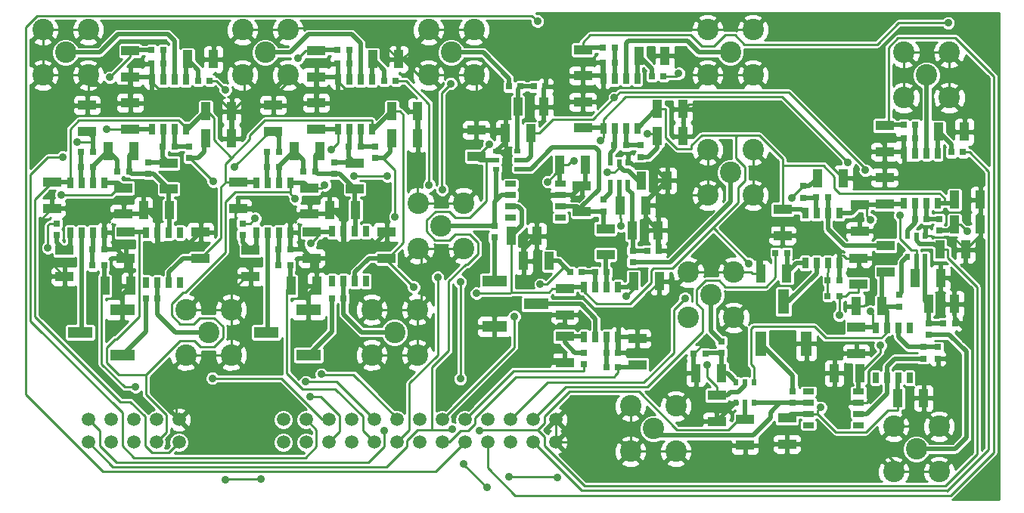
<source format=gtl>
G04 (created by PCBNEW (2013-may-18)-stable) date 2014年03月12日 星期三 16时27分52秒*
%MOIN*%
G04 Gerber Fmt 3.4, Leading zero omitted, Abs format*
%FSLAX34Y34*%
G01*
G70*
G90*
G04 APERTURE LIST*
%ADD10C,0.00590551*%
%ADD11C,0.0593*%
%ADD12R,0.02X0.028*%
%ADD13R,0.028X0.02*%
%ADD14R,0.025X0.05*%
%ADD15R,0.05X0.025*%
%ADD16R,0.0275591X0.0314961*%
%ADD17R,0.0314961X0.0275591*%
%ADD18R,0.0787402X0.0433071*%
%ADD19R,0.0433071X0.0787402*%
%ADD20R,0.11X0.05*%
%ADD21R,0.05X0.11*%
%ADD22C,0.0944882*%
%ADD23C,0.035*%
%ADD24C,0.01*%
%ADD25C,0.02*%
G04 APERTURE END LIST*
G54D10*
G54D11*
X43700Y-32300D03*
X43700Y-31300D03*
X44700Y-32300D03*
X44700Y-31300D03*
X45700Y-32300D03*
X45700Y-31300D03*
X46700Y-32300D03*
X46700Y-31300D03*
X47700Y-32300D03*
X47700Y-31300D03*
X64300Y-31300D03*
X64300Y-32300D03*
X61300Y-31300D03*
X61300Y-32300D03*
X60300Y-31300D03*
X60300Y-32300D03*
X52300Y-32300D03*
X52300Y-31300D03*
X53300Y-32300D03*
X53300Y-31300D03*
X54300Y-32300D03*
X54300Y-31300D03*
X55300Y-32300D03*
X55300Y-31300D03*
X56300Y-32300D03*
X56300Y-31300D03*
X57300Y-32300D03*
X57300Y-31300D03*
X58300Y-32300D03*
X58300Y-31300D03*
X59300Y-32300D03*
X59300Y-31300D03*
X62300Y-32300D03*
X62300Y-31300D03*
X63300Y-32300D03*
X63300Y-31300D03*
G54D12*
X73040Y-29640D03*
X72650Y-29640D03*
X72260Y-29640D03*
X72260Y-30560D03*
X72650Y-30560D03*
X73040Y-30560D03*
X66710Y-20860D03*
X67100Y-20860D03*
X67490Y-20860D03*
X67490Y-19940D03*
X67100Y-19940D03*
X66710Y-19940D03*
G54D13*
X62610Y-20240D03*
X62610Y-19850D03*
X62610Y-19460D03*
X61690Y-19460D03*
X61690Y-19850D03*
X61690Y-20240D03*
G54D12*
X79810Y-24110D03*
X80200Y-24110D03*
X80590Y-24110D03*
X80590Y-23190D03*
X80200Y-23190D03*
X79810Y-23190D03*
G54D14*
X67900Y-16250D03*
X67400Y-16250D03*
X66900Y-16250D03*
X66400Y-16250D03*
X66400Y-18450D03*
X66900Y-18450D03*
X67400Y-18450D03*
X67900Y-18450D03*
X65550Y-27650D03*
X66050Y-27650D03*
X66550Y-27650D03*
X67050Y-27650D03*
X67050Y-25450D03*
X66550Y-25450D03*
X66050Y-25450D03*
X65550Y-25450D03*
X56200Y-16300D03*
X55700Y-16300D03*
X55200Y-16300D03*
X54700Y-16300D03*
X54700Y-18500D03*
X55200Y-18500D03*
X55700Y-18500D03*
X56200Y-18500D03*
X48000Y-16300D03*
X47500Y-16300D03*
X47000Y-16300D03*
X46500Y-16300D03*
X46500Y-18500D03*
X47000Y-18500D03*
X47500Y-18500D03*
X48000Y-18500D03*
X75300Y-24400D03*
X75800Y-24400D03*
X76300Y-24400D03*
X76800Y-24400D03*
X76800Y-22200D03*
X76300Y-22200D03*
X75800Y-22200D03*
X75300Y-22200D03*
X42900Y-23050D03*
X43400Y-23050D03*
X43900Y-23050D03*
X44400Y-23050D03*
X44400Y-20850D03*
X43900Y-20850D03*
X43400Y-20850D03*
X42900Y-20850D03*
G54D15*
X77650Y-31550D03*
X77650Y-31050D03*
X77650Y-30550D03*
X77650Y-30050D03*
X75450Y-30050D03*
X75450Y-30550D03*
X75450Y-31050D03*
X75450Y-31550D03*
G54D14*
X47750Y-23050D03*
X47250Y-23050D03*
X46750Y-23050D03*
X46250Y-23050D03*
X46250Y-25250D03*
X46750Y-25250D03*
X47250Y-25250D03*
X47750Y-25250D03*
X55950Y-23000D03*
X55450Y-23000D03*
X54950Y-23000D03*
X54450Y-23000D03*
X54450Y-25200D03*
X54950Y-25200D03*
X55450Y-25200D03*
X55950Y-25200D03*
X51100Y-23050D03*
X51600Y-23050D03*
X52100Y-23050D03*
X52600Y-23050D03*
X52600Y-20850D03*
X52100Y-20850D03*
X51600Y-20850D03*
X51100Y-20850D03*
G54D15*
X64500Y-22400D03*
X64500Y-21900D03*
X64500Y-21400D03*
X64500Y-20900D03*
X62300Y-20900D03*
X62300Y-21400D03*
X62300Y-21900D03*
X62300Y-22400D03*
G54D14*
X79900Y-27250D03*
X79400Y-27250D03*
X78900Y-27250D03*
X78400Y-27250D03*
X78400Y-29450D03*
X78900Y-29450D03*
X79400Y-29450D03*
X79900Y-29450D03*
X81150Y-19550D03*
X80650Y-19550D03*
X80150Y-19550D03*
X79650Y-19550D03*
X79650Y-21750D03*
X80150Y-21750D03*
X80650Y-21750D03*
X81150Y-21750D03*
G54D16*
X69055Y-16150D03*
X68544Y-16150D03*
G54D17*
X54550Y-19944D03*
X54550Y-20455D03*
G54D16*
X66544Y-28350D03*
X67055Y-28350D03*
X66544Y-29000D03*
X67055Y-29000D03*
G54D17*
X67700Y-23844D03*
X67700Y-24355D03*
G54D16*
X73994Y-23950D03*
X74505Y-23950D03*
X66905Y-15550D03*
X66394Y-15550D03*
X63344Y-16600D03*
X63855Y-16600D03*
X62755Y-16600D03*
X62244Y-16600D03*
G54D17*
X68050Y-19194D03*
X68050Y-19705D03*
G54D16*
X67405Y-19200D03*
X66894Y-19200D03*
X75794Y-21500D03*
X76305Y-21500D03*
X66905Y-14900D03*
X66394Y-14900D03*
X81394Y-27050D03*
X81905Y-27050D03*
X80155Y-18300D03*
X79644Y-18300D03*
G54D17*
X81150Y-28094D03*
X81150Y-28605D03*
X80500Y-28605D03*
X80500Y-28094D03*
G54D16*
X80155Y-18900D03*
X79644Y-18900D03*
X80655Y-22450D03*
X80144Y-22450D03*
G54D17*
X71600Y-28355D03*
X71600Y-27844D03*
G54D16*
X70905Y-28400D03*
X70394Y-28400D03*
G54D17*
X81200Y-22444D03*
X81200Y-22955D03*
X80750Y-27044D03*
X80750Y-27555D03*
G54D16*
X66044Y-24800D03*
X66555Y-24800D03*
X82255Y-19500D03*
X81744Y-19500D03*
G54D17*
X74750Y-30555D03*
X74750Y-30044D03*
X79450Y-25794D03*
X79450Y-26305D03*
G54D16*
X76294Y-25850D03*
X76805Y-25850D03*
X76294Y-25150D03*
X76805Y-25150D03*
X68344Y-23850D03*
X68855Y-23850D03*
G54D17*
X65550Y-28855D03*
X65550Y-28344D03*
X75200Y-21505D03*
X75200Y-20994D03*
G54D16*
X65455Y-24800D03*
X64944Y-24800D03*
X46755Y-25950D03*
X46244Y-25950D03*
X49055Y-16350D03*
X48544Y-16350D03*
X55205Y-15000D03*
X54694Y-15000D03*
X55205Y-15600D03*
X54694Y-15600D03*
G54D17*
X48150Y-19244D03*
X48150Y-19755D03*
G54D16*
X47505Y-19250D03*
X46994Y-19250D03*
X47005Y-15600D03*
X46494Y-15600D03*
X47005Y-15000D03*
X46494Y-15000D03*
X55705Y-19250D03*
X55194Y-19250D03*
G54D17*
X56350Y-19244D03*
X56350Y-19755D03*
X61600Y-22744D03*
X61600Y-23255D03*
G54D16*
X57255Y-16350D03*
X56744Y-16350D03*
X45505Y-20350D03*
X44994Y-20350D03*
G54D17*
X46350Y-19944D03*
X46350Y-20455D03*
G54D16*
X52094Y-24500D03*
X52605Y-24500D03*
X52094Y-23800D03*
X52605Y-23800D03*
X51594Y-20150D03*
X52105Y-20150D03*
X51594Y-19500D03*
X52105Y-19500D03*
G54D17*
X50500Y-22644D03*
X50500Y-23155D03*
G54D16*
X53705Y-20350D03*
X53194Y-20350D03*
X43894Y-24500D03*
X44405Y-24500D03*
X43894Y-23800D03*
X44405Y-23800D03*
G54D17*
X42300Y-22644D03*
X42300Y-23155D03*
G54D16*
X43394Y-20150D03*
X43905Y-20150D03*
X43394Y-19500D03*
X43905Y-19500D03*
X54955Y-25950D03*
X54444Y-25950D03*
G54D17*
X66400Y-21594D03*
X66400Y-22105D03*
G54D18*
X55450Y-19979D03*
X55450Y-21120D03*
X78800Y-20629D03*
X78800Y-21770D03*
G54D19*
X81879Y-21600D03*
X83020Y-21600D03*
X81879Y-22700D03*
X83020Y-22700D03*
G54D18*
X72650Y-31279D03*
X72650Y-32420D03*
G54D19*
X52779Y-19450D03*
X53920Y-19450D03*
X52629Y-25400D03*
X53770Y-25400D03*
G54D18*
X71400Y-31370D03*
X71400Y-30229D03*
X50850Y-23829D03*
X50850Y-24970D03*
G54D19*
X68079Y-20750D03*
X69220Y-20750D03*
G54D18*
X51850Y-18570D03*
X51850Y-17429D03*
X50300Y-20829D03*
X50300Y-21970D03*
X53450Y-22220D03*
X53450Y-21079D03*
X77700Y-22970D03*
X77700Y-21829D03*
G54D19*
X56229Y-15400D03*
X57370Y-15400D03*
X81270Y-25050D03*
X80129Y-25050D03*
X81179Y-18600D03*
X82320Y-18600D03*
G54D18*
X53750Y-17329D03*
X53750Y-18470D03*
G54D19*
X57079Y-17700D03*
X58220Y-17700D03*
G54D18*
X77650Y-25320D03*
X77650Y-24179D03*
G54D19*
X57079Y-18900D03*
X58220Y-18900D03*
G54D18*
X56850Y-24170D03*
X56850Y-23029D03*
X53550Y-24170D03*
X53550Y-23029D03*
G54D19*
X81229Y-23800D03*
X82370Y-23800D03*
X75829Y-20650D03*
X76970Y-20650D03*
G54D18*
X74300Y-22029D03*
X74300Y-23170D03*
G54D19*
X74470Y-24850D03*
X73329Y-24850D03*
G54D18*
X53750Y-15029D03*
X53750Y-16170D03*
G54D19*
X55470Y-22050D03*
X54329Y-22050D03*
G54D18*
X42100Y-20829D03*
X42100Y-21970D03*
X65500Y-14979D03*
X65500Y-16120D03*
X65450Y-22120D03*
X65450Y-20979D03*
G54D19*
X63770Y-17500D03*
X62629Y-17500D03*
X68820Y-22950D03*
X67679Y-22950D03*
X65620Y-20050D03*
X64479Y-20050D03*
X62329Y-23200D03*
X63470Y-23200D03*
G54D18*
X78800Y-18329D03*
X78800Y-19470D03*
X66500Y-24020D03*
X66500Y-22879D03*
X42650Y-23829D03*
X42650Y-24970D03*
X45250Y-22220D03*
X45250Y-21079D03*
G54D19*
X68779Y-18800D03*
X69920Y-18800D03*
G54D18*
X43650Y-18570D03*
X43650Y-17429D03*
G54D19*
X44429Y-25400D03*
X45570Y-25400D03*
X48079Y-15400D03*
X49220Y-15400D03*
G54D18*
X45550Y-17329D03*
X45550Y-18470D03*
G54D19*
X48879Y-17700D03*
X50020Y-17700D03*
X48879Y-18900D03*
X50020Y-18900D03*
G54D18*
X45550Y-15029D03*
X45550Y-16170D03*
G54D19*
X47270Y-22050D03*
X46129Y-22050D03*
G54D18*
X45350Y-24170D03*
X45350Y-23029D03*
X48650Y-24170D03*
X48650Y-23029D03*
G54D19*
X68779Y-17600D03*
X69920Y-17600D03*
X78670Y-26300D03*
X77529Y-26300D03*
G54D18*
X77550Y-28370D03*
X77550Y-27229D03*
G54D19*
X79379Y-30350D03*
X80520Y-30350D03*
X70479Y-29250D03*
X71620Y-29250D03*
X81870Y-26200D03*
X80729Y-26200D03*
X76579Y-29250D03*
X77720Y-29250D03*
G54D18*
X74500Y-31229D03*
X74500Y-32370D03*
X47250Y-19979D03*
X47250Y-21120D03*
X78850Y-23629D03*
X78850Y-24770D03*
G54D19*
X62079Y-18650D03*
X63220Y-18650D03*
G54D18*
X60800Y-19670D03*
X60800Y-18529D03*
G54D19*
X68270Y-21850D03*
X67129Y-21850D03*
X44579Y-19450D03*
X45720Y-19450D03*
G54D18*
X64700Y-27629D03*
X64700Y-28770D03*
G54D19*
X68870Y-25200D03*
X67729Y-25200D03*
G54D18*
X64700Y-25529D03*
X64700Y-26670D03*
G54D19*
X64020Y-24300D03*
X62879Y-24300D03*
G54D18*
X67900Y-28870D03*
X67900Y-27729D03*
G54D19*
X67979Y-15250D03*
X69120Y-15250D03*
G54D18*
X65500Y-17279D03*
X65500Y-18420D03*
G54D20*
X43350Y-27450D03*
X45200Y-28450D03*
X45200Y-26450D03*
X63450Y-26200D03*
X61600Y-25200D03*
X61600Y-27200D03*
X51550Y-27450D03*
X53400Y-28450D03*
X53400Y-26450D03*
G54D21*
X74350Y-26100D03*
X73350Y-27950D03*
X75350Y-27950D03*
G54D22*
X42700Y-15100D03*
X41700Y-14100D03*
X43700Y-14100D03*
X43700Y-16100D03*
X41700Y-16100D03*
X71150Y-25800D03*
X70150Y-24800D03*
X72150Y-24800D03*
X72150Y-26800D03*
X70150Y-26800D03*
X80200Y-32600D03*
X79200Y-31600D03*
X81200Y-31600D03*
X81200Y-33600D03*
X79200Y-33600D03*
X59700Y-15100D03*
X58700Y-14100D03*
X60700Y-14100D03*
X60700Y-16100D03*
X58700Y-16100D03*
X72000Y-20400D03*
X71000Y-19400D03*
X73000Y-19400D03*
X73000Y-21400D03*
X71000Y-21400D03*
X68600Y-31700D03*
X67600Y-30700D03*
X69600Y-30700D03*
X69600Y-32700D03*
X67600Y-32700D03*
X59250Y-22750D03*
X58250Y-21750D03*
X60250Y-21750D03*
X60250Y-23750D03*
X58250Y-23750D03*
X57200Y-27450D03*
X56200Y-26450D03*
X58200Y-26450D03*
X58200Y-28450D03*
X56200Y-28450D03*
X49000Y-27450D03*
X48000Y-26450D03*
X50000Y-26450D03*
X50000Y-28450D03*
X48000Y-28450D03*
X80650Y-16100D03*
X79650Y-15100D03*
X81650Y-15100D03*
X81650Y-17100D03*
X79650Y-17100D03*
X72000Y-15100D03*
X71000Y-14100D03*
X73000Y-14100D03*
X73000Y-16100D03*
X71000Y-16100D03*
X51500Y-15100D03*
X50500Y-14100D03*
X52500Y-14100D03*
X52500Y-16100D03*
X50500Y-16100D03*
G54D23*
X60950Y-31775D03*
X59731Y-31722D03*
X66581Y-20400D03*
X61365Y-19153D03*
X75985Y-30762D03*
X72828Y-24412D03*
X60813Y-25726D03*
X58051Y-25459D03*
X56761Y-31800D03*
X67178Y-22751D03*
X79469Y-22284D03*
X77954Y-20301D03*
X66890Y-17098D03*
X70973Y-28897D03*
X49750Y-33950D03*
X51300Y-33925D03*
X62250Y-33825D03*
X64375Y-33850D03*
X67400Y-25850D03*
X56875Y-20550D03*
X55425Y-20550D03*
X52825Y-21550D03*
X44525Y-18475D03*
X42500Y-21400D03*
X53496Y-23535D03*
X63956Y-20804D03*
X54126Y-20946D03*
X54423Y-19374D03*
X78171Y-26515D03*
X78171Y-22478D03*
X77195Y-19963D03*
X66278Y-18985D03*
X65119Y-19885D03*
X78614Y-28028D03*
X49750Y-16750D03*
X53477Y-30290D03*
X59100Y-25025D03*
X58725Y-20950D03*
X63500Y-13725D03*
X69725Y-16025D03*
X49175Y-29475D03*
X41925Y-23725D03*
X53975Y-29300D03*
X51050Y-22425D03*
X71000Y-17400D03*
X72975Y-18400D03*
X63851Y-28813D03*
X46440Y-24720D03*
X78977Y-24128D03*
X78977Y-23127D03*
X79650Y-14135D03*
X78189Y-30319D03*
X70945Y-27735D03*
X44650Y-16200D03*
X52950Y-15350D03*
X60250Y-33250D03*
X61275Y-34300D03*
X81600Y-13800D03*
X49206Y-20781D03*
X57225Y-22350D03*
X60100Y-29500D03*
X60100Y-25225D03*
X59300Y-21150D03*
X59675Y-16475D03*
X68350Y-18700D03*
X82450Y-23000D03*
X45781Y-29857D03*
X76800Y-26700D03*
X42575Y-19725D03*
X43225Y-19064D03*
X50150Y-20150D03*
X53291Y-29634D03*
X63624Y-25328D03*
X62485Y-26746D03*
X70000Y-25950D03*
X74708Y-21532D03*
G54D24*
X61684Y-31746D02*
X60978Y-31746D01*
X60978Y-31746D02*
X60950Y-31775D01*
X59699Y-31755D02*
X59731Y-31722D01*
X58833Y-31755D02*
X59699Y-31755D01*
X61684Y-31746D02*
X63496Y-31746D01*
G54D25*
X61690Y-19850D02*
X61690Y-19850D01*
X80979Y-23550D02*
X81229Y-23800D01*
X80350Y-23550D02*
X80979Y-23550D01*
X80200Y-23400D02*
X80350Y-23550D01*
X80200Y-23190D02*
X80200Y-23400D01*
X67100Y-20100D02*
X67144Y-20144D01*
X67100Y-19940D02*
X67100Y-20100D01*
X67950Y-20750D02*
X68079Y-20750D01*
X67512Y-20312D02*
X67950Y-20750D01*
X67312Y-20312D02*
X67512Y-20312D01*
X67144Y-20144D02*
X67312Y-20312D01*
G54D24*
X60839Y-19680D02*
X61365Y-19153D01*
X60839Y-19710D02*
X60839Y-19680D01*
X66888Y-20400D02*
X67144Y-20144D01*
X66581Y-20400D02*
X66888Y-20400D01*
G54D25*
X60839Y-19710D02*
X60800Y-19670D01*
X61690Y-19850D02*
X61239Y-19850D01*
X60979Y-19850D02*
X60839Y-19710D01*
X61239Y-19850D02*
X60979Y-19850D01*
G54D24*
X44787Y-33387D02*
X43700Y-32300D01*
X56857Y-33387D02*
X44787Y-33387D01*
X57746Y-32498D02*
X56857Y-33387D01*
X57746Y-32214D02*
X57746Y-32498D01*
X58205Y-31755D02*
X57746Y-32214D01*
X58833Y-31755D02*
X58205Y-31755D01*
X58833Y-28996D02*
X58833Y-31755D01*
X59591Y-28238D02*
X58833Y-28996D01*
X59591Y-25194D02*
X59591Y-28238D01*
X60331Y-24454D02*
X59591Y-25194D01*
X60425Y-24454D02*
X60331Y-24454D01*
X60881Y-23999D02*
X60425Y-24454D01*
X60881Y-23499D02*
X60881Y-23999D01*
X60498Y-23116D02*
X60881Y-23499D01*
X59883Y-23116D02*
X60498Y-23116D01*
X59627Y-23372D02*
X59883Y-23116D01*
X58988Y-23372D02*
X59627Y-23372D01*
X58618Y-23002D02*
X58988Y-23372D01*
X58618Y-22499D02*
X58618Y-23002D01*
X58999Y-22118D02*
X58618Y-22499D01*
X59618Y-22118D02*
X58999Y-22118D01*
X59884Y-22384D02*
X59618Y-22118D01*
X60496Y-22384D02*
X59884Y-22384D01*
X61239Y-21640D02*
X60496Y-22384D01*
X61239Y-19850D02*
X61239Y-21640D01*
G54D25*
X72650Y-31279D02*
X72650Y-31014D01*
X72650Y-31014D02*
X72650Y-30560D01*
G54D24*
X81229Y-23800D02*
X81595Y-23800D01*
X81595Y-24166D02*
X81595Y-23800D01*
X82872Y-25443D02*
X81595Y-24166D01*
X82872Y-32826D02*
X82872Y-25443D01*
X81469Y-34230D02*
X82872Y-32826D01*
X65571Y-34230D02*
X81469Y-34230D01*
X63800Y-32459D02*
X65571Y-34230D01*
X63800Y-32050D02*
X63800Y-32459D01*
X63496Y-31746D02*
X63800Y-32050D01*
X71920Y-31743D02*
X72650Y-31014D01*
X69642Y-31743D02*
X71920Y-31743D01*
X67965Y-30066D02*
X69642Y-31743D01*
X64896Y-30066D02*
X67965Y-30066D01*
X63800Y-31163D02*
X64896Y-30066D01*
X63800Y-31443D02*
X63800Y-31163D01*
X63496Y-31746D02*
X63800Y-31443D01*
X72250Y-19768D02*
X72250Y-18757D01*
X72300Y-18800D02*
X72300Y-18757D01*
X72292Y-18800D02*
X72300Y-18800D01*
X72250Y-18757D02*
X72292Y-18800D01*
X65550Y-25450D02*
X65550Y-25650D01*
X68194Y-25594D02*
X68194Y-25576D01*
X67588Y-26200D02*
X68194Y-25594D01*
X66100Y-26200D02*
X67588Y-26200D01*
X65550Y-25650D02*
X66100Y-26200D01*
X42100Y-20829D02*
X41356Y-21573D01*
X48879Y-17700D02*
X48950Y-17700D01*
X48950Y-17700D02*
X49245Y-17995D01*
X58051Y-25459D02*
X56906Y-24314D01*
X56906Y-24314D02*
X56906Y-24170D01*
G54D25*
X55450Y-25200D02*
X55450Y-25250D01*
X62800Y-22729D02*
X62329Y-23200D01*
X62800Y-22050D02*
X62800Y-22729D01*
X62650Y-21900D02*
X62800Y-22050D01*
X62300Y-21900D02*
X62650Y-21900D01*
X75129Y-22029D02*
X75300Y-22200D01*
X74300Y-22029D02*
X75129Y-22029D01*
G54D24*
X68779Y-17600D02*
X69145Y-17600D01*
G54D25*
X47250Y-24800D02*
X47250Y-25250D01*
X47879Y-24170D02*
X47250Y-24800D01*
X48650Y-24170D02*
X47879Y-24170D01*
X55450Y-24800D02*
X55450Y-25200D01*
X56079Y-24170D02*
X55450Y-24800D01*
X56850Y-24170D02*
X56079Y-24170D01*
G54D24*
X57079Y-17700D02*
X57445Y-17700D01*
G54D25*
X74679Y-31050D02*
X74500Y-31229D01*
X75450Y-31050D02*
X74679Y-31050D01*
G54D24*
X71238Y-22823D02*
X72828Y-24412D01*
X62329Y-23200D02*
X62329Y-23743D01*
G54D25*
X68750Y-17600D02*
X67900Y-18450D01*
X68779Y-17600D02*
X68750Y-17600D01*
G54D24*
X72631Y-20149D02*
X72250Y-19768D01*
X72631Y-20768D02*
X72631Y-20149D01*
X72350Y-21049D02*
X72631Y-20768D01*
X72350Y-21711D02*
X72350Y-21049D01*
X71238Y-22823D02*
X72350Y-21711D01*
X69640Y-19343D02*
X70280Y-19343D01*
X69145Y-18849D02*
X69640Y-19343D01*
X69145Y-17600D02*
X69145Y-18849D01*
G54D25*
X81150Y-21750D02*
X81439Y-21750D01*
X81729Y-21750D02*
X81879Y-21600D01*
X81439Y-21750D02*
X81729Y-21750D01*
G54D24*
X74300Y-19795D02*
X74300Y-20075D01*
X72300Y-18757D02*
X73262Y-18757D01*
X73262Y-18757D02*
X74300Y-19795D01*
X70732Y-18757D02*
X72300Y-18757D01*
X70280Y-19343D02*
X70287Y-19336D01*
X70287Y-19336D02*
X70287Y-19202D01*
X70287Y-19202D02*
X70732Y-18757D01*
X74300Y-20075D02*
X74300Y-22029D01*
X57595Y-17850D02*
X57445Y-17700D01*
X57595Y-23481D02*
X57595Y-17850D01*
X56906Y-24170D02*
X57595Y-23481D01*
X56850Y-24170D02*
X56906Y-24170D01*
X81439Y-21527D02*
X81439Y-21750D01*
X81228Y-21315D02*
X81439Y-21527D01*
X76810Y-21315D02*
X81228Y-21315D01*
X76593Y-21098D02*
X76810Y-21315D01*
X76593Y-20570D02*
X76593Y-21098D01*
X76099Y-20075D02*
X76593Y-20570D01*
X74300Y-20075D02*
X76099Y-20075D01*
G54D25*
X56279Y-18500D02*
X57079Y-17700D01*
X56200Y-18500D02*
X56279Y-18500D01*
G54D24*
X64700Y-25529D02*
X64156Y-25529D01*
X64014Y-25670D02*
X64156Y-25529D01*
X62329Y-25670D02*
X64014Y-25670D01*
X62329Y-23743D02*
X62329Y-25670D01*
X62273Y-25726D02*
X60813Y-25726D01*
X62329Y-25670D02*
X62273Y-25726D01*
G54D25*
X65550Y-25450D02*
X65357Y-25450D01*
X64779Y-25450D02*
X64700Y-25529D01*
X65357Y-25450D02*
X64779Y-25450D01*
G54D24*
X69430Y-24631D02*
X71238Y-22823D01*
X68194Y-25576D02*
X68500Y-25269D01*
X68500Y-25269D02*
X68500Y-24732D01*
X68500Y-24732D02*
X68601Y-24631D01*
X68601Y-24631D02*
X69430Y-24631D01*
X47249Y-32750D02*
X47700Y-32300D01*
X41356Y-21573D02*
X41356Y-26760D01*
X41356Y-26760D02*
X45114Y-30518D01*
X45114Y-30518D02*
X45555Y-30518D01*
X45555Y-30518D02*
X46200Y-31163D01*
X46200Y-31163D02*
X46200Y-32454D01*
X46200Y-32454D02*
X46496Y-32750D01*
X46496Y-32750D02*
X47249Y-32750D01*
G54D25*
X42100Y-20829D02*
X42839Y-20829D01*
X42879Y-20829D02*
X42900Y-20850D01*
X42839Y-20829D02*
X42879Y-20829D01*
G54D24*
X48079Y-18500D02*
X48079Y-18500D01*
X48079Y-18487D02*
X48079Y-18500D01*
X47691Y-18099D02*
X48079Y-18487D01*
X43294Y-18099D02*
X47691Y-18099D01*
X42900Y-18494D02*
X43294Y-18099D01*
X42900Y-20768D02*
X42900Y-18494D01*
X42839Y-20829D02*
X42900Y-20768D01*
G54D25*
X48000Y-18500D02*
X48079Y-18500D01*
X48079Y-18500D02*
X48879Y-17700D01*
X51079Y-20829D02*
X51100Y-20850D01*
X50300Y-20829D02*
X51079Y-20829D01*
G54D24*
X50300Y-20829D02*
X49756Y-20829D01*
X49540Y-21045D02*
X49756Y-20829D01*
X49540Y-23280D02*
X49540Y-21045D01*
X48650Y-24170D02*
X49540Y-23280D01*
X56200Y-18500D02*
X56200Y-18099D01*
X49245Y-18961D02*
X50022Y-19738D01*
X49245Y-17995D02*
X49245Y-18961D01*
X49756Y-20004D02*
X50022Y-19738D01*
X49756Y-20829D02*
X49756Y-20004D01*
X51486Y-18099D02*
X56200Y-18099D01*
X50826Y-18759D02*
X51486Y-18099D01*
X50826Y-18933D02*
X50826Y-18759D01*
X50022Y-19738D02*
X50826Y-18933D01*
X75850Y-30898D02*
X75985Y-30762D01*
X75850Y-31050D02*
X75850Y-30898D01*
X75450Y-31050D02*
X75775Y-31050D01*
X75842Y-31050D02*
X75850Y-31050D01*
X75775Y-31050D02*
X75842Y-31050D01*
G54D25*
X79379Y-29470D02*
X79400Y-29450D01*
X79379Y-30350D02*
X79379Y-29470D01*
G54D24*
X76648Y-31847D02*
X75850Y-31050D01*
X77978Y-31847D02*
X76648Y-31847D01*
X78932Y-30893D02*
X77978Y-31847D01*
X79379Y-30893D02*
X78932Y-30893D01*
X79379Y-30350D02*
X79379Y-30893D01*
G54D25*
X62609Y-19850D02*
X62610Y-19850D01*
X67100Y-21820D02*
X67129Y-21850D01*
X67100Y-20860D02*
X67100Y-21820D01*
X63220Y-19679D02*
X63220Y-18650D01*
X63050Y-19850D02*
X63220Y-19679D01*
X62610Y-19850D02*
X63050Y-19850D01*
X72650Y-29800D02*
X72650Y-29640D01*
X72350Y-30100D02*
X72650Y-29800D01*
X72000Y-30100D02*
X72350Y-30100D01*
X71870Y-30229D02*
X72000Y-30100D01*
X71400Y-30229D02*
X71870Y-30229D01*
G54D24*
X67129Y-21850D02*
X67129Y-22393D01*
X67129Y-22393D02*
X67178Y-22442D01*
X67178Y-22442D02*
X67178Y-22751D01*
G54D25*
X80200Y-24979D02*
X80129Y-25050D01*
X80200Y-24110D02*
X80200Y-24979D01*
G54D24*
X63220Y-18650D02*
X63587Y-18650D01*
X79469Y-23317D02*
X79469Y-22284D01*
X79972Y-23819D02*
X79469Y-23317D01*
X80200Y-23819D02*
X79972Y-23819D01*
X80200Y-24110D02*
X80200Y-23819D01*
X77954Y-20228D02*
X77954Y-20301D01*
X74580Y-16855D02*
X77954Y-20228D01*
X67133Y-16855D02*
X74580Y-16855D01*
X66890Y-17098D02*
X67133Y-16855D01*
X44200Y-31800D02*
X43700Y-31300D01*
X44200Y-32436D02*
X44200Y-31800D01*
X44951Y-33187D02*
X44200Y-32436D01*
X56048Y-33187D02*
X44951Y-33187D01*
X56761Y-32474D02*
X56048Y-33187D01*
X56761Y-31800D02*
X56761Y-32474D01*
X71400Y-30229D02*
X71400Y-29862D01*
X70973Y-29435D02*
X70973Y-28897D01*
X71400Y-29862D02*
X70973Y-29435D01*
X65944Y-18043D02*
X66890Y-17098D01*
X64193Y-18043D02*
X65944Y-18043D01*
X63587Y-18650D02*
X64193Y-18043D01*
X51300Y-33925D02*
X49775Y-33925D01*
X49775Y-33925D02*
X49750Y-33950D01*
X67729Y-25200D02*
X67729Y-25520D01*
X51300Y-33925D02*
X51325Y-33925D01*
X64350Y-33825D02*
X62250Y-33825D01*
X64375Y-33850D02*
X64350Y-33825D01*
X67729Y-25520D02*
X67400Y-25850D01*
X55425Y-20550D02*
X56875Y-20550D01*
X52600Y-21325D02*
X52600Y-20850D01*
X52825Y-21550D02*
X52600Y-21325D01*
X45550Y-18470D02*
X44529Y-18470D01*
X44529Y-18470D02*
X44525Y-18475D01*
X45020Y-21079D02*
X44700Y-21400D01*
X44700Y-21400D02*
X42500Y-21400D01*
X45250Y-21079D02*
X45020Y-21079D01*
X78614Y-28028D02*
X78614Y-28356D01*
X78614Y-28356D02*
X77720Y-29250D01*
X64479Y-20464D02*
X64295Y-20464D01*
X64295Y-20464D02*
X63956Y-20804D01*
G54D25*
X53550Y-23029D02*
X53806Y-23029D01*
X64479Y-20050D02*
X64479Y-20464D01*
X64479Y-20879D02*
X64500Y-20900D01*
X64479Y-20464D02*
X64479Y-20879D01*
G54D24*
X53450Y-21079D02*
X53993Y-21079D01*
X53806Y-23225D02*
X53496Y-23535D01*
X53806Y-23029D02*
X53806Y-23225D01*
X53993Y-21079D02*
X54126Y-20946D01*
X54700Y-18500D02*
X54700Y-18900D01*
X54700Y-19097D02*
X54423Y-19374D01*
X54700Y-18900D02*
X54700Y-19097D01*
G54D25*
X66370Y-18420D02*
X66400Y-18450D01*
X65500Y-18420D02*
X66370Y-18420D01*
X77550Y-27229D02*
X78282Y-27229D01*
X78379Y-27229D02*
X78400Y-27250D01*
X78282Y-27229D02*
X78379Y-27229D01*
X77650Y-29320D02*
X77720Y-29250D01*
X77650Y-30050D02*
X77650Y-29320D01*
G54D24*
X78282Y-26627D02*
X78282Y-27229D01*
X78171Y-26515D02*
X78282Y-26627D01*
G54D25*
X79629Y-21770D02*
X79650Y-21750D01*
X78800Y-21770D02*
X79629Y-21770D01*
X67050Y-25450D02*
X67264Y-25450D01*
X67479Y-25450D02*
X67729Y-25200D01*
X67264Y-25450D02*
X67479Y-25450D01*
X54670Y-18470D02*
X54700Y-18500D01*
X53750Y-18470D02*
X54670Y-18470D01*
X77700Y-21829D02*
X78028Y-21829D01*
X78741Y-21829D02*
X78800Y-21770D01*
X78028Y-21829D02*
X78741Y-21829D01*
X45550Y-18470D02*
X46010Y-18470D01*
X46470Y-18470D02*
X46500Y-18500D01*
X46010Y-18470D02*
X46470Y-18470D01*
X77329Y-22200D02*
X77700Y-21829D01*
X76800Y-22200D02*
X77329Y-22200D01*
G54D24*
X78028Y-22335D02*
X78171Y-22478D01*
X78028Y-21829D02*
X78028Y-22335D01*
G54D25*
X45020Y-20850D02*
X45135Y-20964D01*
X44400Y-20850D02*
X45020Y-20850D01*
X45135Y-20964D02*
X45250Y-21079D01*
G54D24*
X66400Y-18450D02*
X66400Y-18850D01*
X66400Y-18450D02*
X66400Y-18049D01*
X65010Y-19885D02*
X65119Y-19885D01*
X64845Y-20050D02*
X65010Y-19885D01*
X66400Y-18863D02*
X66278Y-18985D01*
X66400Y-18850D02*
X66400Y-18863D01*
X64479Y-20050D02*
X64845Y-20050D01*
X74288Y-17056D02*
X77195Y-19963D01*
X67393Y-17056D02*
X74288Y-17056D01*
X66400Y-18049D02*
X67393Y-17056D01*
G54D25*
X53806Y-23029D02*
X54420Y-23029D01*
X54429Y-23029D02*
X54450Y-23050D01*
X54420Y-23029D02*
X54429Y-23029D01*
G54D24*
X54420Y-23029D02*
X54450Y-23000D01*
G54D25*
X53220Y-20850D02*
X53450Y-21079D01*
X52600Y-20850D02*
X53220Y-20850D01*
G54D24*
X47148Y-31102D02*
X46235Y-30189D01*
X46235Y-30189D02*
X46235Y-29334D01*
X47148Y-31851D02*
X47148Y-31102D01*
X46700Y-32300D02*
X47148Y-31851D01*
X52600Y-20850D02*
X52600Y-21250D01*
X46235Y-29334D02*
X47753Y-27815D01*
X47753Y-27815D02*
X48365Y-27815D01*
X48365Y-27815D02*
X48631Y-28081D01*
X48631Y-28081D02*
X49250Y-28081D01*
X49250Y-28081D02*
X49631Y-27700D01*
X49631Y-27700D02*
X49631Y-27197D01*
X49631Y-27197D02*
X49261Y-26827D01*
X49261Y-26827D02*
X48622Y-26827D01*
X48622Y-26827D02*
X48356Y-27093D01*
X48356Y-27093D02*
X47761Y-27093D01*
X47761Y-27093D02*
X47368Y-26700D01*
X47368Y-26700D02*
X47368Y-26183D01*
X47368Y-26183D02*
X47862Y-25689D01*
X47862Y-25689D02*
X47965Y-25689D01*
X47965Y-25689D02*
X49740Y-23914D01*
X49740Y-23914D02*
X49740Y-21698D01*
X49740Y-21698D02*
X50188Y-21250D01*
X50188Y-21250D02*
X52600Y-21250D01*
G54D25*
X45350Y-23029D02*
X45946Y-23029D01*
X46229Y-23029D02*
X46250Y-23050D01*
X45946Y-23029D02*
X46229Y-23029D01*
G54D24*
X45060Y-29334D02*
X46235Y-29334D01*
X44499Y-28773D02*
X45060Y-29334D01*
X44499Y-28120D02*
X44499Y-28773D01*
X44870Y-27749D02*
X44499Y-28120D01*
X44935Y-27749D02*
X44870Y-27749D01*
X45946Y-26738D02*
X44935Y-27749D01*
X45946Y-23029D02*
X45946Y-26738D01*
G54D25*
X47214Y-19944D02*
X47250Y-19979D01*
X46350Y-19944D02*
X47214Y-19944D01*
X46994Y-19723D02*
X47250Y-19979D01*
X46994Y-19250D02*
X46994Y-19723D01*
X47000Y-19244D02*
X46994Y-19250D01*
X47000Y-18500D02*
X47000Y-19244D01*
X43400Y-27400D02*
X43350Y-27450D01*
X43400Y-23050D02*
X43400Y-27400D01*
X44994Y-19864D02*
X44579Y-19450D01*
X44994Y-20350D02*
X44994Y-19864D01*
X43905Y-20123D02*
X44579Y-19450D01*
X43905Y-20150D02*
X43905Y-20123D01*
X43905Y-20844D02*
X43900Y-20850D01*
X43905Y-20150D02*
X43905Y-20844D01*
X55200Y-19244D02*
X55194Y-19250D01*
X55200Y-18500D02*
X55200Y-19244D01*
X55194Y-19723D02*
X55414Y-19944D01*
X55194Y-19250D02*
X55194Y-19723D01*
X55414Y-19944D02*
X55450Y-19979D01*
X54550Y-19944D02*
X55414Y-19944D01*
X55414Y-19944D02*
X55450Y-19979D01*
X51600Y-27400D02*
X51550Y-27450D01*
X51600Y-23050D02*
X51600Y-27400D01*
X52105Y-20844D02*
X52100Y-20850D01*
X52105Y-20150D02*
X52105Y-20844D01*
X52105Y-20123D02*
X52779Y-19450D01*
X52105Y-20150D02*
X52105Y-20123D01*
X53194Y-19864D02*
X52779Y-19450D01*
X53194Y-20350D02*
X53194Y-19864D01*
X66900Y-19194D02*
X66894Y-19200D01*
X66900Y-18450D02*
X66900Y-19194D01*
X66709Y-19540D02*
X66709Y-19740D01*
X66894Y-19355D02*
X66709Y-19540D01*
X66894Y-19200D02*
X66894Y-19355D01*
X66709Y-19740D02*
X66709Y-19940D01*
G54D24*
X66710Y-19740D02*
X66710Y-19940D01*
X66709Y-19740D02*
X66710Y-19740D01*
G54D25*
X67700Y-22970D02*
X67679Y-22950D01*
X67700Y-23844D02*
X67700Y-22970D01*
X67705Y-23850D02*
X67700Y-23844D01*
X68344Y-23850D02*
X67705Y-23850D01*
X68338Y-23844D02*
X68344Y-23850D01*
X67490Y-21140D02*
X67490Y-21000D01*
X67679Y-21329D02*
X67490Y-21140D01*
X67679Y-22950D02*
X67679Y-21329D01*
X67490Y-21000D02*
X67490Y-20860D01*
G54D24*
X67490Y-20999D02*
X67490Y-20860D01*
X67490Y-21000D02*
X67490Y-20999D01*
G54D25*
X66709Y-20860D02*
X66709Y-21072D01*
X66709Y-21284D02*
X66400Y-21594D01*
X66709Y-21072D02*
X66709Y-21284D01*
G54D24*
X66710Y-21071D02*
X66710Y-20860D01*
X66709Y-21072D02*
X66710Y-21071D01*
G54D25*
X62755Y-16600D02*
X63344Y-16600D01*
X62629Y-16726D02*
X62755Y-16600D01*
X62629Y-17500D02*
X62629Y-16726D01*
X62609Y-19460D02*
X62609Y-19276D01*
X62609Y-17519D02*
X62629Y-17500D01*
X62609Y-19276D02*
X62609Y-17519D01*
G54D24*
X62610Y-19277D02*
X62610Y-19460D01*
X62609Y-19276D02*
X62610Y-19277D01*
G54D25*
X65229Y-21900D02*
X65450Y-22120D01*
X64500Y-21900D02*
X65229Y-21900D01*
X63209Y-20240D02*
X62610Y-20240D01*
X64150Y-19300D02*
X63209Y-20240D01*
X66050Y-19300D02*
X64150Y-19300D01*
X66200Y-19450D02*
X66050Y-19300D01*
X66200Y-21150D02*
X66200Y-19450D01*
X65450Y-21900D02*
X66200Y-21150D01*
X65450Y-22120D02*
X65450Y-21900D01*
X62610Y-20240D02*
X62609Y-20240D01*
X66385Y-22120D02*
X66400Y-22105D01*
X65450Y-22120D02*
X66385Y-22120D01*
X66400Y-22779D02*
X66500Y-22879D01*
X66400Y-22105D02*
X66400Y-22779D01*
X66050Y-26850D02*
X66050Y-27650D01*
X65400Y-26200D02*
X66050Y-26850D01*
X63450Y-26200D02*
X65400Y-26200D01*
X66555Y-25444D02*
X66550Y-25450D01*
X66555Y-24800D02*
X66555Y-25444D01*
X66500Y-24744D02*
X66555Y-24800D01*
X66500Y-24020D02*
X66500Y-24744D01*
X80150Y-22444D02*
X80144Y-22450D01*
X80150Y-21750D02*
X80150Y-22444D01*
X79809Y-22940D02*
X79809Y-23065D01*
X80144Y-22605D02*
X79809Y-22940D01*
X80144Y-22450D02*
X80144Y-22605D01*
X79809Y-23065D02*
X79809Y-23190D01*
G54D24*
X79810Y-23065D02*
X79810Y-23190D01*
X79809Y-23065D02*
X79810Y-23065D01*
G54D25*
X81388Y-27044D02*
X81394Y-27050D01*
X80750Y-27044D02*
X81388Y-27044D01*
X80729Y-27023D02*
X80750Y-27044D01*
X80729Y-26200D02*
X80729Y-27023D01*
X80590Y-24110D02*
X80590Y-24358D01*
X80590Y-26060D02*
X80729Y-26200D01*
X80590Y-24358D02*
X80590Y-26060D01*
G54D24*
X80590Y-24357D02*
X80590Y-24110D01*
X80590Y-24358D02*
X80590Y-24357D01*
G54D25*
X79550Y-25694D02*
X79450Y-25794D01*
X79550Y-24350D02*
X79550Y-25694D01*
X79790Y-24110D02*
X79550Y-24350D01*
X79809Y-24110D02*
X79790Y-24110D01*
G54D24*
X79809Y-24110D02*
X79810Y-24110D01*
G54D25*
X70950Y-28355D02*
X70905Y-28400D01*
X71600Y-28355D02*
X70950Y-28355D01*
X71620Y-28376D02*
X71600Y-28355D01*
X71620Y-29250D02*
X71620Y-28376D01*
X71870Y-29250D02*
X72064Y-29445D01*
X71620Y-29250D02*
X71870Y-29250D01*
X72064Y-29445D02*
X72259Y-29640D01*
G54D24*
X72065Y-29445D02*
X72260Y-29640D01*
X72064Y-29445D02*
X72065Y-29445D01*
G54D25*
X78670Y-24950D02*
X78850Y-24770D01*
X78670Y-26300D02*
X78670Y-24950D01*
X78900Y-26529D02*
X78670Y-26300D01*
X78900Y-27250D02*
X78900Y-26529D01*
X78676Y-26305D02*
X78670Y-26300D01*
X79450Y-26305D02*
X78676Y-26305D01*
G54D24*
X73040Y-28990D02*
X73040Y-29315D01*
X72900Y-28850D02*
X73040Y-28990D01*
X72900Y-27300D02*
X72900Y-28850D01*
X73000Y-27200D02*
X72900Y-27300D01*
X75700Y-27200D02*
X73000Y-27200D01*
X76200Y-27700D02*
X75700Y-27200D01*
X78650Y-27700D02*
X76200Y-27700D01*
X78900Y-27450D02*
X78650Y-27700D01*
X78900Y-27250D02*
X78900Y-27450D01*
X73040Y-29315D02*
X73040Y-29640D01*
X73040Y-29315D02*
X73040Y-29640D01*
X73040Y-29315D02*
X73040Y-29315D01*
G54D25*
X75800Y-24850D02*
X75800Y-24400D01*
X74550Y-26100D02*
X75800Y-24850D01*
X74350Y-26100D02*
X74550Y-26100D01*
X76300Y-21505D02*
X76305Y-21500D01*
X76300Y-22200D02*
X76300Y-21505D01*
X76300Y-22900D02*
X76300Y-22200D01*
X77029Y-23629D02*
X76300Y-22900D01*
X78850Y-23629D02*
X77029Y-23629D01*
G54D24*
X49350Y-16350D02*
X49750Y-16750D01*
X49055Y-16350D02*
X49350Y-16350D01*
X53946Y-30290D02*
X53477Y-30290D01*
X54768Y-31112D02*
X53946Y-30290D01*
X54768Y-31831D02*
X54768Y-31112D01*
X54300Y-32300D02*
X54768Y-31831D01*
X57255Y-16350D02*
X57700Y-16350D01*
X58725Y-17375D02*
X58725Y-20950D01*
X57700Y-16350D02*
X58725Y-17375D01*
X59100Y-25025D02*
X59103Y-25025D01*
X59103Y-25025D02*
X59100Y-25025D01*
X59100Y-25025D02*
X59103Y-25025D01*
X59103Y-28444D02*
X59103Y-25025D01*
X57853Y-29694D02*
X59103Y-28444D01*
X57853Y-31746D02*
X57853Y-29694D01*
X57300Y-32300D02*
X57853Y-31746D01*
X63500Y-13725D02*
X63501Y-13723D01*
X63501Y-13723D02*
X63500Y-13725D01*
X63500Y-13725D02*
X63500Y-13722D01*
X69055Y-16150D02*
X69600Y-16150D01*
X69600Y-16150D02*
X69725Y-16025D01*
X60300Y-32300D02*
X59010Y-33589D01*
X59010Y-33589D02*
X44337Y-33589D01*
X44337Y-33589D02*
X40937Y-30189D01*
X40937Y-30189D02*
X40937Y-13979D01*
X40937Y-13979D02*
X41443Y-13474D01*
X41443Y-13474D02*
X63251Y-13474D01*
X63251Y-13474D02*
X63500Y-13722D01*
X83387Y-26745D02*
X83387Y-32614D01*
X81551Y-34449D02*
X81551Y-34430D01*
X83387Y-32614D02*
X81551Y-34449D01*
X82255Y-19500D02*
X82543Y-19500D01*
X83387Y-20343D02*
X82543Y-19500D01*
X83387Y-26745D02*
X83387Y-20343D01*
X81551Y-34430D02*
X81551Y-34430D01*
X65430Y-34430D02*
X81551Y-34430D01*
X63300Y-32300D02*
X65430Y-34430D01*
X42300Y-22644D02*
X42005Y-22644D01*
X49186Y-29486D02*
X52213Y-29486D01*
X49175Y-29475D02*
X49186Y-29486D01*
X41925Y-22725D02*
X41925Y-23725D01*
X42005Y-22644D02*
X41925Y-22725D01*
X54027Y-31300D02*
X54300Y-31300D01*
X52213Y-29486D02*
X54027Y-31300D01*
X50500Y-22644D02*
X50830Y-22644D01*
X50830Y-22644D02*
X51050Y-22425D01*
X53975Y-29300D02*
X53975Y-29309D01*
X53975Y-29309D02*
X53975Y-29300D01*
X53975Y-29300D02*
X53975Y-29309D01*
X55391Y-29309D02*
X53975Y-29309D01*
X57300Y-31218D02*
X55391Y-29309D01*
X57300Y-31300D02*
X57300Y-31218D01*
X62456Y-29143D02*
X60300Y-31300D01*
X65550Y-29143D02*
X62456Y-29143D01*
X65550Y-28855D02*
X65550Y-29143D01*
X70767Y-27067D02*
X70767Y-27432D01*
X67900Y-29866D02*
X67900Y-29863D01*
X68333Y-29866D02*
X67900Y-29866D01*
X70767Y-27432D02*
X68333Y-29866D01*
X64736Y-29863D02*
X63300Y-31300D01*
X67900Y-29863D02*
X64736Y-29863D01*
X70773Y-27061D02*
X70767Y-27067D01*
X70773Y-26423D02*
X70773Y-27061D01*
X70525Y-26175D02*
X70773Y-26423D01*
X70525Y-25543D02*
X70525Y-26175D01*
X70899Y-25168D02*
X70525Y-25543D01*
X71518Y-25168D02*
X70899Y-25168D01*
X71788Y-25438D02*
X71518Y-25168D01*
X73571Y-25438D02*
X71788Y-25438D01*
X73994Y-25016D02*
X73571Y-25438D01*
X73994Y-23950D02*
X73994Y-25016D01*
X71000Y-19400D02*
X71000Y-21400D01*
X64940Y-14715D02*
X64940Y-15084D01*
X64225Y-15799D02*
X63855Y-15799D01*
X64940Y-15084D02*
X64225Y-15799D01*
X69920Y-17600D02*
X69975Y-17600D01*
X70175Y-17400D02*
X71000Y-17400D01*
X69975Y-17600D02*
X70175Y-17400D01*
X72975Y-18400D02*
X74725Y-18400D01*
X75175Y-18850D02*
X75175Y-18854D01*
X74725Y-18400D02*
X75175Y-18850D01*
X76970Y-20650D02*
X75175Y-18854D01*
X72000Y-18400D02*
X72975Y-18400D01*
X71000Y-17400D02*
X72000Y-18400D01*
X77650Y-24179D02*
X77650Y-24450D01*
X77650Y-24450D02*
X77994Y-24794D01*
X83020Y-22700D02*
X83020Y-23150D01*
X83020Y-23150D02*
X82370Y-23800D01*
X42100Y-21970D02*
X42100Y-21975D01*
X41575Y-23895D02*
X42650Y-24970D01*
X41575Y-22500D02*
X41575Y-23895D01*
X42100Y-21975D02*
X41575Y-22500D01*
X43700Y-16100D02*
X43700Y-17379D01*
X43700Y-17379D02*
X43650Y-17429D01*
X48750Y-16847D02*
X49168Y-16847D01*
X49168Y-16847D02*
X50020Y-17700D01*
X55600Y-14022D02*
X55993Y-14022D01*
X55993Y-14022D02*
X57370Y-15400D01*
X67900Y-27729D02*
X67900Y-26170D01*
X67900Y-26170D02*
X68870Y-25200D01*
X77994Y-24794D02*
X78660Y-24128D01*
X78660Y-24128D02*
X78977Y-24128D01*
X78977Y-23127D02*
X78820Y-22970D01*
X78820Y-22970D02*
X77700Y-22970D01*
G54D25*
X65620Y-20808D02*
X65450Y-20979D01*
X65620Y-20050D02*
X65620Y-20808D01*
X65029Y-21400D02*
X65450Y-20979D01*
X64500Y-21400D02*
X65029Y-21400D01*
X66394Y-16244D02*
X66400Y-16250D01*
X66394Y-15550D02*
X66394Y-16244D01*
X68820Y-23814D02*
X68855Y-23850D01*
X68820Y-22950D02*
X68820Y-23814D01*
X68270Y-22400D02*
X68820Y-22950D01*
X68270Y-21850D02*
X68270Y-22400D01*
X68270Y-21700D02*
X69220Y-20750D01*
X68270Y-21850D02*
X68270Y-21700D01*
X54700Y-15605D02*
X54694Y-15600D01*
X54700Y-16300D02*
X54700Y-15605D01*
X53770Y-24391D02*
X53550Y-24170D01*
X53770Y-25400D02*
X53770Y-24391D01*
X53179Y-23800D02*
X53550Y-24170D01*
X52605Y-23800D02*
X53179Y-23800D01*
X52605Y-23055D02*
X52600Y-23050D01*
X52605Y-23800D02*
X52605Y-23055D01*
X54158Y-22220D02*
X54329Y-22050D01*
X53450Y-22220D02*
X54158Y-22220D01*
X45958Y-22220D02*
X46129Y-22050D01*
X45250Y-22220D02*
X45958Y-22220D01*
X44405Y-23055D02*
X44400Y-23050D01*
X44405Y-23800D02*
X44405Y-23055D01*
X44979Y-23800D02*
X45350Y-24170D01*
X44405Y-23800D02*
X44979Y-23800D01*
X45570Y-24391D02*
X45350Y-24170D01*
X45570Y-25400D02*
X45570Y-24391D01*
X46750Y-22500D02*
X46750Y-23050D01*
X46300Y-22050D02*
X46750Y-22500D01*
X46129Y-22050D02*
X46300Y-22050D01*
X46500Y-15605D02*
X46494Y-15600D01*
X46500Y-16300D02*
X46500Y-15605D01*
X54950Y-22500D02*
X54950Y-23000D01*
X54500Y-22050D02*
X54950Y-22500D01*
X54329Y-22050D02*
X54500Y-22050D01*
X61958Y-18529D02*
X62079Y-18650D01*
X60800Y-18529D02*
X61958Y-18529D01*
X79650Y-18905D02*
X79644Y-18900D01*
X79650Y-19550D02*
X79650Y-18905D01*
G54D24*
X67490Y-19940D02*
X67490Y-19940D01*
X80590Y-23190D02*
X80590Y-23190D01*
X72259Y-30560D02*
X72260Y-30560D01*
X58200Y-26450D02*
X56200Y-26450D01*
X81200Y-31600D02*
X80520Y-30920D01*
X79841Y-31600D02*
X80520Y-30920D01*
X79200Y-31600D02*
X79841Y-31600D01*
X80520Y-30920D02*
X80520Y-30350D01*
X80520Y-30350D02*
X80887Y-30350D01*
X81150Y-28605D02*
X81150Y-28893D01*
X58700Y-16100D02*
X60700Y-16100D01*
X76805Y-24806D02*
X76800Y-24800D01*
X76805Y-25150D02*
X76805Y-24806D01*
X76800Y-24400D02*
X76800Y-24800D01*
X76800Y-24400D02*
X76800Y-24049D01*
X76976Y-24049D02*
X76800Y-24049D01*
X77106Y-24179D02*
X76976Y-24049D01*
X64300Y-32300D02*
X67600Y-32300D01*
X67600Y-32300D02*
X67600Y-32700D01*
X67600Y-32300D02*
X67600Y-30700D01*
X75350Y-27950D02*
X75750Y-27950D01*
X77502Y-28370D02*
X77006Y-28370D01*
X77502Y-28370D02*
X77550Y-28370D01*
X77378Y-24179D02*
X77383Y-24179D01*
X77378Y-24179D02*
X77106Y-24179D01*
X77650Y-24179D02*
X77383Y-24179D01*
X72848Y-14100D02*
X73000Y-14100D01*
X72848Y-16100D02*
X73000Y-16100D01*
X71000Y-16100D02*
X72848Y-16100D01*
X81650Y-15100D02*
X81650Y-17100D01*
X81650Y-15100D02*
X79650Y-15100D01*
X58250Y-21750D02*
X60250Y-21750D01*
G54D25*
X45200Y-25770D02*
X45570Y-25400D01*
X45200Y-26450D02*
X45200Y-25770D01*
X62879Y-23791D02*
X63470Y-23200D01*
X62879Y-24300D02*
X62879Y-23791D01*
X62079Y-19070D02*
X61690Y-19460D01*
X62079Y-18650D02*
X62079Y-19070D01*
X50020Y-17700D02*
X50020Y-18900D01*
G54D24*
X81270Y-25050D02*
X81554Y-25050D01*
G54D25*
X68570Y-20100D02*
X69220Y-20750D01*
X67750Y-20100D02*
X68570Y-20100D01*
X67590Y-19940D02*
X67750Y-20100D01*
X67490Y-19940D02*
X67590Y-19940D01*
G54D24*
X58200Y-28450D02*
X58200Y-26450D01*
X50300Y-21970D02*
X50300Y-22062D01*
G54D25*
X53029Y-22220D02*
X52600Y-22650D01*
X53450Y-22220D02*
X53029Y-22220D01*
X52600Y-22650D02*
X52600Y-23050D01*
X44829Y-22220D02*
X44565Y-22484D01*
X45250Y-22220D02*
X44829Y-22220D01*
X44400Y-22650D02*
X44400Y-23050D01*
X44565Y-22484D02*
X44400Y-22650D01*
X64050Y-21400D02*
X63760Y-21689D01*
X64500Y-21400D02*
X64050Y-21400D01*
X63470Y-21979D02*
X63470Y-23200D01*
X63760Y-21689D02*
X63470Y-21979D01*
X67820Y-27650D02*
X67900Y-27729D01*
X67050Y-27650D02*
X67820Y-27650D01*
G54D24*
X50000Y-26450D02*
X50000Y-28450D01*
X64700Y-28770D02*
X64700Y-28632D01*
X50000Y-26450D02*
X48000Y-26450D01*
X41700Y-14100D02*
X43700Y-14100D01*
X64300Y-31300D02*
X64300Y-32300D01*
G54D25*
X56329Y-23550D02*
X56850Y-23029D01*
X55050Y-23550D02*
X56329Y-23550D01*
X54950Y-23450D02*
X55050Y-23550D01*
X54950Y-23000D02*
X54950Y-23450D01*
X53750Y-16750D02*
X53750Y-17329D01*
G54D24*
X41700Y-16100D02*
X41700Y-14100D01*
X41700Y-16100D02*
X43700Y-16100D01*
X58200Y-28450D02*
X56200Y-28450D01*
X81150Y-30087D02*
X81150Y-28893D01*
X80887Y-30350D02*
X81150Y-30087D01*
X50758Y-24604D02*
X50850Y-24604D01*
X50187Y-24033D02*
X50758Y-24604D01*
X50187Y-22175D02*
X50187Y-24033D01*
X50300Y-22062D02*
X50187Y-22175D01*
G54D25*
X53750Y-16170D02*
X53750Y-16750D01*
G54D24*
X58220Y-21720D02*
X58220Y-18900D01*
X58250Y-21750D02*
X58220Y-21720D01*
X52180Y-22062D02*
X50300Y-22062D01*
X52600Y-22481D02*
X52180Y-22062D01*
X52600Y-22650D02*
X52600Y-22481D01*
G54D25*
X58220Y-17700D02*
X58220Y-18900D01*
G54D24*
X51850Y-17429D02*
X51850Y-17062D01*
X53150Y-16750D02*
X52656Y-16256D01*
X53750Y-16750D02*
X53150Y-16750D01*
X52656Y-16256D02*
X52500Y-16100D01*
G54D25*
X67055Y-27655D02*
X67050Y-27650D01*
X67055Y-28350D02*
X67055Y-27655D01*
G54D24*
X77529Y-26300D02*
X77895Y-26300D01*
G54D25*
X53400Y-25770D02*
X53770Y-25400D01*
X53400Y-26450D02*
X53400Y-25770D01*
G54D24*
X52656Y-16256D02*
X51850Y-17062D01*
G54D25*
X54570Y-16170D02*
X54635Y-16235D01*
X53750Y-16170D02*
X54570Y-16170D01*
X54635Y-16235D02*
X54700Y-16300D01*
G54D24*
X50020Y-17700D02*
X50020Y-17650D01*
X50020Y-17650D02*
X50095Y-17650D01*
X50095Y-17650D02*
X50594Y-17151D01*
X51850Y-17429D02*
X51306Y-17429D01*
X43700Y-16556D02*
X45550Y-16556D01*
X43700Y-16556D02*
X43700Y-16100D01*
G54D25*
X45550Y-16170D02*
X45550Y-16556D01*
X45550Y-16556D02*
X45550Y-17329D01*
G54D24*
X57854Y-17608D02*
X57854Y-17700D01*
X57243Y-16997D02*
X57854Y-17608D01*
X55309Y-16997D02*
X57243Y-16997D01*
X54635Y-16322D02*
X55309Y-16997D01*
X54635Y-16235D02*
X54635Y-16322D01*
X58220Y-17700D02*
X57854Y-17700D01*
G54D25*
X46370Y-16170D02*
X46467Y-16267D01*
X45550Y-16170D02*
X46370Y-16170D01*
X46467Y-16267D02*
X46500Y-16300D01*
X66270Y-16120D02*
X66400Y-16250D01*
X65500Y-16120D02*
X66270Y-16120D01*
G54D24*
X46467Y-16375D02*
X46467Y-16267D01*
X46939Y-16847D02*
X46467Y-16375D01*
X48750Y-16847D02*
X46939Y-16847D01*
G54D25*
X46750Y-23450D02*
X46850Y-23550D01*
X46750Y-23050D02*
X46750Y-23450D01*
X48129Y-23550D02*
X48650Y-23029D01*
X46850Y-23550D02*
X48129Y-23550D01*
G54D24*
X46440Y-23960D02*
X46440Y-24720D01*
X46850Y-23550D02*
X46440Y-23960D01*
X77992Y-24796D02*
X77994Y-24794D01*
X78204Y-25009D02*
X77992Y-24796D01*
X78204Y-25990D02*
X78204Y-25009D01*
X77895Y-26300D02*
X78204Y-25990D01*
X55796Y-28853D02*
X56200Y-28450D01*
X52790Y-28853D02*
X55796Y-28853D01*
X52687Y-28750D02*
X52790Y-28853D01*
X52687Y-28002D02*
X52687Y-28750D01*
X53400Y-27290D02*
X52687Y-28002D01*
X53400Y-26450D02*
X53400Y-27290D01*
X82320Y-17770D02*
X82320Y-18600D01*
X81650Y-17100D02*
X82320Y-17770D01*
X83020Y-21600D02*
X83020Y-21056D01*
X79650Y-19550D02*
X79650Y-19950D01*
X81914Y-19950D02*
X83020Y-21056D01*
X79650Y-19950D02*
X81914Y-19950D01*
X76970Y-20650D02*
X77337Y-20650D01*
G54D25*
X79570Y-19470D02*
X79650Y-19550D01*
X78800Y-19470D02*
X79570Y-19470D01*
G54D24*
X79650Y-15100D02*
X79650Y-17100D01*
X75920Y-23170D02*
X74300Y-23170D01*
X76800Y-24049D02*
X75920Y-23170D01*
X50872Y-17429D02*
X51306Y-17429D01*
X50594Y-17151D02*
X50872Y-17429D01*
X69120Y-15250D02*
X69487Y-15250D01*
X71000Y-16100D02*
X70337Y-16100D01*
X70337Y-16100D02*
X69487Y-15250D01*
X60800Y-16200D02*
X60700Y-16100D01*
X60800Y-18162D02*
X60800Y-16200D01*
X60800Y-18529D02*
X60800Y-18162D01*
X48000Y-28450D02*
X50000Y-28450D01*
X47568Y-31168D02*
X47700Y-31300D01*
X47568Y-28881D02*
X47568Y-31168D01*
X48000Y-28450D02*
X47568Y-28881D01*
X50850Y-24970D02*
X50850Y-24787D01*
X50850Y-24787D02*
X50850Y-24604D01*
X50000Y-25637D02*
X50000Y-26450D01*
X50850Y-24787D02*
X50000Y-25637D01*
X58386Y-26263D02*
X58200Y-26450D01*
X58386Y-23750D02*
X58386Y-26263D01*
X60250Y-23750D02*
X58386Y-23750D01*
X58386Y-23750D02*
X58250Y-23750D01*
X61790Y-19460D02*
X61690Y-19460D01*
X62030Y-19699D02*
X61790Y-19460D01*
X62030Y-20147D02*
X62030Y-19699D01*
X62507Y-20624D02*
X62030Y-20147D01*
X62695Y-20624D02*
X62507Y-20624D01*
X63760Y-21689D02*
X62695Y-20624D01*
X61690Y-19460D02*
X61690Y-19460D01*
X72848Y-14100D02*
X71000Y-14100D01*
X62399Y-15799D02*
X60700Y-14100D01*
X63855Y-15799D02*
X62399Y-15799D01*
X65555Y-14100D02*
X64940Y-14715D01*
X71000Y-14100D02*
X65555Y-14100D01*
X63855Y-15799D02*
X63855Y-16600D01*
X64700Y-28632D02*
X64144Y-28632D01*
X64032Y-28632D02*
X63851Y-28813D01*
X64144Y-28632D02*
X64032Y-28632D01*
X64700Y-26670D02*
X64700Y-27037D01*
X64144Y-27346D02*
X64144Y-28632D01*
X63557Y-27346D02*
X64144Y-27346D01*
X62631Y-26421D02*
X63557Y-27346D01*
X61978Y-26421D02*
X62631Y-26421D01*
X61600Y-26799D02*
X61978Y-26421D01*
X64453Y-27037D02*
X64700Y-27037D01*
X64144Y-27346D02*
X64453Y-27037D01*
X61600Y-27200D02*
X61600Y-26799D01*
X65500Y-17279D02*
X65500Y-16120D01*
X70237Y-21400D02*
X69587Y-20750D01*
X71000Y-21400D02*
X70237Y-21400D01*
X69220Y-20750D02*
X69587Y-20750D01*
X67600Y-32700D02*
X69600Y-32700D01*
X71827Y-32700D02*
X72106Y-32420D01*
X69600Y-32700D02*
X71827Y-32700D01*
X72650Y-32420D02*
X72106Y-32420D01*
X72650Y-32420D02*
X73193Y-32420D01*
X72912Y-24800D02*
X72962Y-24850D01*
X72150Y-24800D02*
X72912Y-24800D01*
X73329Y-24850D02*
X73191Y-24850D01*
X73191Y-24850D02*
X72962Y-24850D01*
X73191Y-23735D02*
X73756Y-23170D01*
X73191Y-24850D02*
X73191Y-23735D01*
X74300Y-23170D02*
X73756Y-23170D01*
X73000Y-19400D02*
X73000Y-21400D01*
X73756Y-22156D02*
X73756Y-23170D01*
X73000Y-21400D02*
X73756Y-22156D01*
X77358Y-20629D02*
X77337Y-20650D01*
X78800Y-20629D02*
X77358Y-20629D01*
X81905Y-27050D02*
X82049Y-27050D01*
X82049Y-26922D02*
X81870Y-26743D01*
X82049Y-27050D02*
X82049Y-26922D01*
X81870Y-26200D02*
X81870Y-26743D01*
X79200Y-33600D02*
X81200Y-33600D01*
X82672Y-27672D02*
X82049Y-27050D01*
X82672Y-32181D02*
X82672Y-27672D01*
X81253Y-33600D02*
X82672Y-32181D01*
X81200Y-33600D02*
X81253Y-33600D01*
X78800Y-20629D02*
X78800Y-19470D01*
X79432Y-14135D02*
X79650Y-14135D01*
X78248Y-15318D02*
X79432Y-14135D01*
X78248Y-18644D02*
X78248Y-15318D01*
X78708Y-19104D02*
X78248Y-18644D01*
X78800Y-19104D02*
X78708Y-19104D01*
X78800Y-19470D02*
X78800Y-19104D01*
X81820Y-23250D02*
X81927Y-23356D01*
X80900Y-23250D02*
X81820Y-23250D01*
X80840Y-23190D02*
X80900Y-23250D01*
X80590Y-23190D02*
X80840Y-23190D01*
X83020Y-22700D02*
X82837Y-22700D01*
X82837Y-22327D02*
X83020Y-22143D01*
X82837Y-22700D02*
X82837Y-22327D01*
X83020Y-21600D02*
X83020Y-22143D01*
X50594Y-16194D02*
X50500Y-16100D01*
X50594Y-17151D02*
X50594Y-16194D01*
X49220Y-15400D02*
X49404Y-15400D01*
X49404Y-15400D02*
X49800Y-15400D01*
X49800Y-15400D02*
X50500Y-16100D01*
X49800Y-14800D02*
X50500Y-14100D01*
X49800Y-15400D02*
X49800Y-14800D01*
X50500Y-14100D02*
X52500Y-14100D01*
X52577Y-14022D02*
X52500Y-14100D01*
X55600Y-14022D02*
X52577Y-14022D01*
X57370Y-15400D02*
X57554Y-15400D01*
X58254Y-16100D02*
X58700Y-16100D01*
X57554Y-15400D02*
X58254Y-16100D01*
X60700Y-14100D02*
X58700Y-14100D01*
X58700Y-14254D02*
X57554Y-15400D01*
X58700Y-14100D02*
X58700Y-14254D01*
G54D25*
X63770Y-16685D02*
X63855Y-16600D01*
X63770Y-17500D02*
X63770Y-16685D01*
G54D24*
X64735Y-17500D02*
X64956Y-17279D01*
X63770Y-17500D02*
X64735Y-17500D01*
X65500Y-17279D02*
X64956Y-17279D01*
X70150Y-24800D02*
X72150Y-24800D01*
X69750Y-25200D02*
X69003Y-25200D01*
X70150Y-24800D02*
X69750Y-25200D01*
X69003Y-25200D02*
X68870Y-25200D01*
G54D25*
X70394Y-29164D02*
X70436Y-29207D01*
X70394Y-28400D02*
X70394Y-29164D01*
X70436Y-29207D02*
X70479Y-29250D01*
X71803Y-30967D02*
X71400Y-31370D01*
X72211Y-30560D02*
X71803Y-30967D01*
X72259Y-30560D02*
X72211Y-30560D01*
G54D24*
X71310Y-30967D02*
X70321Y-29978D01*
X71803Y-30967D02*
X71310Y-30967D01*
X70436Y-29863D02*
X70321Y-29978D01*
X70436Y-29207D02*
X70436Y-29863D01*
X70321Y-29978D02*
X69600Y-30700D01*
X73243Y-32370D02*
X74500Y-32370D01*
X73193Y-32420D02*
X73243Y-32370D01*
X79200Y-33141D02*
X78429Y-32370D01*
X79200Y-33600D02*
X79200Y-33141D01*
X78429Y-32370D02*
X79200Y-31600D01*
X77249Y-29554D02*
X76945Y-29250D01*
X77249Y-30550D02*
X77249Y-29554D01*
X77650Y-30550D02*
X77249Y-30550D01*
X76588Y-28370D02*
X76588Y-29250D01*
X76579Y-29250D02*
X76588Y-29250D01*
X76588Y-29250D02*
X76945Y-29250D01*
X76170Y-28370D02*
X76588Y-28370D01*
X75750Y-27950D02*
X76170Y-28370D01*
X76588Y-28370D02*
X77006Y-28370D01*
X74500Y-32370D02*
X78429Y-32370D01*
X77650Y-30550D02*
X78050Y-30550D01*
X78050Y-30459D02*
X78189Y-30319D01*
X78050Y-30550D02*
X78050Y-30459D01*
X44051Y-21970D02*
X42100Y-21970D01*
X44565Y-22484D02*
X44051Y-21970D01*
X69920Y-17600D02*
X70104Y-17600D01*
X69920Y-17783D02*
X69920Y-18800D01*
X70104Y-17600D02*
X69920Y-17783D01*
X81927Y-23356D02*
X82370Y-23800D01*
X81870Y-25366D02*
X81554Y-25050D01*
X81870Y-26200D02*
X81870Y-25366D01*
X70945Y-27848D02*
X70945Y-27735D01*
X70394Y-28400D02*
X70945Y-27848D01*
G54D25*
X72000Y-21700D02*
X72000Y-20400D01*
X69344Y-24355D02*
X72000Y-21700D01*
X67700Y-24355D02*
X69344Y-24355D01*
X81900Y-32600D02*
X80200Y-32600D01*
X82400Y-32100D02*
X81900Y-32600D01*
X82400Y-28300D02*
X82400Y-32100D01*
X81655Y-27555D02*
X82400Y-28300D01*
X80750Y-27555D02*
X81655Y-27555D01*
X44200Y-15100D02*
X42700Y-15100D01*
X45000Y-14300D02*
X44200Y-15100D01*
X47200Y-14300D02*
X45000Y-14300D01*
X47500Y-14600D02*
X47200Y-14300D01*
X47500Y-16300D02*
X47500Y-14600D01*
X52600Y-15100D02*
X51500Y-15100D01*
X53400Y-14300D02*
X52600Y-15100D01*
X55300Y-14300D02*
X53400Y-14300D01*
X55700Y-14700D02*
X55300Y-14300D01*
X55700Y-16300D02*
X55700Y-14700D01*
X70600Y-15100D02*
X72000Y-15100D01*
X70100Y-14600D02*
X70600Y-15100D01*
X67500Y-14600D02*
X70100Y-14600D01*
X67400Y-14700D02*
X67500Y-14600D01*
X67400Y-16250D02*
X67400Y-14700D01*
X80650Y-16100D02*
X80650Y-19550D01*
X46244Y-27405D02*
X45200Y-28450D01*
X46244Y-25950D02*
X46244Y-27405D01*
X45505Y-19664D02*
X45720Y-19450D01*
X45505Y-20350D02*
X45505Y-19664D01*
X45611Y-20455D02*
X45505Y-20350D01*
X46350Y-20455D02*
X45611Y-20455D01*
X47270Y-23029D02*
X47250Y-23050D01*
X47270Y-22050D02*
X47270Y-23029D01*
X47250Y-22029D02*
X47270Y-22050D01*
X47250Y-21120D02*
X47250Y-22029D01*
X46585Y-20455D02*
X47250Y-21120D01*
X46350Y-20455D02*
X46585Y-20455D01*
X61600Y-25200D02*
X61600Y-23255D01*
X74750Y-29350D02*
X73350Y-27950D01*
X74750Y-30044D02*
X74750Y-29350D01*
X79844Y-28094D02*
X80500Y-28094D01*
X79400Y-27650D02*
X79844Y-28094D01*
X79400Y-27250D02*
X79400Y-27650D01*
X80500Y-28094D02*
X81150Y-28094D01*
X78000Y-31050D02*
X77650Y-31050D01*
X78900Y-30150D02*
X78000Y-31050D01*
X78900Y-29450D02*
X78900Y-30150D01*
X78900Y-28950D02*
X78900Y-29450D01*
X79244Y-28605D02*
X78900Y-28950D01*
X80500Y-28605D02*
X79244Y-28605D01*
X54785Y-20455D02*
X55450Y-21120D01*
X54550Y-20455D02*
X54785Y-20455D01*
X55450Y-22029D02*
X55470Y-22050D01*
X55450Y-21120D02*
X55450Y-22029D01*
X53811Y-20455D02*
X53705Y-20350D01*
X54550Y-20455D02*
X53811Y-20455D01*
X53705Y-19664D02*
X53920Y-19450D01*
X53705Y-20350D02*
X53705Y-19664D01*
X55470Y-22050D02*
X55470Y-22539D01*
X55470Y-23029D02*
X55450Y-23050D01*
X55470Y-22539D02*
X55470Y-23029D01*
G54D24*
X55450Y-22560D02*
X55450Y-23000D01*
X55470Y-22539D02*
X55450Y-22560D01*
G54D25*
X54444Y-27405D02*
X53400Y-28450D01*
X54444Y-25950D02*
X54444Y-27405D01*
X48000Y-15479D02*
X48079Y-15400D01*
X48000Y-16300D02*
X48000Y-15479D01*
X48550Y-16344D02*
X48550Y-16107D01*
X48550Y-15870D02*
X48079Y-15400D01*
X48550Y-16107D02*
X48550Y-15870D01*
G54D24*
X48544Y-16113D02*
X48544Y-16350D01*
X48550Y-16107D02*
X48544Y-16113D01*
G54D25*
X48144Y-19250D02*
X48150Y-19244D01*
X47505Y-19250D02*
X48144Y-19250D01*
X47500Y-19244D02*
X47505Y-19250D01*
X47500Y-18500D02*
X47500Y-19244D01*
X47005Y-15600D02*
X47005Y-15000D01*
X47000Y-15605D02*
X47005Y-15600D01*
X47000Y-16300D02*
X47000Y-15605D01*
X43894Y-23800D02*
X43894Y-24500D01*
X43900Y-23794D02*
X43894Y-23800D01*
X43900Y-23050D02*
X43900Y-23794D01*
X43394Y-20844D02*
X43400Y-20850D01*
X43394Y-20150D02*
X43394Y-20844D01*
X43394Y-19500D02*
X43394Y-20150D01*
X42300Y-23479D02*
X42650Y-23829D01*
X42300Y-23155D02*
X42300Y-23479D01*
X42900Y-23579D02*
X42650Y-23829D01*
X42900Y-23050D02*
X42900Y-23579D01*
X67900Y-15329D02*
X67979Y-15250D01*
X67900Y-16250D02*
X67900Y-15329D01*
X68550Y-16144D02*
X68550Y-15982D01*
X68550Y-15820D02*
X67979Y-15250D01*
X68550Y-15982D02*
X68550Y-15820D01*
G54D24*
X68544Y-15988D02*
X68544Y-16150D01*
X68550Y-15982D02*
X68544Y-15988D01*
G54D25*
X68044Y-19200D02*
X68050Y-19194D01*
X67405Y-19200D02*
X68044Y-19200D01*
X67400Y-19194D02*
X67405Y-19200D01*
X67400Y-18450D02*
X67400Y-19194D01*
X66905Y-15550D02*
X66905Y-14900D01*
X66900Y-15555D02*
X66905Y-15550D01*
X66900Y-16250D02*
X66900Y-15555D01*
X65144Y-28344D02*
X65550Y-28344D01*
X64700Y-27900D02*
X65144Y-28344D01*
X64700Y-27629D02*
X64700Y-27900D01*
X65529Y-27629D02*
X65550Y-27650D01*
X64700Y-27629D02*
X65529Y-27629D01*
X65455Y-24800D02*
X66044Y-24800D01*
X66050Y-24805D02*
X66044Y-24800D01*
X66050Y-25450D02*
X66050Y-24805D01*
X66544Y-28350D02*
X66544Y-29000D01*
X66550Y-28344D02*
X66544Y-28350D01*
X66550Y-27650D02*
X66550Y-28344D01*
X81194Y-22450D02*
X81200Y-22444D01*
X80655Y-22450D02*
X81194Y-22450D01*
X80655Y-21755D02*
X80650Y-21750D01*
X80655Y-22450D02*
X80655Y-21755D01*
X80155Y-18900D02*
X80155Y-18300D01*
X80150Y-18905D02*
X80155Y-18900D01*
X80150Y-19550D02*
X80150Y-18905D01*
X81744Y-19164D02*
X81179Y-18600D01*
X81744Y-19500D02*
X81744Y-19164D01*
X81150Y-18629D02*
X81179Y-18600D01*
X81150Y-19550D02*
X81150Y-18629D01*
X75788Y-21505D02*
X75794Y-21500D01*
X75200Y-21505D02*
X75788Y-21505D01*
X75794Y-22194D02*
X75800Y-22200D01*
X75794Y-21500D02*
X75794Y-22194D01*
G54D24*
X76300Y-24400D02*
X76300Y-24800D01*
X76294Y-24806D02*
X76294Y-25150D01*
X76300Y-24800D02*
X76294Y-24806D01*
X76294Y-25150D02*
X76294Y-25850D01*
G54D25*
X74505Y-24814D02*
X74470Y-24850D01*
X74505Y-23950D02*
X74505Y-24814D01*
X74920Y-24400D02*
X74470Y-24850D01*
X75300Y-24400D02*
X74920Y-24400D01*
X56750Y-16172D02*
X56750Y-16344D01*
G54D24*
X56744Y-16177D02*
X56744Y-16350D01*
X56750Y-16172D02*
X56744Y-16177D01*
X56229Y-15400D02*
X56254Y-15425D01*
G54D25*
X56200Y-15479D02*
X56254Y-15425D01*
X56200Y-16300D02*
X56200Y-15479D01*
X56750Y-15870D02*
X56750Y-16172D01*
X56279Y-15400D02*
X56750Y-15870D01*
X56254Y-15425D02*
X56279Y-15400D01*
X55700Y-19244D02*
X55705Y-19250D01*
X55700Y-18500D02*
X55700Y-19244D01*
X56344Y-19250D02*
X56350Y-19244D01*
X55705Y-19250D02*
X56344Y-19250D01*
X55200Y-15605D02*
X55205Y-15600D01*
X55200Y-16300D02*
X55200Y-15605D01*
X55205Y-15600D02*
X55205Y-15000D01*
X51100Y-23579D02*
X50850Y-23829D01*
X51100Y-23050D02*
X51100Y-23579D01*
X50500Y-23479D02*
X50850Y-23829D01*
X50500Y-23155D02*
X50500Y-23479D01*
X51594Y-20844D02*
X51600Y-20850D01*
X51594Y-20150D02*
X51594Y-20844D01*
X51594Y-19500D02*
X51594Y-20150D01*
X52100Y-23794D02*
X52094Y-23800D01*
X52100Y-23050D02*
X52100Y-23794D01*
X52094Y-23800D02*
X52094Y-24500D01*
G54D24*
X45550Y-15029D02*
X45550Y-15300D01*
X45550Y-15300D02*
X44650Y-16200D01*
G54D25*
X45579Y-15000D02*
X45550Y-15029D01*
X46494Y-15000D02*
X45579Y-15000D01*
G54D24*
X53750Y-15029D02*
X53270Y-15029D01*
X53270Y-15029D02*
X52950Y-15350D01*
G54D25*
X53779Y-15000D02*
X53750Y-15029D01*
X54694Y-15000D02*
X53779Y-15000D01*
G54D24*
X72625Y-14750D02*
X78475Y-14750D01*
X65500Y-14650D02*
X65825Y-14325D01*
X65825Y-14325D02*
X70250Y-14325D01*
X70250Y-14325D02*
X70750Y-14825D01*
X70750Y-14825D02*
X71275Y-14825D01*
X71275Y-14825D02*
X71775Y-14325D01*
X71775Y-14325D02*
X72200Y-14325D01*
X72200Y-14325D02*
X72625Y-14750D01*
X65500Y-14979D02*
X65500Y-14650D01*
X60250Y-33275D02*
X60250Y-33250D01*
X61275Y-34300D02*
X60250Y-33275D01*
X79425Y-13800D02*
X81600Y-13800D01*
X78475Y-14750D02*
X79425Y-13800D01*
G54D25*
X65579Y-14900D02*
X65500Y-14979D01*
X66394Y-14900D02*
X65579Y-14900D01*
G54D24*
X61300Y-32300D02*
X61300Y-33425D01*
X62525Y-34650D02*
X63900Y-34650D01*
X61300Y-33425D02*
X62525Y-34650D01*
X63900Y-34650D02*
X81400Y-34650D01*
X81400Y-34650D02*
X81700Y-34650D01*
X83600Y-16146D02*
X81922Y-14468D01*
X83600Y-32750D02*
X83600Y-16146D01*
X81700Y-34650D02*
X83600Y-32750D01*
G54D25*
X79644Y-18300D02*
X78978Y-18300D01*
X78829Y-18300D02*
X78800Y-18329D01*
X78978Y-18300D02*
X78829Y-18300D01*
G54D24*
X79383Y-14468D02*
X81922Y-14468D01*
X78978Y-14874D02*
X79383Y-14468D01*
X78978Y-18300D02*
X78978Y-14874D01*
X48150Y-19755D02*
X48180Y-19755D01*
X48180Y-19755D02*
X49206Y-20781D01*
G54D25*
X48150Y-19755D02*
X48544Y-19755D01*
X48800Y-18979D02*
X48879Y-18900D01*
X48800Y-19500D02*
X48800Y-18979D01*
X48544Y-19755D02*
X48800Y-19500D01*
G54D24*
X56350Y-19755D02*
X56680Y-19755D01*
X57225Y-20300D02*
X57225Y-22350D01*
X56680Y-19755D02*
X57225Y-20300D01*
G54D25*
X56350Y-19755D02*
X56575Y-19755D01*
X57000Y-18979D02*
X57079Y-18900D01*
X57000Y-19500D02*
X57000Y-18979D01*
X56744Y-19755D02*
X57000Y-19500D01*
X56575Y-19755D02*
X56744Y-19755D01*
G54D24*
X60100Y-28125D02*
X60100Y-29500D01*
X68350Y-18700D02*
X68679Y-18700D01*
X68679Y-18700D02*
X68779Y-18800D01*
X60100Y-28125D02*
X60100Y-25225D01*
X59300Y-21150D02*
X59275Y-21125D01*
X59275Y-21125D02*
X59275Y-16875D01*
X59275Y-16875D02*
X59675Y-16475D01*
G54D25*
X68394Y-19705D02*
X68779Y-19320D01*
X68050Y-19705D02*
X68394Y-19705D01*
X68779Y-19320D02*
X68779Y-18800D01*
G54D24*
X81879Y-22700D02*
X82150Y-22700D01*
X82150Y-22700D02*
X82450Y-23000D01*
G54D25*
X81623Y-22955D02*
X81879Y-22700D01*
X81200Y-22955D02*
X81623Y-22955D01*
X44405Y-25376D02*
X44417Y-25388D01*
X44405Y-24500D02*
X44405Y-25376D01*
X44417Y-25388D02*
X44429Y-25400D01*
G54D24*
X44292Y-25513D02*
X44417Y-25388D01*
X44292Y-28848D02*
X44292Y-25513D01*
X45300Y-29857D02*
X44292Y-28848D01*
X45781Y-29857D02*
X45300Y-29857D01*
X52629Y-25400D02*
X52625Y-25400D01*
X52450Y-25575D02*
X52450Y-29252D01*
X52625Y-25400D02*
X52450Y-25575D01*
G54D25*
X52605Y-25376D02*
X52629Y-25400D01*
X52605Y-24500D02*
X52605Y-25376D01*
G54D24*
X55800Y-31800D02*
X56300Y-32300D01*
X55800Y-31166D02*
X55800Y-31800D01*
X54593Y-29960D02*
X55800Y-31166D01*
X53157Y-29960D02*
X54593Y-29960D01*
X52450Y-29252D02*
X53157Y-29960D01*
X67055Y-29000D02*
X67055Y-29225D01*
X66950Y-29330D02*
X66862Y-29418D01*
X67055Y-29225D02*
X66950Y-29330D01*
G54D25*
X67055Y-29000D02*
X67413Y-29000D01*
X67770Y-29000D02*
X67900Y-28870D01*
X67413Y-29000D02*
X67770Y-29000D01*
G54D24*
X62545Y-29418D02*
X66862Y-29418D01*
X59300Y-32300D02*
X59614Y-32300D01*
X59614Y-32300D02*
X60114Y-31800D01*
X60114Y-31800D02*
X60436Y-31800D01*
X60436Y-31800D02*
X60746Y-31489D01*
X60746Y-31489D02*
X60746Y-31216D01*
X60746Y-31216D02*
X62545Y-29418D01*
X76805Y-25850D02*
X76805Y-26694D01*
X76805Y-26694D02*
X76800Y-26700D01*
X77650Y-25320D02*
X77650Y-25687D01*
X77256Y-25687D02*
X77093Y-25850D01*
X77650Y-25687D02*
X77256Y-25687D01*
X76805Y-25850D02*
X77093Y-25850D01*
X42567Y-19732D02*
X41907Y-19732D01*
X42575Y-19725D02*
X42567Y-19732D01*
G54D25*
X43905Y-19500D02*
X43905Y-19059D01*
X43905Y-18826D02*
X43650Y-18570D01*
X43905Y-19059D02*
X43905Y-18826D01*
G54D24*
X43900Y-19064D02*
X43225Y-19064D01*
X43905Y-19059D02*
X43900Y-19064D01*
X41154Y-20485D02*
X41907Y-19732D01*
X41154Y-26944D02*
X41154Y-20485D01*
X45200Y-30990D02*
X41154Y-26944D01*
X45200Y-32442D02*
X45200Y-30990D01*
X45727Y-32970D02*
X45200Y-32442D01*
X53285Y-32970D02*
X45727Y-32970D01*
X53760Y-32495D02*
X53285Y-32970D01*
X53760Y-31760D02*
X53760Y-32495D01*
X53300Y-31300D02*
X53760Y-31760D01*
X51850Y-18570D02*
X51704Y-18570D01*
X51704Y-18570D02*
X50150Y-20125D01*
X50150Y-20125D02*
X50150Y-20150D01*
X54634Y-29634D02*
X56300Y-31300D01*
X53291Y-29634D02*
X54634Y-29634D01*
G54D25*
X52105Y-19500D02*
X52105Y-19192D01*
X52105Y-18826D02*
X51850Y-18570D01*
X52105Y-19192D02*
X52105Y-18826D01*
X64444Y-24300D02*
X64694Y-24550D01*
X64020Y-24300D02*
X64444Y-24300D01*
X64694Y-24550D02*
X64944Y-24800D01*
G54D24*
X63915Y-25328D02*
X63624Y-25328D01*
X64694Y-24550D02*
X63915Y-25328D01*
X62485Y-28114D02*
X62485Y-26746D01*
X59300Y-31300D02*
X62485Y-28114D01*
X67050Y-29663D02*
X67050Y-29663D01*
X68186Y-29663D02*
X67050Y-29663D01*
X69500Y-28350D02*
X68186Y-29663D01*
X69500Y-26450D02*
X69500Y-28350D01*
X70000Y-25950D02*
X69500Y-26450D01*
G54D25*
X75485Y-20994D02*
X75829Y-20650D01*
X75200Y-20994D02*
X75485Y-20994D01*
G54D24*
X63936Y-29663D02*
X67050Y-29663D01*
X62300Y-31300D02*
X63936Y-29663D01*
X74708Y-21485D02*
X74708Y-21532D01*
X75200Y-20994D02*
X74708Y-21485D01*
G54D25*
X47550Y-27450D02*
X49000Y-27450D01*
X46755Y-26655D02*
X47550Y-27450D01*
X46755Y-25950D02*
X46755Y-26655D01*
X46750Y-25944D02*
X46755Y-25950D01*
X46750Y-25250D02*
X46750Y-25944D01*
X55750Y-27450D02*
X57200Y-27450D01*
X54955Y-26655D02*
X55750Y-27450D01*
X54955Y-25950D02*
X54955Y-26655D01*
X54950Y-25944D02*
X54955Y-25950D01*
X54950Y-25250D02*
X54950Y-25944D01*
G54D24*
X54950Y-25250D02*
X54950Y-25200D01*
G54D25*
X61594Y-22750D02*
X61600Y-22744D01*
X59250Y-22750D02*
X61594Y-22750D01*
X61600Y-21700D02*
X61600Y-22744D01*
X61690Y-21610D02*
X61600Y-21700D01*
X61690Y-21609D02*
X61690Y-21610D01*
X61900Y-21400D02*
X61690Y-21609D01*
X62300Y-21400D02*
X61900Y-21400D01*
X61690Y-21609D02*
X61600Y-21700D01*
X61690Y-20240D02*
X61690Y-20482D01*
X61690Y-20482D02*
X61690Y-21609D01*
G54D24*
X61690Y-20482D02*
X61690Y-20240D01*
X61690Y-20482D02*
X61690Y-20482D01*
G54D25*
X68600Y-31700D02*
X68600Y-31725D01*
X73775Y-30975D02*
X74194Y-30555D01*
X73775Y-31225D02*
X73775Y-30975D01*
X73000Y-32000D02*
X73775Y-31225D01*
X68875Y-32000D02*
X73000Y-32000D01*
X68600Y-31725D02*
X68875Y-32000D01*
X75444Y-30555D02*
X75450Y-30550D01*
X74750Y-30555D02*
X75444Y-30555D01*
X73042Y-30557D02*
X73040Y-30560D01*
G54D24*
X73042Y-30557D02*
X73040Y-30560D01*
X73042Y-30557D02*
X73042Y-30557D01*
G54D25*
X74750Y-30555D02*
X74194Y-30555D01*
X74194Y-30555D02*
X73575Y-30555D01*
X73044Y-30555D02*
X73042Y-30557D01*
X73575Y-30555D02*
X73044Y-30555D01*
X61100Y-15100D02*
X59700Y-15100D01*
X62244Y-16244D02*
X61100Y-15100D01*
X62244Y-16600D02*
X62244Y-16244D01*
X71150Y-27394D02*
X71600Y-27844D01*
X71150Y-25800D02*
X71150Y-27394D01*
G54D10*
G36*
X45452Y-26950D02*
X44847Y-27554D01*
X44806Y-27562D01*
X44794Y-27565D01*
X44729Y-27608D01*
X44492Y-27845D01*
X44492Y-26896D01*
X44508Y-26911D01*
X44600Y-26949D01*
X44699Y-26950D01*
X45087Y-26950D01*
X45150Y-26887D01*
X45150Y-26500D01*
X45142Y-26500D01*
X45142Y-26400D01*
X45150Y-26400D01*
X45150Y-26392D01*
X45250Y-26392D01*
X45250Y-26400D01*
X45257Y-26400D01*
X45257Y-26500D01*
X45250Y-26500D01*
X45250Y-26887D01*
X45312Y-26950D01*
X45452Y-26950D01*
X45452Y-26950D01*
G37*
G54D24*
X45452Y-26950D02*
X44847Y-27554D01*
X44806Y-27562D01*
X44794Y-27565D01*
X44729Y-27608D01*
X44492Y-27845D01*
X44492Y-26896D01*
X44508Y-26911D01*
X44600Y-26949D01*
X44699Y-26950D01*
X45087Y-26950D01*
X45150Y-26887D01*
X45150Y-26500D01*
X45142Y-26500D01*
X45142Y-26400D01*
X45150Y-26400D01*
X45150Y-26392D01*
X45250Y-26392D01*
X45250Y-26400D01*
X45257Y-26400D01*
X45257Y-26500D01*
X45250Y-26500D01*
X45250Y-26887D01*
X45312Y-26950D01*
X45452Y-26950D01*
G54D10*
G36*
X46616Y-30853D02*
X46611Y-30853D01*
X46447Y-30921D01*
X46343Y-31024D01*
X46341Y-31021D01*
X46341Y-31021D01*
X45697Y-30377D01*
X45632Y-30334D01*
X45555Y-30318D01*
X45197Y-30318D01*
X42600Y-27721D01*
X42600Y-25374D01*
X42600Y-25020D01*
X42600Y-24920D01*
X42600Y-24566D01*
X42537Y-24504D01*
X42305Y-24504D01*
X42206Y-24504D01*
X42114Y-24542D01*
X42044Y-24612D01*
X42006Y-24704D01*
X42006Y-24858D01*
X42068Y-24920D01*
X42600Y-24920D01*
X42600Y-25020D01*
X42068Y-25020D01*
X42006Y-25083D01*
X42006Y-25236D01*
X42044Y-25328D01*
X42114Y-25399D01*
X42206Y-25437D01*
X42305Y-25437D01*
X42537Y-25437D01*
X42600Y-25374D01*
X42600Y-27721D01*
X41556Y-26677D01*
X41556Y-22390D01*
X41564Y-22399D01*
X41656Y-22437D01*
X41755Y-22437D01*
X41987Y-22437D01*
X42049Y-22374D01*
X42049Y-22386D01*
X42015Y-22421D01*
X42005Y-22444D01*
X42005Y-22444D01*
X41929Y-22459D01*
X41907Y-22473D01*
X41864Y-22502D01*
X41783Y-22583D01*
X41740Y-22648D01*
X41725Y-22725D01*
X41725Y-23465D01*
X41649Y-23540D01*
X41600Y-23660D01*
X41599Y-23789D01*
X41649Y-23908D01*
X41740Y-24000D01*
X41860Y-24049D01*
X41989Y-24050D01*
X42106Y-24001D01*
X42106Y-24075D01*
X42129Y-24130D01*
X42171Y-24172D01*
X42226Y-24195D01*
X42286Y-24195D01*
X43073Y-24195D01*
X43128Y-24172D01*
X43150Y-24151D01*
X43150Y-24527D01*
X43093Y-24504D01*
X42994Y-24504D01*
X42762Y-24504D01*
X42700Y-24566D01*
X42700Y-24920D01*
X42707Y-24920D01*
X42707Y-25020D01*
X42700Y-25020D01*
X42700Y-25374D01*
X42762Y-25437D01*
X42994Y-25437D01*
X43093Y-25437D01*
X43150Y-25413D01*
X43150Y-27049D01*
X42770Y-27049D01*
X42715Y-27072D01*
X42672Y-27114D01*
X42650Y-27170D01*
X42649Y-27229D01*
X42649Y-27729D01*
X42672Y-27784D01*
X42714Y-27827D01*
X42770Y-27849D01*
X42829Y-27850D01*
X43929Y-27850D01*
X43984Y-27827D01*
X44027Y-27785D01*
X44049Y-27729D01*
X44050Y-27670D01*
X44050Y-27170D01*
X44027Y-27115D01*
X43985Y-27072D01*
X43929Y-27050D01*
X43870Y-27049D01*
X43650Y-27049D01*
X43650Y-24763D01*
X43671Y-24784D01*
X43726Y-24807D01*
X43786Y-24807D01*
X44061Y-24807D01*
X44116Y-24784D01*
X44150Y-24751D01*
X44155Y-24757D01*
X44155Y-24867D01*
X44127Y-24879D01*
X44085Y-24921D01*
X44062Y-24976D01*
X44062Y-25036D01*
X44062Y-25823D01*
X44085Y-25878D01*
X44092Y-25885D01*
X44092Y-28848D01*
X44107Y-28925D01*
X44151Y-28990D01*
X45159Y-29998D01*
X45159Y-29998D01*
X45202Y-30027D01*
X45224Y-30042D01*
X45224Y-30042D01*
X45300Y-30057D01*
X45300Y-30057D01*
X45522Y-30057D01*
X45597Y-30132D01*
X45717Y-30182D01*
X45846Y-30182D01*
X45965Y-30133D01*
X46035Y-30063D01*
X46035Y-30189D01*
X46050Y-30265D01*
X46093Y-30330D01*
X46616Y-30853D01*
X46616Y-30853D01*
G37*
G54D24*
X46616Y-30853D02*
X46611Y-30853D01*
X46447Y-30921D01*
X46343Y-31024D01*
X46341Y-31021D01*
X46341Y-31021D01*
X45697Y-30377D01*
X45632Y-30334D01*
X45555Y-30318D01*
X45197Y-30318D01*
X42600Y-27721D01*
X42600Y-25374D01*
X42600Y-25020D01*
X42600Y-24920D01*
X42600Y-24566D01*
X42537Y-24504D01*
X42305Y-24504D01*
X42206Y-24504D01*
X42114Y-24542D01*
X42044Y-24612D01*
X42006Y-24704D01*
X42006Y-24858D01*
X42068Y-24920D01*
X42600Y-24920D01*
X42600Y-25020D01*
X42068Y-25020D01*
X42006Y-25083D01*
X42006Y-25236D01*
X42044Y-25328D01*
X42114Y-25399D01*
X42206Y-25437D01*
X42305Y-25437D01*
X42537Y-25437D01*
X42600Y-25374D01*
X42600Y-27721D01*
X41556Y-26677D01*
X41556Y-22390D01*
X41564Y-22399D01*
X41656Y-22437D01*
X41755Y-22437D01*
X41987Y-22437D01*
X42049Y-22374D01*
X42049Y-22386D01*
X42015Y-22421D01*
X42005Y-22444D01*
X42005Y-22444D01*
X41929Y-22459D01*
X41907Y-22473D01*
X41864Y-22502D01*
X41783Y-22583D01*
X41740Y-22648D01*
X41725Y-22725D01*
X41725Y-23465D01*
X41649Y-23540D01*
X41600Y-23660D01*
X41599Y-23789D01*
X41649Y-23908D01*
X41740Y-24000D01*
X41860Y-24049D01*
X41989Y-24050D01*
X42106Y-24001D01*
X42106Y-24075D01*
X42129Y-24130D01*
X42171Y-24172D01*
X42226Y-24195D01*
X42286Y-24195D01*
X43073Y-24195D01*
X43128Y-24172D01*
X43150Y-24151D01*
X43150Y-24527D01*
X43093Y-24504D01*
X42994Y-24504D01*
X42762Y-24504D01*
X42700Y-24566D01*
X42700Y-24920D01*
X42707Y-24920D01*
X42707Y-25020D01*
X42700Y-25020D01*
X42700Y-25374D01*
X42762Y-25437D01*
X42994Y-25437D01*
X43093Y-25437D01*
X43150Y-25413D01*
X43150Y-27049D01*
X42770Y-27049D01*
X42715Y-27072D01*
X42672Y-27114D01*
X42650Y-27170D01*
X42649Y-27229D01*
X42649Y-27729D01*
X42672Y-27784D01*
X42714Y-27827D01*
X42770Y-27849D01*
X42829Y-27850D01*
X43929Y-27850D01*
X43984Y-27827D01*
X44027Y-27785D01*
X44049Y-27729D01*
X44050Y-27670D01*
X44050Y-27170D01*
X44027Y-27115D01*
X43985Y-27072D01*
X43929Y-27050D01*
X43870Y-27049D01*
X43650Y-27049D01*
X43650Y-24763D01*
X43671Y-24784D01*
X43726Y-24807D01*
X43786Y-24807D01*
X44061Y-24807D01*
X44116Y-24784D01*
X44150Y-24751D01*
X44155Y-24757D01*
X44155Y-24867D01*
X44127Y-24879D01*
X44085Y-24921D01*
X44062Y-24976D01*
X44062Y-25036D01*
X44062Y-25823D01*
X44085Y-25878D01*
X44092Y-25885D01*
X44092Y-28848D01*
X44107Y-28925D01*
X44151Y-28990D01*
X45159Y-29998D01*
X45159Y-29998D01*
X45202Y-30027D01*
X45224Y-30042D01*
X45224Y-30042D01*
X45300Y-30057D01*
X45300Y-30057D01*
X45522Y-30057D01*
X45597Y-30132D01*
X45717Y-30182D01*
X45846Y-30182D01*
X45965Y-30133D01*
X46035Y-30063D01*
X46035Y-30189D01*
X46050Y-30265D01*
X46093Y-30330D01*
X46616Y-30853D01*
G54D10*
G36*
X49340Y-23197D02*
X49293Y-23244D01*
X49293Y-22763D01*
X49255Y-22671D01*
X49185Y-22600D01*
X49093Y-22562D01*
X48994Y-22562D01*
X48762Y-22562D01*
X48700Y-22625D01*
X48700Y-22979D01*
X49231Y-22979D01*
X49293Y-22916D01*
X49293Y-22763D01*
X49293Y-23244D01*
X49293Y-23244D01*
X49293Y-23141D01*
X49231Y-23079D01*
X48700Y-23079D01*
X48700Y-23433D01*
X48762Y-23495D01*
X48994Y-23495D01*
X49042Y-23495D01*
X48733Y-23804D01*
X48226Y-23804D01*
X48171Y-23827D01*
X48129Y-23869D01*
X48107Y-23920D01*
X47879Y-23920D01*
X47783Y-23939D01*
X47702Y-23994D01*
X47073Y-24623D01*
X47019Y-24704D01*
X47000Y-24800D01*
X47000Y-24912D01*
X46999Y-24912D01*
X46960Y-24872D01*
X46904Y-24850D01*
X46845Y-24849D01*
X46595Y-24849D01*
X46540Y-24872D01*
X46499Y-24912D01*
X46460Y-24872D01*
X46404Y-24850D01*
X46345Y-24849D01*
X46146Y-24849D01*
X46146Y-23450D01*
X46154Y-23450D01*
X46404Y-23450D01*
X46416Y-23445D01*
X46483Y-23512D01*
X46575Y-23550D01*
X46637Y-23550D01*
X46700Y-23487D01*
X46700Y-23100D01*
X46692Y-23100D01*
X46692Y-23000D01*
X46700Y-23000D01*
X46700Y-22612D01*
X46637Y-22550D01*
X46575Y-22549D01*
X46571Y-22551D01*
X46595Y-22493D01*
X46595Y-22394D01*
X46595Y-21705D01*
X46595Y-21606D01*
X46557Y-21514D01*
X46487Y-21444D01*
X46395Y-21406D01*
X46241Y-21406D01*
X46179Y-21468D01*
X46179Y-22000D01*
X46533Y-22000D01*
X46595Y-21937D01*
X46595Y-21705D01*
X46595Y-22394D01*
X46595Y-22162D01*
X46533Y-22100D01*
X46179Y-22100D01*
X46179Y-22107D01*
X46079Y-22107D01*
X46079Y-22100D01*
X46071Y-22100D01*
X46071Y-22000D01*
X46079Y-22000D01*
X46079Y-21468D01*
X46016Y-21406D01*
X45863Y-21406D01*
X45771Y-21444D01*
X45700Y-21514D01*
X45662Y-21606D01*
X45662Y-21705D01*
X45662Y-21754D01*
X45594Y-21754D01*
X45362Y-21754D01*
X45300Y-21816D01*
X45300Y-22170D01*
X45307Y-22170D01*
X45307Y-22270D01*
X45300Y-22270D01*
X45300Y-22278D01*
X45200Y-22278D01*
X45200Y-22270D01*
X45200Y-22170D01*
X45200Y-21816D01*
X45137Y-21754D01*
X44905Y-21754D01*
X44806Y-21754D01*
X44714Y-21792D01*
X44644Y-21862D01*
X44606Y-21954D01*
X44606Y-22108D01*
X44668Y-22170D01*
X45200Y-22170D01*
X45200Y-22270D01*
X44668Y-22270D01*
X44606Y-22333D01*
X44606Y-22486D01*
X44644Y-22578D01*
X44574Y-22549D01*
X44512Y-22550D01*
X44450Y-22612D01*
X44450Y-23000D01*
X44712Y-23000D01*
X44775Y-22937D01*
X44775Y-22849D01*
X44774Y-22750D01*
X44736Y-22658D01*
X44806Y-22687D01*
X44869Y-22687D01*
X44829Y-22727D01*
X44806Y-22782D01*
X44806Y-22842D01*
X44806Y-23275D01*
X44829Y-23330D01*
X44871Y-23372D01*
X44926Y-23395D01*
X44986Y-23395D01*
X45746Y-23395D01*
X45746Y-23704D01*
X45694Y-23704D01*
X45462Y-23704D01*
X45400Y-23766D01*
X45400Y-24120D01*
X45407Y-24120D01*
X45407Y-24220D01*
X45400Y-24220D01*
X45400Y-24574D01*
X45462Y-24637D01*
X45694Y-24637D01*
X45746Y-24637D01*
X45746Y-24756D01*
X45683Y-24756D01*
X45620Y-24818D01*
X45620Y-25350D01*
X45628Y-25350D01*
X45628Y-25450D01*
X45620Y-25450D01*
X45620Y-25457D01*
X45520Y-25457D01*
X45520Y-25450D01*
X45520Y-25350D01*
X45520Y-24818D01*
X45458Y-24756D01*
X45304Y-24756D01*
X45300Y-24758D01*
X45300Y-24574D01*
X45300Y-24220D01*
X44768Y-24220D01*
X44706Y-24283D01*
X44706Y-24436D01*
X44744Y-24528D01*
X44814Y-24599D01*
X44906Y-24637D01*
X45005Y-24637D01*
X45237Y-24637D01*
X45300Y-24574D01*
X45300Y-24758D01*
X45212Y-24794D01*
X45142Y-24864D01*
X45104Y-24956D01*
X45104Y-25055D01*
X45104Y-25287D01*
X45166Y-25350D01*
X45520Y-25350D01*
X45520Y-25450D01*
X45166Y-25450D01*
X45104Y-25512D01*
X45104Y-25744D01*
X45104Y-25843D01*
X45142Y-25935D01*
X45157Y-25950D01*
X45149Y-25950D01*
X45149Y-26012D01*
X45087Y-25950D01*
X44699Y-25949D01*
X44600Y-25950D01*
X44508Y-25988D01*
X44492Y-26003D01*
X44492Y-25943D01*
X44675Y-25943D01*
X44730Y-25920D01*
X44772Y-25878D01*
X44795Y-25823D01*
X44795Y-25763D01*
X44795Y-24976D01*
X44772Y-24921D01*
X44730Y-24879D01*
X44675Y-24856D01*
X44655Y-24856D01*
X44655Y-24757D01*
X44670Y-24742D01*
X44693Y-24687D01*
X44693Y-24627D01*
X44693Y-24312D01*
X44670Y-24257D01*
X44628Y-24215D01*
X44601Y-24204D01*
X44685Y-24169D01*
X44751Y-24103D01*
X44768Y-24120D01*
X45300Y-24120D01*
X45300Y-23766D01*
X45237Y-23704D01*
X45005Y-23704D01*
X44906Y-23704D01*
X44814Y-23742D01*
X44793Y-23763D01*
X44793Y-23763D01*
X44793Y-23749D01*
X44731Y-23749D01*
X44793Y-23687D01*
X44793Y-23593D01*
X44755Y-23501D01*
X44716Y-23461D01*
X44736Y-23441D01*
X44774Y-23349D01*
X44775Y-23250D01*
X44775Y-23162D01*
X44712Y-23100D01*
X44450Y-23100D01*
X44450Y-23487D01*
X44455Y-23493D01*
X44455Y-23750D01*
X44463Y-23750D01*
X44463Y-23850D01*
X44455Y-23850D01*
X44455Y-23857D01*
X44355Y-23857D01*
X44355Y-23850D01*
X44348Y-23850D01*
X44348Y-23750D01*
X44355Y-23750D01*
X44355Y-23455D01*
X44350Y-23449D01*
X44350Y-23100D01*
X44342Y-23100D01*
X44342Y-23000D01*
X44350Y-23000D01*
X44350Y-22612D01*
X44287Y-22550D01*
X44225Y-22549D01*
X44133Y-22587D01*
X44066Y-22654D01*
X44054Y-22650D01*
X43995Y-22649D01*
X43745Y-22649D01*
X43690Y-22672D01*
X43649Y-22712D01*
X43610Y-22672D01*
X43554Y-22650D01*
X43495Y-22649D01*
X43245Y-22649D01*
X43190Y-22672D01*
X43149Y-22712D01*
X43110Y-22672D01*
X43054Y-22650D01*
X42995Y-22649D01*
X42745Y-22649D01*
X42690Y-22672D01*
X42647Y-22714D01*
X42625Y-22770D01*
X42624Y-22829D01*
X42624Y-23329D01*
X42647Y-23384D01*
X42650Y-23387D01*
X42650Y-23462D01*
X42636Y-23462D01*
X42568Y-23394D01*
X42584Y-23378D01*
X42607Y-23323D01*
X42607Y-23263D01*
X42607Y-22988D01*
X42584Y-22933D01*
X42551Y-22899D01*
X42584Y-22866D01*
X42607Y-22811D01*
X42607Y-22752D01*
X42607Y-22476D01*
X42584Y-22421D01*
X42583Y-22420D01*
X42635Y-22399D01*
X42705Y-22328D01*
X42743Y-22236D01*
X42743Y-22083D01*
X42681Y-22020D01*
X42150Y-22020D01*
X42150Y-22028D01*
X42050Y-22028D01*
X42050Y-22020D01*
X42042Y-22020D01*
X42042Y-21920D01*
X42050Y-21920D01*
X42050Y-21566D01*
X41987Y-21504D01*
X41755Y-21504D01*
X41707Y-21504D01*
X42016Y-21195D01*
X42244Y-21195D01*
X42224Y-21215D01*
X42175Y-21335D01*
X42174Y-21464D01*
X42197Y-21519D01*
X42150Y-21566D01*
X42150Y-21920D01*
X42681Y-21920D01*
X42743Y-21858D01*
X42743Y-21704D01*
X42717Y-21641D01*
X42759Y-21600D01*
X44700Y-21600D01*
X44776Y-21584D01*
X44841Y-21541D01*
X44937Y-21445D01*
X45673Y-21445D01*
X45728Y-21422D01*
X45770Y-21380D01*
X45793Y-21325D01*
X45793Y-21265D01*
X45793Y-20832D01*
X45770Y-20777D01*
X45728Y-20735D01*
X45673Y-20712D01*
X45613Y-20712D01*
X45236Y-20712D01*
X45197Y-20673D01*
X45169Y-20654D01*
X45216Y-20634D01*
X45250Y-20601D01*
X45283Y-20634D01*
X45338Y-20657D01*
X45397Y-20657D01*
X45472Y-20657D01*
X45483Y-20665D01*
X45516Y-20686D01*
X45516Y-20686D01*
X45611Y-20705D01*
X46092Y-20705D01*
X46107Y-20720D01*
X46162Y-20743D01*
X46222Y-20743D01*
X46519Y-20743D01*
X46706Y-20930D01*
X46706Y-20934D01*
X46706Y-21367D01*
X46729Y-21422D01*
X46771Y-21464D01*
X46826Y-21487D01*
X46886Y-21487D01*
X47000Y-21487D01*
X47000Y-21516D01*
X46969Y-21529D01*
X46927Y-21571D01*
X46904Y-21626D01*
X46904Y-21686D01*
X46904Y-22473D01*
X46927Y-22528D01*
X46965Y-22566D01*
X46924Y-22549D01*
X46862Y-22550D01*
X46800Y-22612D01*
X46800Y-23000D01*
X46807Y-23000D01*
X46807Y-23100D01*
X46800Y-23100D01*
X46800Y-23487D01*
X46862Y-23550D01*
X46924Y-23550D01*
X47016Y-23512D01*
X47083Y-23445D01*
X47095Y-23449D01*
X47154Y-23450D01*
X47404Y-23450D01*
X47459Y-23427D01*
X47500Y-23387D01*
X47539Y-23427D01*
X47595Y-23449D01*
X47654Y-23450D01*
X47904Y-23450D01*
X47959Y-23427D01*
X48002Y-23385D01*
X48022Y-23335D01*
X48044Y-23387D01*
X48114Y-23457D01*
X48206Y-23495D01*
X48305Y-23495D01*
X48537Y-23495D01*
X48600Y-23433D01*
X48600Y-23079D01*
X48592Y-23079D01*
X48592Y-22979D01*
X48600Y-22979D01*
X48600Y-22625D01*
X48537Y-22562D01*
X48305Y-22562D01*
X48206Y-22562D01*
X48114Y-22600D01*
X48044Y-22671D01*
X48014Y-22743D01*
X48002Y-22715D01*
X47960Y-22672D01*
X47904Y-22650D01*
X47845Y-22649D01*
X47595Y-22649D01*
X47540Y-22672D01*
X47520Y-22692D01*
X47520Y-22592D01*
X47572Y-22570D01*
X47614Y-22528D01*
X47637Y-22473D01*
X47637Y-22413D01*
X47637Y-21626D01*
X47614Y-21571D01*
X47572Y-21529D01*
X47517Y-21506D01*
X47500Y-21506D01*
X47500Y-21487D01*
X47673Y-21487D01*
X47728Y-21464D01*
X47770Y-21422D01*
X47793Y-21367D01*
X47793Y-21307D01*
X47793Y-20874D01*
X47770Y-20819D01*
X47728Y-20777D01*
X47673Y-20754D01*
X47613Y-20754D01*
X47236Y-20754D01*
X46828Y-20345D01*
X46886Y-20345D01*
X47673Y-20345D01*
X47728Y-20322D01*
X47770Y-20280D01*
X47793Y-20225D01*
X47793Y-20165D01*
X47793Y-19732D01*
X47770Y-19677D01*
X47728Y-19635D01*
X47673Y-19612D01*
X47613Y-19612D01*
X47244Y-19612D01*
X47244Y-19507D01*
X47250Y-19501D01*
X47283Y-19534D01*
X47338Y-19557D01*
X47397Y-19557D01*
X47673Y-19557D01*
X47728Y-19534D01*
X47763Y-19500D01*
X47898Y-19500D01*
X47898Y-19500D01*
X47865Y-19533D01*
X47842Y-19588D01*
X47842Y-19647D01*
X47842Y-19923D01*
X47865Y-19978D01*
X47907Y-20020D01*
X47962Y-20043D01*
X48022Y-20043D01*
X48185Y-20043D01*
X48881Y-20739D01*
X48881Y-20845D01*
X48930Y-20965D01*
X49022Y-21056D01*
X49141Y-21106D01*
X49270Y-21106D01*
X49340Y-21077D01*
X49340Y-23197D01*
X49340Y-23197D01*
G37*
G54D24*
X49340Y-23197D02*
X49293Y-23244D01*
X49293Y-22763D01*
X49255Y-22671D01*
X49185Y-22600D01*
X49093Y-22562D01*
X48994Y-22562D01*
X48762Y-22562D01*
X48700Y-22625D01*
X48700Y-22979D01*
X49231Y-22979D01*
X49293Y-22916D01*
X49293Y-22763D01*
X49293Y-23244D01*
X49293Y-23244D01*
X49293Y-23141D01*
X49231Y-23079D01*
X48700Y-23079D01*
X48700Y-23433D01*
X48762Y-23495D01*
X48994Y-23495D01*
X49042Y-23495D01*
X48733Y-23804D01*
X48226Y-23804D01*
X48171Y-23827D01*
X48129Y-23869D01*
X48107Y-23920D01*
X47879Y-23920D01*
X47783Y-23939D01*
X47702Y-23994D01*
X47073Y-24623D01*
X47019Y-24704D01*
X47000Y-24800D01*
X47000Y-24912D01*
X46999Y-24912D01*
X46960Y-24872D01*
X46904Y-24850D01*
X46845Y-24849D01*
X46595Y-24849D01*
X46540Y-24872D01*
X46499Y-24912D01*
X46460Y-24872D01*
X46404Y-24850D01*
X46345Y-24849D01*
X46146Y-24849D01*
X46146Y-23450D01*
X46154Y-23450D01*
X46404Y-23450D01*
X46416Y-23445D01*
X46483Y-23512D01*
X46575Y-23550D01*
X46637Y-23550D01*
X46700Y-23487D01*
X46700Y-23100D01*
X46692Y-23100D01*
X46692Y-23000D01*
X46700Y-23000D01*
X46700Y-22612D01*
X46637Y-22550D01*
X46575Y-22549D01*
X46571Y-22551D01*
X46595Y-22493D01*
X46595Y-22394D01*
X46595Y-21705D01*
X46595Y-21606D01*
X46557Y-21514D01*
X46487Y-21444D01*
X46395Y-21406D01*
X46241Y-21406D01*
X46179Y-21468D01*
X46179Y-22000D01*
X46533Y-22000D01*
X46595Y-21937D01*
X46595Y-21705D01*
X46595Y-22394D01*
X46595Y-22162D01*
X46533Y-22100D01*
X46179Y-22100D01*
X46179Y-22107D01*
X46079Y-22107D01*
X46079Y-22100D01*
X46071Y-22100D01*
X46071Y-22000D01*
X46079Y-22000D01*
X46079Y-21468D01*
X46016Y-21406D01*
X45863Y-21406D01*
X45771Y-21444D01*
X45700Y-21514D01*
X45662Y-21606D01*
X45662Y-21705D01*
X45662Y-21754D01*
X45594Y-21754D01*
X45362Y-21754D01*
X45300Y-21816D01*
X45300Y-22170D01*
X45307Y-22170D01*
X45307Y-22270D01*
X45300Y-22270D01*
X45300Y-22278D01*
X45200Y-22278D01*
X45200Y-22270D01*
X45200Y-22170D01*
X45200Y-21816D01*
X45137Y-21754D01*
X44905Y-21754D01*
X44806Y-21754D01*
X44714Y-21792D01*
X44644Y-21862D01*
X44606Y-21954D01*
X44606Y-22108D01*
X44668Y-22170D01*
X45200Y-22170D01*
X45200Y-22270D01*
X44668Y-22270D01*
X44606Y-22333D01*
X44606Y-22486D01*
X44644Y-22578D01*
X44574Y-22549D01*
X44512Y-22550D01*
X44450Y-22612D01*
X44450Y-23000D01*
X44712Y-23000D01*
X44775Y-22937D01*
X44775Y-22849D01*
X44774Y-22750D01*
X44736Y-22658D01*
X44806Y-22687D01*
X44869Y-22687D01*
X44829Y-22727D01*
X44806Y-22782D01*
X44806Y-22842D01*
X44806Y-23275D01*
X44829Y-23330D01*
X44871Y-23372D01*
X44926Y-23395D01*
X44986Y-23395D01*
X45746Y-23395D01*
X45746Y-23704D01*
X45694Y-23704D01*
X45462Y-23704D01*
X45400Y-23766D01*
X45400Y-24120D01*
X45407Y-24120D01*
X45407Y-24220D01*
X45400Y-24220D01*
X45400Y-24574D01*
X45462Y-24637D01*
X45694Y-24637D01*
X45746Y-24637D01*
X45746Y-24756D01*
X45683Y-24756D01*
X45620Y-24818D01*
X45620Y-25350D01*
X45628Y-25350D01*
X45628Y-25450D01*
X45620Y-25450D01*
X45620Y-25457D01*
X45520Y-25457D01*
X45520Y-25450D01*
X45520Y-25350D01*
X45520Y-24818D01*
X45458Y-24756D01*
X45304Y-24756D01*
X45300Y-24758D01*
X45300Y-24574D01*
X45300Y-24220D01*
X44768Y-24220D01*
X44706Y-24283D01*
X44706Y-24436D01*
X44744Y-24528D01*
X44814Y-24599D01*
X44906Y-24637D01*
X45005Y-24637D01*
X45237Y-24637D01*
X45300Y-24574D01*
X45300Y-24758D01*
X45212Y-24794D01*
X45142Y-24864D01*
X45104Y-24956D01*
X45104Y-25055D01*
X45104Y-25287D01*
X45166Y-25350D01*
X45520Y-25350D01*
X45520Y-25450D01*
X45166Y-25450D01*
X45104Y-25512D01*
X45104Y-25744D01*
X45104Y-25843D01*
X45142Y-25935D01*
X45157Y-25950D01*
X45149Y-25950D01*
X45149Y-26012D01*
X45087Y-25950D01*
X44699Y-25949D01*
X44600Y-25950D01*
X44508Y-25988D01*
X44492Y-26003D01*
X44492Y-25943D01*
X44675Y-25943D01*
X44730Y-25920D01*
X44772Y-25878D01*
X44795Y-25823D01*
X44795Y-25763D01*
X44795Y-24976D01*
X44772Y-24921D01*
X44730Y-24879D01*
X44675Y-24856D01*
X44655Y-24856D01*
X44655Y-24757D01*
X44670Y-24742D01*
X44693Y-24687D01*
X44693Y-24627D01*
X44693Y-24312D01*
X44670Y-24257D01*
X44628Y-24215D01*
X44601Y-24204D01*
X44685Y-24169D01*
X44751Y-24103D01*
X44768Y-24120D01*
X45300Y-24120D01*
X45300Y-23766D01*
X45237Y-23704D01*
X45005Y-23704D01*
X44906Y-23704D01*
X44814Y-23742D01*
X44793Y-23763D01*
X44793Y-23763D01*
X44793Y-23749D01*
X44731Y-23749D01*
X44793Y-23687D01*
X44793Y-23593D01*
X44755Y-23501D01*
X44716Y-23461D01*
X44736Y-23441D01*
X44774Y-23349D01*
X44775Y-23250D01*
X44775Y-23162D01*
X44712Y-23100D01*
X44450Y-23100D01*
X44450Y-23487D01*
X44455Y-23493D01*
X44455Y-23750D01*
X44463Y-23750D01*
X44463Y-23850D01*
X44455Y-23850D01*
X44455Y-23857D01*
X44355Y-23857D01*
X44355Y-23850D01*
X44348Y-23850D01*
X44348Y-23750D01*
X44355Y-23750D01*
X44355Y-23455D01*
X44350Y-23449D01*
X44350Y-23100D01*
X44342Y-23100D01*
X44342Y-23000D01*
X44350Y-23000D01*
X44350Y-22612D01*
X44287Y-22550D01*
X44225Y-22549D01*
X44133Y-22587D01*
X44066Y-22654D01*
X44054Y-22650D01*
X43995Y-22649D01*
X43745Y-22649D01*
X43690Y-22672D01*
X43649Y-22712D01*
X43610Y-22672D01*
X43554Y-22650D01*
X43495Y-22649D01*
X43245Y-22649D01*
X43190Y-22672D01*
X43149Y-22712D01*
X43110Y-22672D01*
X43054Y-22650D01*
X42995Y-22649D01*
X42745Y-22649D01*
X42690Y-22672D01*
X42647Y-22714D01*
X42625Y-22770D01*
X42624Y-22829D01*
X42624Y-23329D01*
X42647Y-23384D01*
X42650Y-23387D01*
X42650Y-23462D01*
X42636Y-23462D01*
X42568Y-23394D01*
X42584Y-23378D01*
X42607Y-23323D01*
X42607Y-23263D01*
X42607Y-22988D01*
X42584Y-22933D01*
X42551Y-22899D01*
X42584Y-22866D01*
X42607Y-22811D01*
X42607Y-22752D01*
X42607Y-22476D01*
X42584Y-22421D01*
X42583Y-22420D01*
X42635Y-22399D01*
X42705Y-22328D01*
X42743Y-22236D01*
X42743Y-22083D01*
X42681Y-22020D01*
X42150Y-22020D01*
X42150Y-22028D01*
X42050Y-22028D01*
X42050Y-22020D01*
X42042Y-22020D01*
X42042Y-21920D01*
X42050Y-21920D01*
X42050Y-21566D01*
X41987Y-21504D01*
X41755Y-21504D01*
X41707Y-21504D01*
X42016Y-21195D01*
X42244Y-21195D01*
X42224Y-21215D01*
X42175Y-21335D01*
X42174Y-21464D01*
X42197Y-21519D01*
X42150Y-21566D01*
X42150Y-21920D01*
X42681Y-21920D01*
X42743Y-21858D01*
X42743Y-21704D01*
X42717Y-21641D01*
X42759Y-21600D01*
X44700Y-21600D01*
X44776Y-21584D01*
X44841Y-21541D01*
X44937Y-21445D01*
X45673Y-21445D01*
X45728Y-21422D01*
X45770Y-21380D01*
X45793Y-21325D01*
X45793Y-21265D01*
X45793Y-20832D01*
X45770Y-20777D01*
X45728Y-20735D01*
X45673Y-20712D01*
X45613Y-20712D01*
X45236Y-20712D01*
X45197Y-20673D01*
X45169Y-20654D01*
X45216Y-20634D01*
X45250Y-20601D01*
X45283Y-20634D01*
X45338Y-20657D01*
X45397Y-20657D01*
X45472Y-20657D01*
X45483Y-20665D01*
X45516Y-20686D01*
X45516Y-20686D01*
X45611Y-20705D01*
X46092Y-20705D01*
X46107Y-20720D01*
X46162Y-20743D01*
X46222Y-20743D01*
X46519Y-20743D01*
X46706Y-20930D01*
X46706Y-20934D01*
X46706Y-21367D01*
X46729Y-21422D01*
X46771Y-21464D01*
X46826Y-21487D01*
X46886Y-21487D01*
X47000Y-21487D01*
X47000Y-21516D01*
X46969Y-21529D01*
X46927Y-21571D01*
X46904Y-21626D01*
X46904Y-21686D01*
X46904Y-22473D01*
X46927Y-22528D01*
X46965Y-22566D01*
X46924Y-22549D01*
X46862Y-22550D01*
X46800Y-22612D01*
X46800Y-23000D01*
X46807Y-23000D01*
X46807Y-23100D01*
X46800Y-23100D01*
X46800Y-23487D01*
X46862Y-23550D01*
X46924Y-23550D01*
X47016Y-23512D01*
X47083Y-23445D01*
X47095Y-23449D01*
X47154Y-23450D01*
X47404Y-23450D01*
X47459Y-23427D01*
X47500Y-23387D01*
X47539Y-23427D01*
X47595Y-23449D01*
X47654Y-23450D01*
X47904Y-23450D01*
X47959Y-23427D01*
X48002Y-23385D01*
X48022Y-23335D01*
X48044Y-23387D01*
X48114Y-23457D01*
X48206Y-23495D01*
X48305Y-23495D01*
X48537Y-23495D01*
X48600Y-23433D01*
X48600Y-23079D01*
X48592Y-23079D01*
X48592Y-22979D01*
X48600Y-22979D01*
X48600Y-22625D01*
X48537Y-22562D01*
X48305Y-22562D01*
X48206Y-22562D01*
X48114Y-22600D01*
X48044Y-22671D01*
X48014Y-22743D01*
X48002Y-22715D01*
X47960Y-22672D01*
X47904Y-22650D01*
X47845Y-22649D01*
X47595Y-22649D01*
X47540Y-22672D01*
X47520Y-22692D01*
X47520Y-22592D01*
X47572Y-22570D01*
X47614Y-22528D01*
X47637Y-22473D01*
X47637Y-22413D01*
X47637Y-21626D01*
X47614Y-21571D01*
X47572Y-21529D01*
X47517Y-21506D01*
X47500Y-21506D01*
X47500Y-21487D01*
X47673Y-21487D01*
X47728Y-21464D01*
X47770Y-21422D01*
X47793Y-21367D01*
X47793Y-21307D01*
X47793Y-20874D01*
X47770Y-20819D01*
X47728Y-20777D01*
X47673Y-20754D01*
X47613Y-20754D01*
X47236Y-20754D01*
X46828Y-20345D01*
X46886Y-20345D01*
X47673Y-20345D01*
X47728Y-20322D01*
X47770Y-20280D01*
X47793Y-20225D01*
X47793Y-20165D01*
X47793Y-19732D01*
X47770Y-19677D01*
X47728Y-19635D01*
X47673Y-19612D01*
X47613Y-19612D01*
X47244Y-19612D01*
X47244Y-19507D01*
X47250Y-19501D01*
X47283Y-19534D01*
X47338Y-19557D01*
X47397Y-19557D01*
X47673Y-19557D01*
X47728Y-19534D01*
X47763Y-19500D01*
X47898Y-19500D01*
X47898Y-19500D01*
X47865Y-19533D01*
X47842Y-19588D01*
X47842Y-19647D01*
X47842Y-19923D01*
X47865Y-19978D01*
X47907Y-20020D01*
X47962Y-20043D01*
X48022Y-20043D01*
X48185Y-20043D01*
X48881Y-20739D01*
X48881Y-20845D01*
X48930Y-20965D01*
X49022Y-21056D01*
X49141Y-21106D01*
X49270Y-21106D01*
X49340Y-21077D01*
X49340Y-23197D01*
G54D10*
G36*
X53560Y-31929D02*
X53553Y-31921D01*
X53389Y-31853D01*
X53211Y-31853D01*
X53047Y-31921D01*
X52921Y-32046D01*
X52853Y-32210D01*
X52853Y-32388D01*
X52921Y-32552D01*
X53046Y-32678D01*
X53210Y-32746D01*
X53226Y-32746D01*
X53202Y-32770D01*
X52746Y-32770D01*
X52746Y-32211D01*
X52746Y-31211D01*
X52678Y-31047D01*
X52553Y-30921D01*
X52389Y-30853D01*
X52211Y-30853D01*
X52047Y-30921D01*
X51921Y-31046D01*
X51853Y-31210D01*
X51853Y-31388D01*
X51921Y-31552D01*
X52046Y-31678D01*
X52210Y-31746D01*
X52388Y-31746D01*
X52552Y-31678D01*
X52678Y-31553D01*
X52746Y-31389D01*
X52746Y-31211D01*
X52746Y-32211D01*
X52678Y-32047D01*
X52553Y-31921D01*
X52389Y-31853D01*
X52211Y-31853D01*
X52047Y-31921D01*
X51921Y-32046D01*
X51853Y-32210D01*
X51853Y-32388D01*
X51921Y-32552D01*
X52046Y-32678D01*
X52210Y-32746D01*
X52388Y-32746D01*
X52552Y-32678D01*
X52678Y-32553D01*
X52746Y-32389D01*
X52746Y-32211D01*
X52746Y-32770D01*
X48439Y-32770D01*
X48439Y-28960D01*
X48000Y-28520D01*
X47560Y-28960D01*
X47608Y-29073D01*
X47877Y-29176D01*
X48164Y-29168D01*
X48391Y-29073D01*
X48439Y-28960D01*
X48439Y-32770D01*
X48251Y-32770D01*
X48251Y-31380D01*
X48240Y-31163D01*
X48178Y-31014D01*
X48083Y-30987D01*
X48012Y-31058D01*
X48012Y-30916D01*
X47985Y-30821D01*
X47780Y-30748D01*
X47563Y-30759D01*
X47414Y-30821D01*
X47387Y-30916D01*
X47700Y-31229D01*
X48012Y-30916D01*
X48012Y-31058D01*
X47770Y-31300D01*
X48083Y-31612D01*
X48178Y-31585D01*
X48251Y-31380D01*
X48251Y-32770D01*
X47512Y-32770D01*
X47558Y-32724D01*
X47610Y-32746D01*
X47788Y-32746D01*
X47952Y-32678D01*
X48078Y-32553D01*
X48146Y-32389D01*
X48146Y-32211D01*
X48078Y-32047D01*
X48012Y-31981D01*
X47953Y-31921D01*
X47789Y-31853D01*
X47611Y-31853D01*
X47447Y-31921D01*
X47321Y-32046D01*
X47253Y-32210D01*
X47253Y-32388D01*
X47275Y-32441D01*
X47166Y-32550D01*
X47079Y-32550D01*
X47146Y-32389D01*
X47146Y-32211D01*
X47124Y-32158D01*
X47289Y-31993D01*
X47289Y-31993D01*
X47318Y-31949D01*
X47333Y-31928D01*
X47333Y-31928D01*
X47348Y-31851D01*
X47348Y-31851D01*
X47348Y-31722D01*
X47387Y-31683D01*
X47414Y-31778D01*
X47619Y-31851D01*
X47836Y-31840D01*
X47985Y-31778D01*
X48012Y-31683D01*
X47700Y-31370D01*
X47694Y-31376D01*
X47623Y-31305D01*
X47629Y-31300D01*
X47316Y-30987D01*
X47308Y-30989D01*
X47308Y-30989D01*
X47289Y-30960D01*
X47289Y-30960D01*
X46435Y-30106D01*
X46435Y-29417D01*
X47280Y-28571D01*
X47281Y-28614D01*
X47376Y-28841D01*
X47489Y-28889D01*
X47929Y-28450D01*
X47923Y-28444D01*
X47994Y-28373D01*
X48000Y-28379D01*
X48005Y-28373D01*
X48076Y-28444D01*
X48070Y-28450D01*
X48510Y-28889D01*
X48623Y-28841D01*
X48726Y-28572D01*
X48718Y-28285D01*
X48716Y-28281D01*
X49250Y-28281D01*
X49294Y-28272D01*
X49273Y-28327D01*
X49281Y-28614D01*
X49376Y-28841D01*
X49489Y-28889D01*
X49929Y-28450D01*
X49923Y-28444D01*
X49994Y-28373D01*
X50000Y-28379D01*
X50439Y-27939D01*
X50391Y-27826D01*
X50122Y-27723D01*
X49835Y-27731D01*
X49823Y-27736D01*
X49831Y-27700D01*
X49831Y-27197D01*
X49831Y-27197D01*
X49822Y-27155D01*
X49877Y-27176D01*
X50164Y-27168D01*
X50391Y-27073D01*
X50439Y-26960D01*
X50000Y-26520D01*
X49994Y-26526D01*
X49923Y-26455D01*
X49929Y-26450D01*
X49489Y-26010D01*
X49376Y-26058D01*
X49273Y-26327D01*
X49281Y-26614D01*
X49289Y-26633D01*
X49261Y-26627D01*
X48705Y-26627D01*
X48726Y-26572D01*
X48718Y-26285D01*
X48623Y-26058D01*
X48510Y-26010D01*
X48070Y-26450D01*
X48076Y-26455D01*
X48005Y-26526D01*
X48000Y-26520D01*
X47994Y-26526D01*
X47923Y-26455D01*
X47929Y-26450D01*
X47923Y-26444D01*
X47994Y-26373D01*
X48000Y-26379D01*
X48439Y-25939D01*
X48391Y-25826D01*
X48188Y-25748D01*
X49881Y-24055D01*
X49881Y-24055D01*
X49910Y-24012D01*
X49925Y-23990D01*
X49925Y-23990D01*
X49940Y-23914D01*
X49940Y-23914D01*
X49940Y-22437D01*
X49955Y-22437D01*
X50187Y-22437D01*
X50249Y-22374D01*
X50249Y-22386D01*
X50215Y-22421D01*
X50192Y-22476D01*
X50192Y-22536D01*
X50192Y-22811D01*
X50215Y-22866D01*
X50248Y-22900D01*
X50215Y-22933D01*
X50192Y-22988D01*
X50192Y-23047D01*
X50192Y-23323D01*
X50215Y-23378D01*
X50250Y-23413D01*
X50250Y-23479D01*
X50269Y-23574D01*
X50306Y-23630D01*
X50306Y-23642D01*
X50306Y-24075D01*
X50329Y-24130D01*
X50371Y-24172D01*
X50426Y-24195D01*
X50486Y-24195D01*
X51273Y-24195D01*
X51328Y-24172D01*
X51350Y-24151D01*
X51350Y-24527D01*
X51293Y-24504D01*
X51194Y-24504D01*
X50962Y-24504D01*
X50900Y-24566D01*
X50900Y-24920D01*
X50907Y-24920D01*
X50907Y-25020D01*
X50900Y-25020D01*
X50900Y-25374D01*
X50962Y-25437D01*
X51194Y-25437D01*
X51293Y-25437D01*
X51350Y-25413D01*
X51350Y-27049D01*
X50970Y-27049D01*
X50915Y-27072D01*
X50872Y-27114D01*
X50850Y-27170D01*
X50849Y-27229D01*
X50849Y-27729D01*
X50872Y-27784D01*
X50914Y-27827D01*
X50970Y-27849D01*
X51029Y-27850D01*
X52129Y-27850D01*
X52184Y-27827D01*
X52227Y-27785D01*
X52249Y-27729D01*
X52250Y-27700D01*
X52250Y-29252D01*
X52258Y-29295D01*
X52213Y-29286D01*
X50800Y-29286D01*
X50800Y-25374D01*
X50800Y-25020D01*
X50800Y-24920D01*
X50800Y-24566D01*
X50737Y-24504D01*
X50505Y-24504D01*
X50406Y-24504D01*
X50314Y-24542D01*
X50244Y-24612D01*
X50206Y-24704D01*
X50206Y-24858D01*
X50268Y-24920D01*
X50800Y-24920D01*
X50800Y-25020D01*
X50268Y-25020D01*
X50206Y-25083D01*
X50206Y-25236D01*
X50244Y-25328D01*
X50314Y-25399D01*
X50406Y-25437D01*
X50505Y-25437D01*
X50737Y-25437D01*
X50800Y-25374D01*
X50800Y-29286D01*
X50726Y-29286D01*
X50726Y-28572D01*
X50726Y-26572D01*
X50718Y-26285D01*
X50623Y-26058D01*
X50510Y-26010D01*
X50439Y-26080D01*
X50439Y-25939D01*
X50391Y-25826D01*
X50122Y-25723D01*
X49835Y-25731D01*
X49608Y-25826D01*
X49560Y-25939D01*
X50000Y-26379D01*
X50439Y-25939D01*
X50439Y-26080D01*
X50070Y-26450D01*
X50510Y-26889D01*
X50623Y-26841D01*
X50726Y-26572D01*
X50726Y-28572D01*
X50718Y-28285D01*
X50623Y-28058D01*
X50510Y-28010D01*
X50070Y-28450D01*
X50510Y-28889D01*
X50623Y-28841D01*
X50726Y-28572D01*
X50726Y-29286D01*
X50439Y-29286D01*
X50439Y-28960D01*
X50000Y-28520D01*
X49560Y-28960D01*
X49608Y-29073D01*
X49877Y-29176D01*
X50164Y-29168D01*
X50391Y-29073D01*
X50439Y-28960D01*
X50439Y-29286D01*
X49445Y-29286D01*
X49359Y-29199D01*
X49239Y-29150D01*
X49110Y-29149D01*
X48991Y-29199D01*
X48899Y-29290D01*
X48850Y-29410D01*
X48849Y-29539D01*
X48899Y-29658D01*
X48990Y-29750D01*
X49110Y-29799D01*
X49239Y-29800D01*
X49358Y-29750D01*
X49423Y-29686D01*
X52130Y-29686D01*
X53297Y-30853D01*
X53211Y-30853D01*
X53047Y-30921D01*
X52921Y-31046D01*
X52853Y-31210D01*
X52853Y-31388D01*
X52921Y-31552D01*
X53046Y-31678D01*
X53210Y-31746D01*
X53388Y-31746D01*
X53441Y-31724D01*
X53560Y-31843D01*
X53560Y-31929D01*
X53560Y-31929D01*
G37*
G54D24*
X53560Y-31929D02*
X53553Y-31921D01*
X53389Y-31853D01*
X53211Y-31853D01*
X53047Y-31921D01*
X52921Y-32046D01*
X52853Y-32210D01*
X52853Y-32388D01*
X52921Y-32552D01*
X53046Y-32678D01*
X53210Y-32746D01*
X53226Y-32746D01*
X53202Y-32770D01*
X52746Y-32770D01*
X52746Y-32211D01*
X52746Y-31211D01*
X52678Y-31047D01*
X52553Y-30921D01*
X52389Y-30853D01*
X52211Y-30853D01*
X52047Y-30921D01*
X51921Y-31046D01*
X51853Y-31210D01*
X51853Y-31388D01*
X51921Y-31552D01*
X52046Y-31678D01*
X52210Y-31746D01*
X52388Y-31746D01*
X52552Y-31678D01*
X52678Y-31553D01*
X52746Y-31389D01*
X52746Y-31211D01*
X52746Y-32211D01*
X52678Y-32047D01*
X52553Y-31921D01*
X52389Y-31853D01*
X52211Y-31853D01*
X52047Y-31921D01*
X51921Y-32046D01*
X51853Y-32210D01*
X51853Y-32388D01*
X51921Y-32552D01*
X52046Y-32678D01*
X52210Y-32746D01*
X52388Y-32746D01*
X52552Y-32678D01*
X52678Y-32553D01*
X52746Y-32389D01*
X52746Y-32211D01*
X52746Y-32770D01*
X48439Y-32770D01*
X48439Y-28960D01*
X48000Y-28520D01*
X47560Y-28960D01*
X47608Y-29073D01*
X47877Y-29176D01*
X48164Y-29168D01*
X48391Y-29073D01*
X48439Y-28960D01*
X48439Y-32770D01*
X48251Y-32770D01*
X48251Y-31380D01*
X48240Y-31163D01*
X48178Y-31014D01*
X48083Y-30987D01*
X48012Y-31058D01*
X48012Y-30916D01*
X47985Y-30821D01*
X47780Y-30748D01*
X47563Y-30759D01*
X47414Y-30821D01*
X47387Y-30916D01*
X47700Y-31229D01*
X48012Y-30916D01*
X48012Y-31058D01*
X47770Y-31300D01*
X48083Y-31612D01*
X48178Y-31585D01*
X48251Y-31380D01*
X48251Y-32770D01*
X47512Y-32770D01*
X47558Y-32724D01*
X47610Y-32746D01*
X47788Y-32746D01*
X47952Y-32678D01*
X48078Y-32553D01*
X48146Y-32389D01*
X48146Y-32211D01*
X48078Y-32047D01*
X48012Y-31981D01*
X47953Y-31921D01*
X47789Y-31853D01*
X47611Y-31853D01*
X47447Y-31921D01*
X47321Y-32046D01*
X47253Y-32210D01*
X47253Y-32388D01*
X47275Y-32441D01*
X47166Y-32550D01*
X47079Y-32550D01*
X47146Y-32389D01*
X47146Y-32211D01*
X47124Y-32158D01*
X47289Y-31993D01*
X47289Y-31993D01*
X47318Y-31949D01*
X47333Y-31928D01*
X47333Y-31928D01*
X47348Y-31851D01*
X47348Y-31851D01*
X47348Y-31722D01*
X47387Y-31683D01*
X47414Y-31778D01*
X47619Y-31851D01*
X47836Y-31840D01*
X47985Y-31778D01*
X48012Y-31683D01*
X47700Y-31370D01*
X47694Y-31376D01*
X47623Y-31305D01*
X47629Y-31300D01*
X47316Y-30987D01*
X47308Y-30989D01*
X47308Y-30989D01*
X47289Y-30960D01*
X47289Y-30960D01*
X46435Y-30106D01*
X46435Y-29417D01*
X47280Y-28571D01*
X47281Y-28614D01*
X47376Y-28841D01*
X47489Y-28889D01*
X47929Y-28450D01*
X47923Y-28444D01*
X47994Y-28373D01*
X48000Y-28379D01*
X48005Y-28373D01*
X48076Y-28444D01*
X48070Y-28450D01*
X48510Y-28889D01*
X48623Y-28841D01*
X48726Y-28572D01*
X48718Y-28285D01*
X48716Y-28281D01*
X49250Y-28281D01*
X49294Y-28272D01*
X49273Y-28327D01*
X49281Y-28614D01*
X49376Y-28841D01*
X49489Y-28889D01*
X49929Y-28450D01*
X49923Y-28444D01*
X49994Y-28373D01*
X50000Y-28379D01*
X50439Y-27939D01*
X50391Y-27826D01*
X50122Y-27723D01*
X49835Y-27731D01*
X49823Y-27736D01*
X49831Y-27700D01*
X49831Y-27197D01*
X49831Y-27197D01*
X49822Y-27155D01*
X49877Y-27176D01*
X50164Y-27168D01*
X50391Y-27073D01*
X50439Y-26960D01*
X50000Y-26520D01*
X49994Y-26526D01*
X49923Y-26455D01*
X49929Y-26450D01*
X49489Y-26010D01*
X49376Y-26058D01*
X49273Y-26327D01*
X49281Y-26614D01*
X49289Y-26633D01*
X49261Y-26627D01*
X48705Y-26627D01*
X48726Y-26572D01*
X48718Y-26285D01*
X48623Y-26058D01*
X48510Y-26010D01*
X48070Y-26450D01*
X48076Y-26455D01*
X48005Y-26526D01*
X48000Y-26520D01*
X47994Y-26526D01*
X47923Y-26455D01*
X47929Y-26450D01*
X47923Y-26444D01*
X47994Y-26373D01*
X48000Y-26379D01*
X48439Y-25939D01*
X48391Y-25826D01*
X48188Y-25748D01*
X49881Y-24055D01*
X49881Y-24055D01*
X49910Y-24012D01*
X49925Y-23990D01*
X49925Y-23990D01*
X49940Y-23914D01*
X49940Y-23914D01*
X49940Y-22437D01*
X49955Y-22437D01*
X50187Y-22437D01*
X50249Y-22374D01*
X50249Y-22386D01*
X50215Y-22421D01*
X50192Y-22476D01*
X50192Y-22536D01*
X50192Y-22811D01*
X50215Y-22866D01*
X50248Y-22900D01*
X50215Y-22933D01*
X50192Y-22988D01*
X50192Y-23047D01*
X50192Y-23323D01*
X50215Y-23378D01*
X50250Y-23413D01*
X50250Y-23479D01*
X50269Y-23574D01*
X50306Y-23630D01*
X50306Y-23642D01*
X50306Y-24075D01*
X50329Y-24130D01*
X50371Y-24172D01*
X50426Y-24195D01*
X50486Y-24195D01*
X51273Y-24195D01*
X51328Y-24172D01*
X51350Y-24151D01*
X51350Y-24527D01*
X51293Y-24504D01*
X51194Y-24504D01*
X50962Y-24504D01*
X50900Y-24566D01*
X50900Y-24920D01*
X50907Y-24920D01*
X50907Y-25020D01*
X50900Y-25020D01*
X50900Y-25374D01*
X50962Y-25437D01*
X51194Y-25437D01*
X51293Y-25437D01*
X51350Y-25413D01*
X51350Y-27049D01*
X50970Y-27049D01*
X50915Y-27072D01*
X50872Y-27114D01*
X50850Y-27170D01*
X50849Y-27229D01*
X50849Y-27729D01*
X50872Y-27784D01*
X50914Y-27827D01*
X50970Y-27849D01*
X51029Y-27850D01*
X52129Y-27850D01*
X52184Y-27827D01*
X52227Y-27785D01*
X52249Y-27729D01*
X52250Y-27700D01*
X52250Y-29252D01*
X52258Y-29295D01*
X52213Y-29286D01*
X50800Y-29286D01*
X50800Y-25374D01*
X50800Y-25020D01*
X50800Y-24920D01*
X50800Y-24566D01*
X50737Y-24504D01*
X50505Y-24504D01*
X50406Y-24504D01*
X50314Y-24542D01*
X50244Y-24612D01*
X50206Y-24704D01*
X50206Y-24858D01*
X50268Y-24920D01*
X50800Y-24920D01*
X50800Y-25020D01*
X50268Y-25020D01*
X50206Y-25083D01*
X50206Y-25236D01*
X50244Y-25328D01*
X50314Y-25399D01*
X50406Y-25437D01*
X50505Y-25437D01*
X50737Y-25437D01*
X50800Y-25374D01*
X50800Y-29286D01*
X50726Y-29286D01*
X50726Y-28572D01*
X50726Y-26572D01*
X50718Y-26285D01*
X50623Y-26058D01*
X50510Y-26010D01*
X50439Y-26080D01*
X50439Y-25939D01*
X50391Y-25826D01*
X50122Y-25723D01*
X49835Y-25731D01*
X49608Y-25826D01*
X49560Y-25939D01*
X50000Y-26379D01*
X50439Y-25939D01*
X50439Y-26080D01*
X50070Y-26450D01*
X50510Y-26889D01*
X50623Y-26841D01*
X50726Y-26572D01*
X50726Y-28572D01*
X50718Y-28285D01*
X50623Y-28058D01*
X50510Y-28010D01*
X50070Y-28450D01*
X50510Y-28889D01*
X50623Y-28841D01*
X50726Y-28572D01*
X50726Y-29286D01*
X50439Y-29286D01*
X50439Y-28960D01*
X50000Y-28520D01*
X49560Y-28960D01*
X49608Y-29073D01*
X49877Y-29176D01*
X50164Y-29168D01*
X50391Y-29073D01*
X50439Y-28960D01*
X50439Y-29286D01*
X49445Y-29286D01*
X49359Y-29199D01*
X49239Y-29150D01*
X49110Y-29149D01*
X48991Y-29199D01*
X48899Y-29290D01*
X48850Y-29410D01*
X48849Y-29539D01*
X48899Y-29658D01*
X48990Y-29750D01*
X49110Y-29799D01*
X49239Y-29800D01*
X49358Y-29750D01*
X49423Y-29686D01*
X52130Y-29686D01*
X53297Y-30853D01*
X53211Y-30853D01*
X53047Y-30921D01*
X52921Y-31046D01*
X52853Y-31210D01*
X52853Y-31388D01*
X52921Y-31552D01*
X53046Y-31678D01*
X53210Y-31746D01*
X53388Y-31746D01*
X53441Y-31724D01*
X53560Y-31843D01*
X53560Y-31929D01*
G54D10*
G36*
X57302Y-23491D02*
X56990Y-23804D01*
X56426Y-23804D01*
X56371Y-23827D01*
X56329Y-23869D01*
X56307Y-23920D01*
X56079Y-23920D01*
X55983Y-23939D01*
X55902Y-23994D01*
X55273Y-24623D01*
X55219Y-24704D01*
X55200Y-24800D01*
X55200Y-24862D01*
X55199Y-24862D01*
X55160Y-24822D01*
X55104Y-24800D01*
X55045Y-24799D01*
X54795Y-24799D01*
X54740Y-24822D01*
X54699Y-24862D01*
X54660Y-24822D01*
X54604Y-24800D01*
X54545Y-24799D01*
X54295Y-24799D01*
X54240Y-24822D01*
X54198Y-24864D01*
X54193Y-24859D01*
X54193Y-24436D01*
X54193Y-24283D01*
X54131Y-24220D01*
X53600Y-24220D01*
X53600Y-24574D01*
X53662Y-24637D01*
X53894Y-24637D01*
X53993Y-24637D01*
X54085Y-24599D01*
X54155Y-24528D01*
X54193Y-24436D01*
X54193Y-24859D01*
X54128Y-24794D01*
X54036Y-24756D01*
X53883Y-24756D01*
X53820Y-24818D01*
X53820Y-25350D01*
X53828Y-25350D01*
X53828Y-25450D01*
X53820Y-25450D01*
X53820Y-25457D01*
X53720Y-25457D01*
X53720Y-25450D01*
X53720Y-25350D01*
X53720Y-24818D01*
X53658Y-24756D01*
X53504Y-24756D01*
X53500Y-24758D01*
X53500Y-24574D01*
X53500Y-24220D01*
X52968Y-24220D01*
X52906Y-24283D01*
X52906Y-24436D01*
X52944Y-24528D01*
X53014Y-24599D01*
X53106Y-24637D01*
X53205Y-24637D01*
X53437Y-24637D01*
X53500Y-24574D01*
X53500Y-24758D01*
X53412Y-24794D01*
X53342Y-24864D01*
X53304Y-24956D01*
X53304Y-25055D01*
X53304Y-25287D01*
X53366Y-25350D01*
X53720Y-25350D01*
X53720Y-25450D01*
X53366Y-25450D01*
X53304Y-25512D01*
X53304Y-25744D01*
X53304Y-25843D01*
X53342Y-25935D01*
X53357Y-25950D01*
X53349Y-25950D01*
X53349Y-26012D01*
X53287Y-25950D01*
X52899Y-25949D01*
X52800Y-25950D01*
X52708Y-25988D01*
X52650Y-26046D01*
X52650Y-25943D01*
X52875Y-25943D01*
X52930Y-25920D01*
X52972Y-25878D01*
X52995Y-25823D01*
X52995Y-25763D01*
X52995Y-24976D01*
X52972Y-24921D01*
X52930Y-24879D01*
X52875Y-24856D01*
X52855Y-24856D01*
X52855Y-24757D01*
X52870Y-24742D01*
X52893Y-24687D01*
X52893Y-24627D01*
X52893Y-24312D01*
X52870Y-24257D01*
X52828Y-24215D01*
X52801Y-24204D01*
X52885Y-24169D01*
X52951Y-24103D01*
X52968Y-24120D01*
X53500Y-24120D01*
X53500Y-24112D01*
X53600Y-24112D01*
X53600Y-24120D01*
X54131Y-24120D01*
X54193Y-24058D01*
X54193Y-23904D01*
X54155Y-23812D01*
X54085Y-23742D01*
X53993Y-23704D01*
X53894Y-23704D01*
X53777Y-23704D01*
X53821Y-23600D01*
X53821Y-23493D01*
X53918Y-23395D01*
X53973Y-23395D01*
X54028Y-23372D01*
X54070Y-23330D01*
X54092Y-23279D01*
X54174Y-23279D01*
X54174Y-23279D01*
X54197Y-23334D01*
X54239Y-23377D01*
X54295Y-23399D01*
X54354Y-23400D01*
X54604Y-23400D01*
X54616Y-23395D01*
X54683Y-23462D01*
X54775Y-23500D01*
X54837Y-23500D01*
X54900Y-23437D01*
X54900Y-23050D01*
X54892Y-23050D01*
X54892Y-22950D01*
X54900Y-22950D01*
X54900Y-22562D01*
X54837Y-22500D01*
X54793Y-22499D01*
X54795Y-22493D01*
X54795Y-22394D01*
X54795Y-21705D01*
X54795Y-21606D01*
X54757Y-21514D01*
X54687Y-21444D01*
X54595Y-21406D01*
X54441Y-21406D01*
X54379Y-21468D01*
X54379Y-22000D01*
X54733Y-22000D01*
X54795Y-21937D01*
X54795Y-21705D01*
X54795Y-22394D01*
X54795Y-22162D01*
X54733Y-22100D01*
X54379Y-22100D01*
X54379Y-22107D01*
X54279Y-22107D01*
X54279Y-22100D01*
X54271Y-22100D01*
X54271Y-22000D01*
X54279Y-22000D01*
X54279Y-21468D01*
X54216Y-21406D01*
X54063Y-21406D01*
X53971Y-21444D01*
X53900Y-21514D01*
X53862Y-21606D01*
X53862Y-21705D01*
X53862Y-21754D01*
X53794Y-21754D01*
X53562Y-21754D01*
X53500Y-21816D01*
X53500Y-22170D01*
X53507Y-22170D01*
X53507Y-22270D01*
X53500Y-22270D01*
X53500Y-22278D01*
X53400Y-22278D01*
X53400Y-22270D01*
X52868Y-22270D01*
X52806Y-22333D01*
X52806Y-22486D01*
X52844Y-22578D01*
X52774Y-22549D01*
X52712Y-22550D01*
X52650Y-22612D01*
X52650Y-23000D01*
X52912Y-23000D01*
X52975Y-22937D01*
X52975Y-22849D01*
X52974Y-22750D01*
X52936Y-22658D01*
X53006Y-22687D01*
X53069Y-22687D01*
X53029Y-22727D01*
X53006Y-22782D01*
X53006Y-22842D01*
X53006Y-23275D01*
X53029Y-23330D01*
X53071Y-23372D01*
X53126Y-23395D01*
X53186Y-23395D01*
X53202Y-23395D01*
X53171Y-23470D01*
X53171Y-23599D01*
X53214Y-23704D01*
X53205Y-23704D01*
X53106Y-23704D01*
X53014Y-23742D01*
X52993Y-23763D01*
X52993Y-23763D01*
X52993Y-23749D01*
X52931Y-23749D01*
X52993Y-23687D01*
X52993Y-23593D01*
X52955Y-23501D01*
X52916Y-23461D01*
X52936Y-23441D01*
X52974Y-23349D01*
X52975Y-23250D01*
X52975Y-23162D01*
X52912Y-23100D01*
X52650Y-23100D01*
X52650Y-23487D01*
X52655Y-23493D01*
X52655Y-23750D01*
X52663Y-23750D01*
X52663Y-23850D01*
X52655Y-23850D01*
X52655Y-23857D01*
X52555Y-23857D01*
X52555Y-23850D01*
X52548Y-23850D01*
X52548Y-23750D01*
X52555Y-23750D01*
X52555Y-23455D01*
X52550Y-23449D01*
X52550Y-23100D01*
X52542Y-23100D01*
X52542Y-23000D01*
X52550Y-23000D01*
X52550Y-22612D01*
X52487Y-22550D01*
X52425Y-22549D01*
X52333Y-22587D01*
X52266Y-22654D01*
X52254Y-22650D01*
X52195Y-22649D01*
X51945Y-22649D01*
X51890Y-22672D01*
X51849Y-22712D01*
X51810Y-22672D01*
X51754Y-22650D01*
X51695Y-22649D01*
X51445Y-22649D01*
X51390Y-22672D01*
X51349Y-22712D01*
X51310Y-22672D01*
X51275Y-22658D01*
X51325Y-22609D01*
X51374Y-22489D01*
X51375Y-22360D01*
X51325Y-22241D01*
X51234Y-22149D01*
X51114Y-22100D01*
X50985Y-22099D01*
X50943Y-22117D01*
X50943Y-21704D01*
X50905Y-21612D01*
X50835Y-21542D01*
X50743Y-21504D01*
X50644Y-21504D01*
X50412Y-21504D01*
X50350Y-21566D01*
X50350Y-21920D01*
X50881Y-21920D01*
X50943Y-21858D01*
X50943Y-21704D01*
X50943Y-22117D01*
X50943Y-22117D01*
X50943Y-22083D01*
X50881Y-22020D01*
X50350Y-22020D01*
X50350Y-22028D01*
X50250Y-22028D01*
X50250Y-22020D01*
X50242Y-22020D01*
X50242Y-21920D01*
X50250Y-21920D01*
X50250Y-21566D01*
X50202Y-21519D01*
X50271Y-21450D01*
X52447Y-21450D01*
X52458Y-21466D01*
X52500Y-21507D01*
X52499Y-21614D01*
X52549Y-21733D01*
X52640Y-21825D01*
X52760Y-21874D01*
X52839Y-21875D01*
X52806Y-21954D01*
X52806Y-22108D01*
X52868Y-22170D01*
X53400Y-22170D01*
X53400Y-21816D01*
X53337Y-21754D01*
X53105Y-21754D01*
X53080Y-21754D01*
X53100Y-21734D01*
X53149Y-21614D01*
X53150Y-21485D01*
X53133Y-21445D01*
X53873Y-21445D01*
X53928Y-21422D01*
X53970Y-21380D01*
X53993Y-21325D01*
X53993Y-21279D01*
X53993Y-21279D01*
X54052Y-21267D01*
X54061Y-21271D01*
X54190Y-21271D01*
X54310Y-21222D01*
X54401Y-21130D01*
X54451Y-21011D01*
X54451Y-20882D01*
X54402Y-20762D01*
X54383Y-20743D01*
X54422Y-20743D01*
X54719Y-20743D01*
X54906Y-20930D01*
X54906Y-20934D01*
X54906Y-21367D01*
X54929Y-21422D01*
X54971Y-21464D01*
X55026Y-21487D01*
X55086Y-21487D01*
X55200Y-21487D01*
X55200Y-21516D01*
X55169Y-21529D01*
X55127Y-21571D01*
X55104Y-21626D01*
X55104Y-21686D01*
X55104Y-22473D01*
X55115Y-22499D01*
X55062Y-22500D01*
X55000Y-22562D01*
X55000Y-22950D01*
X55007Y-22950D01*
X55007Y-23050D01*
X55000Y-23050D01*
X55000Y-23437D01*
X55062Y-23500D01*
X55124Y-23500D01*
X55216Y-23462D01*
X55283Y-23395D01*
X55295Y-23399D01*
X55354Y-23400D01*
X55604Y-23400D01*
X55659Y-23377D01*
X55700Y-23337D01*
X55739Y-23377D01*
X55795Y-23399D01*
X55854Y-23400D01*
X56104Y-23400D01*
X56159Y-23377D01*
X56202Y-23335D01*
X56212Y-23310D01*
X56244Y-23387D01*
X56314Y-23457D01*
X56406Y-23495D01*
X56505Y-23495D01*
X56737Y-23495D01*
X56800Y-23433D01*
X56800Y-23079D01*
X56792Y-23079D01*
X56792Y-22979D01*
X56800Y-22979D01*
X56800Y-22625D01*
X56737Y-22562D01*
X56505Y-22562D01*
X56406Y-22562D01*
X56314Y-22600D01*
X56244Y-22671D01*
X56224Y-22718D01*
X56202Y-22665D01*
X56160Y-22622D01*
X56104Y-22600D01*
X56045Y-22599D01*
X55795Y-22599D01*
X55740Y-22622D01*
X55720Y-22642D01*
X55720Y-22592D01*
X55772Y-22570D01*
X55814Y-22528D01*
X55837Y-22473D01*
X55837Y-22413D01*
X55837Y-21626D01*
X55814Y-21571D01*
X55772Y-21529D01*
X55717Y-21506D01*
X55700Y-21506D01*
X55700Y-21487D01*
X55873Y-21487D01*
X55928Y-21464D01*
X55970Y-21422D01*
X55993Y-21367D01*
X55993Y-21307D01*
X55993Y-20874D01*
X55970Y-20819D01*
X55928Y-20777D01*
X55873Y-20754D01*
X55813Y-20754D01*
X55680Y-20754D01*
X55684Y-20750D01*
X56615Y-20750D01*
X56690Y-20825D01*
X56810Y-20874D01*
X56939Y-20875D01*
X57025Y-20839D01*
X57025Y-22090D01*
X56949Y-22165D01*
X56900Y-22285D01*
X56899Y-22414D01*
X56949Y-22533D01*
X56978Y-22562D01*
X56962Y-22562D01*
X56900Y-22625D01*
X56900Y-22979D01*
X56907Y-22979D01*
X56907Y-23079D01*
X56900Y-23079D01*
X56900Y-23433D01*
X56962Y-23495D01*
X57194Y-23495D01*
X57293Y-23495D01*
X57302Y-23491D01*
X57302Y-23491D01*
G37*
G54D24*
X57302Y-23491D02*
X56990Y-23804D01*
X56426Y-23804D01*
X56371Y-23827D01*
X56329Y-23869D01*
X56307Y-23920D01*
X56079Y-23920D01*
X55983Y-23939D01*
X55902Y-23994D01*
X55273Y-24623D01*
X55219Y-24704D01*
X55200Y-24800D01*
X55200Y-24862D01*
X55199Y-24862D01*
X55160Y-24822D01*
X55104Y-24800D01*
X55045Y-24799D01*
X54795Y-24799D01*
X54740Y-24822D01*
X54699Y-24862D01*
X54660Y-24822D01*
X54604Y-24800D01*
X54545Y-24799D01*
X54295Y-24799D01*
X54240Y-24822D01*
X54198Y-24864D01*
X54193Y-24859D01*
X54193Y-24436D01*
X54193Y-24283D01*
X54131Y-24220D01*
X53600Y-24220D01*
X53600Y-24574D01*
X53662Y-24637D01*
X53894Y-24637D01*
X53993Y-24637D01*
X54085Y-24599D01*
X54155Y-24528D01*
X54193Y-24436D01*
X54193Y-24859D01*
X54128Y-24794D01*
X54036Y-24756D01*
X53883Y-24756D01*
X53820Y-24818D01*
X53820Y-25350D01*
X53828Y-25350D01*
X53828Y-25450D01*
X53820Y-25450D01*
X53820Y-25457D01*
X53720Y-25457D01*
X53720Y-25450D01*
X53720Y-25350D01*
X53720Y-24818D01*
X53658Y-24756D01*
X53504Y-24756D01*
X53500Y-24758D01*
X53500Y-24574D01*
X53500Y-24220D01*
X52968Y-24220D01*
X52906Y-24283D01*
X52906Y-24436D01*
X52944Y-24528D01*
X53014Y-24599D01*
X53106Y-24637D01*
X53205Y-24637D01*
X53437Y-24637D01*
X53500Y-24574D01*
X53500Y-24758D01*
X53412Y-24794D01*
X53342Y-24864D01*
X53304Y-24956D01*
X53304Y-25055D01*
X53304Y-25287D01*
X53366Y-25350D01*
X53720Y-25350D01*
X53720Y-25450D01*
X53366Y-25450D01*
X53304Y-25512D01*
X53304Y-25744D01*
X53304Y-25843D01*
X53342Y-25935D01*
X53357Y-25950D01*
X53349Y-25950D01*
X53349Y-26012D01*
X53287Y-25950D01*
X52899Y-25949D01*
X52800Y-25950D01*
X52708Y-25988D01*
X52650Y-26046D01*
X52650Y-25943D01*
X52875Y-25943D01*
X52930Y-25920D01*
X52972Y-25878D01*
X52995Y-25823D01*
X52995Y-25763D01*
X52995Y-24976D01*
X52972Y-24921D01*
X52930Y-24879D01*
X52875Y-24856D01*
X52855Y-24856D01*
X52855Y-24757D01*
X52870Y-24742D01*
X52893Y-24687D01*
X52893Y-24627D01*
X52893Y-24312D01*
X52870Y-24257D01*
X52828Y-24215D01*
X52801Y-24204D01*
X52885Y-24169D01*
X52951Y-24103D01*
X52968Y-24120D01*
X53500Y-24120D01*
X53500Y-24112D01*
X53600Y-24112D01*
X53600Y-24120D01*
X54131Y-24120D01*
X54193Y-24058D01*
X54193Y-23904D01*
X54155Y-23812D01*
X54085Y-23742D01*
X53993Y-23704D01*
X53894Y-23704D01*
X53777Y-23704D01*
X53821Y-23600D01*
X53821Y-23493D01*
X53918Y-23395D01*
X53973Y-23395D01*
X54028Y-23372D01*
X54070Y-23330D01*
X54092Y-23279D01*
X54174Y-23279D01*
X54174Y-23279D01*
X54197Y-23334D01*
X54239Y-23377D01*
X54295Y-23399D01*
X54354Y-23400D01*
X54604Y-23400D01*
X54616Y-23395D01*
X54683Y-23462D01*
X54775Y-23500D01*
X54837Y-23500D01*
X54900Y-23437D01*
X54900Y-23050D01*
X54892Y-23050D01*
X54892Y-22950D01*
X54900Y-22950D01*
X54900Y-22562D01*
X54837Y-22500D01*
X54793Y-22499D01*
X54795Y-22493D01*
X54795Y-22394D01*
X54795Y-21705D01*
X54795Y-21606D01*
X54757Y-21514D01*
X54687Y-21444D01*
X54595Y-21406D01*
X54441Y-21406D01*
X54379Y-21468D01*
X54379Y-22000D01*
X54733Y-22000D01*
X54795Y-21937D01*
X54795Y-21705D01*
X54795Y-22394D01*
X54795Y-22162D01*
X54733Y-22100D01*
X54379Y-22100D01*
X54379Y-22107D01*
X54279Y-22107D01*
X54279Y-22100D01*
X54271Y-22100D01*
X54271Y-22000D01*
X54279Y-22000D01*
X54279Y-21468D01*
X54216Y-21406D01*
X54063Y-21406D01*
X53971Y-21444D01*
X53900Y-21514D01*
X53862Y-21606D01*
X53862Y-21705D01*
X53862Y-21754D01*
X53794Y-21754D01*
X53562Y-21754D01*
X53500Y-21816D01*
X53500Y-22170D01*
X53507Y-22170D01*
X53507Y-22270D01*
X53500Y-22270D01*
X53500Y-22278D01*
X53400Y-22278D01*
X53400Y-22270D01*
X52868Y-22270D01*
X52806Y-22333D01*
X52806Y-22486D01*
X52844Y-22578D01*
X52774Y-22549D01*
X52712Y-22550D01*
X52650Y-22612D01*
X52650Y-23000D01*
X52912Y-23000D01*
X52975Y-22937D01*
X52975Y-22849D01*
X52974Y-22750D01*
X52936Y-22658D01*
X53006Y-22687D01*
X53069Y-22687D01*
X53029Y-22727D01*
X53006Y-22782D01*
X53006Y-22842D01*
X53006Y-23275D01*
X53029Y-23330D01*
X53071Y-23372D01*
X53126Y-23395D01*
X53186Y-23395D01*
X53202Y-23395D01*
X53171Y-23470D01*
X53171Y-23599D01*
X53214Y-23704D01*
X53205Y-23704D01*
X53106Y-23704D01*
X53014Y-23742D01*
X52993Y-23763D01*
X52993Y-23763D01*
X52993Y-23749D01*
X52931Y-23749D01*
X52993Y-23687D01*
X52993Y-23593D01*
X52955Y-23501D01*
X52916Y-23461D01*
X52936Y-23441D01*
X52974Y-23349D01*
X52975Y-23250D01*
X52975Y-23162D01*
X52912Y-23100D01*
X52650Y-23100D01*
X52650Y-23487D01*
X52655Y-23493D01*
X52655Y-23750D01*
X52663Y-23750D01*
X52663Y-23850D01*
X52655Y-23850D01*
X52655Y-23857D01*
X52555Y-23857D01*
X52555Y-23850D01*
X52548Y-23850D01*
X52548Y-23750D01*
X52555Y-23750D01*
X52555Y-23455D01*
X52550Y-23449D01*
X52550Y-23100D01*
X52542Y-23100D01*
X52542Y-23000D01*
X52550Y-23000D01*
X52550Y-22612D01*
X52487Y-22550D01*
X52425Y-22549D01*
X52333Y-22587D01*
X52266Y-22654D01*
X52254Y-22650D01*
X52195Y-22649D01*
X51945Y-22649D01*
X51890Y-22672D01*
X51849Y-22712D01*
X51810Y-22672D01*
X51754Y-22650D01*
X51695Y-22649D01*
X51445Y-22649D01*
X51390Y-22672D01*
X51349Y-22712D01*
X51310Y-22672D01*
X51275Y-22658D01*
X51325Y-22609D01*
X51374Y-22489D01*
X51375Y-22360D01*
X51325Y-22241D01*
X51234Y-22149D01*
X51114Y-22100D01*
X50985Y-22099D01*
X50943Y-22117D01*
X50943Y-21704D01*
X50905Y-21612D01*
X50835Y-21542D01*
X50743Y-21504D01*
X50644Y-21504D01*
X50412Y-21504D01*
X50350Y-21566D01*
X50350Y-21920D01*
X50881Y-21920D01*
X50943Y-21858D01*
X50943Y-21704D01*
X50943Y-22117D01*
X50943Y-22117D01*
X50943Y-22083D01*
X50881Y-22020D01*
X50350Y-22020D01*
X50350Y-22028D01*
X50250Y-22028D01*
X50250Y-22020D01*
X50242Y-22020D01*
X50242Y-21920D01*
X50250Y-21920D01*
X50250Y-21566D01*
X50202Y-21519D01*
X50271Y-21450D01*
X52447Y-21450D01*
X52458Y-21466D01*
X52500Y-21507D01*
X52499Y-21614D01*
X52549Y-21733D01*
X52640Y-21825D01*
X52760Y-21874D01*
X52839Y-21875D01*
X52806Y-21954D01*
X52806Y-22108D01*
X52868Y-22170D01*
X53400Y-22170D01*
X53400Y-21816D01*
X53337Y-21754D01*
X53105Y-21754D01*
X53080Y-21754D01*
X53100Y-21734D01*
X53149Y-21614D01*
X53150Y-21485D01*
X53133Y-21445D01*
X53873Y-21445D01*
X53928Y-21422D01*
X53970Y-21380D01*
X53993Y-21325D01*
X53993Y-21279D01*
X53993Y-21279D01*
X54052Y-21267D01*
X54061Y-21271D01*
X54190Y-21271D01*
X54310Y-21222D01*
X54401Y-21130D01*
X54451Y-21011D01*
X54451Y-20882D01*
X54402Y-20762D01*
X54383Y-20743D01*
X54422Y-20743D01*
X54719Y-20743D01*
X54906Y-20930D01*
X54906Y-20934D01*
X54906Y-21367D01*
X54929Y-21422D01*
X54971Y-21464D01*
X55026Y-21487D01*
X55086Y-21487D01*
X55200Y-21487D01*
X55200Y-21516D01*
X55169Y-21529D01*
X55127Y-21571D01*
X55104Y-21626D01*
X55104Y-21686D01*
X55104Y-22473D01*
X55115Y-22499D01*
X55062Y-22500D01*
X55000Y-22562D01*
X55000Y-22950D01*
X55007Y-22950D01*
X55007Y-23050D01*
X55000Y-23050D01*
X55000Y-23437D01*
X55062Y-23500D01*
X55124Y-23500D01*
X55216Y-23462D01*
X55283Y-23395D01*
X55295Y-23399D01*
X55354Y-23400D01*
X55604Y-23400D01*
X55659Y-23377D01*
X55700Y-23337D01*
X55739Y-23377D01*
X55795Y-23399D01*
X55854Y-23400D01*
X56104Y-23400D01*
X56159Y-23377D01*
X56202Y-23335D01*
X56212Y-23310D01*
X56244Y-23387D01*
X56314Y-23457D01*
X56406Y-23495D01*
X56505Y-23495D01*
X56737Y-23495D01*
X56800Y-23433D01*
X56800Y-23079D01*
X56792Y-23079D01*
X56792Y-22979D01*
X56800Y-22979D01*
X56800Y-22625D01*
X56737Y-22562D01*
X56505Y-22562D01*
X56406Y-22562D01*
X56314Y-22600D01*
X56244Y-22671D01*
X56224Y-22718D01*
X56202Y-22665D01*
X56160Y-22622D01*
X56104Y-22600D01*
X56045Y-22599D01*
X55795Y-22599D01*
X55740Y-22622D01*
X55720Y-22642D01*
X55720Y-22592D01*
X55772Y-22570D01*
X55814Y-22528D01*
X55837Y-22473D01*
X55837Y-22413D01*
X55837Y-21626D01*
X55814Y-21571D01*
X55772Y-21529D01*
X55717Y-21506D01*
X55700Y-21506D01*
X55700Y-21487D01*
X55873Y-21487D01*
X55928Y-21464D01*
X55970Y-21422D01*
X55993Y-21367D01*
X55993Y-21307D01*
X55993Y-20874D01*
X55970Y-20819D01*
X55928Y-20777D01*
X55873Y-20754D01*
X55813Y-20754D01*
X55680Y-20754D01*
X55684Y-20750D01*
X56615Y-20750D01*
X56690Y-20825D01*
X56810Y-20874D01*
X56939Y-20875D01*
X57025Y-20839D01*
X57025Y-22090D01*
X56949Y-22165D01*
X56900Y-22285D01*
X56899Y-22414D01*
X56949Y-22533D01*
X56978Y-22562D01*
X56962Y-22562D01*
X56900Y-22625D01*
X56900Y-22979D01*
X56907Y-22979D01*
X56907Y-23079D01*
X56900Y-23079D01*
X56900Y-23433D01*
X56962Y-23495D01*
X57194Y-23495D01*
X57293Y-23495D01*
X57302Y-23491D01*
G54D10*
G36*
X58326Y-21755D02*
X58255Y-21826D01*
X58250Y-21820D01*
X58244Y-21826D01*
X58173Y-21755D01*
X58179Y-21750D01*
X58173Y-21744D01*
X58244Y-21673D01*
X58250Y-21679D01*
X58255Y-21673D01*
X58326Y-21744D01*
X58320Y-21750D01*
X58326Y-21755D01*
X58326Y-21755D01*
G37*
G54D24*
X58326Y-21755D02*
X58255Y-21826D01*
X58250Y-21820D01*
X58244Y-21826D01*
X58173Y-21755D01*
X58179Y-21750D01*
X58173Y-21744D01*
X58244Y-21673D01*
X58250Y-21679D01*
X58255Y-21673D01*
X58326Y-21744D01*
X58320Y-21750D01*
X58326Y-21755D01*
G54D10*
G36*
X58525Y-20690D02*
X58449Y-20765D01*
X58400Y-20885D01*
X58399Y-21014D01*
X58409Y-21037D01*
X58372Y-21023D01*
X58085Y-21031D01*
X57858Y-21126D01*
X57810Y-21239D01*
X57795Y-21225D01*
X57795Y-19438D01*
X57862Y-19505D01*
X57954Y-19543D01*
X58108Y-19543D01*
X58170Y-19481D01*
X58170Y-18950D01*
X58162Y-18950D01*
X58162Y-18850D01*
X58170Y-18850D01*
X58170Y-18318D01*
X58152Y-18300D01*
X58170Y-18281D01*
X58170Y-17750D01*
X57816Y-17750D01*
X57782Y-17784D01*
X57780Y-17773D01*
X57780Y-17773D01*
X57737Y-17708D01*
X57587Y-17558D01*
X57522Y-17515D01*
X57445Y-17500D01*
X57445Y-17500D01*
X57445Y-17276D01*
X57422Y-17221D01*
X57380Y-17179D01*
X57325Y-17156D01*
X57265Y-17156D01*
X56832Y-17156D01*
X56777Y-17179D01*
X56735Y-17221D01*
X56712Y-17276D01*
X56712Y-17336D01*
X56712Y-17713D01*
X56387Y-18037D01*
X56384Y-18023D01*
X56341Y-17958D01*
X56276Y-17915D01*
X56200Y-17899D01*
X54650Y-17899D01*
X54650Y-16737D01*
X54650Y-16350D01*
X54642Y-16350D01*
X54642Y-16250D01*
X54650Y-16250D01*
X54650Y-15862D01*
X54644Y-15856D01*
X54644Y-15650D01*
X54368Y-15650D01*
X54306Y-15712D01*
X54306Y-15763D01*
X54285Y-15742D01*
X54193Y-15704D01*
X54094Y-15704D01*
X53862Y-15704D01*
X53800Y-15766D01*
X53800Y-16120D01*
X53807Y-16120D01*
X53807Y-16220D01*
X53800Y-16220D01*
X53800Y-16574D01*
X53862Y-16637D01*
X54094Y-16637D01*
X54193Y-16637D01*
X54285Y-16599D01*
X54325Y-16559D01*
X54325Y-16599D01*
X54363Y-16691D01*
X54433Y-16762D01*
X54525Y-16800D01*
X54587Y-16800D01*
X54650Y-16737D01*
X54650Y-17899D01*
X54393Y-17899D01*
X54393Y-17595D01*
X54393Y-17063D01*
X54355Y-16971D01*
X54285Y-16900D01*
X54193Y-16862D01*
X54094Y-16862D01*
X53862Y-16862D01*
X53800Y-16925D01*
X53800Y-17279D01*
X54331Y-17279D01*
X54393Y-17216D01*
X54393Y-17063D01*
X54393Y-17595D01*
X54393Y-17441D01*
X54331Y-17379D01*
X53800Y-17379D01*
X53800Y-17733D01*
X53862Y-17795D01*
X54094Y-17795D01*
X54193Y-17795D01*
X54285Y-17757D01*
X54355Y-17687D01*
X54393Y-17595D01*
X54393Y-17899D01*
X53700Y-17899D01*
X53700Y-17733D01*
X53700Y-17379D01*
X53700Y-17279D01*
X53700Y-16925D01*
X53637Y-16862D01*
X53405Y-16862D01*
X53306Y-16862D01*
X53214Y-16900D01*
X53144Y-16971D01*
X53106Y-17063D01*
X53106Y-17216D01*
X53168Y-17279D01*
X53700Y-17279D01*
X53700Y-17379D01*
X53168Y-17379D01*
X53106Y-17441D01*
X53106Y-17595D01*
X53144Y-17687D01*
X53214Y-17757D01*
X53306Y-17795D01*
X53405Y-17795D01*
X53637Y-17795D01*
X53700Y-17733D01*
X53700Y-17899D01*
X52939Y-17899D01*
X52939Y-16610D01*
X52500Y-16170D01*
X52429Y-16241D01*
X52429Y-16100D01*
X51989Y-15660D01*
X51876Y-15708D01*
X51773Y-15977D01*
X51781Y-16264D01*
X51876Y-16491D01*
X51989Y-16539D01*
X52429Y-16100D01*
X52429Y-16241D01*
X52060Y-16610D01*
X52108Y-16723D01*
X52377Y-16826D01*
X52664Y-16818D01*
X52891Y-16723D01*
X52939Y-16610D01*
X52939Y-17899D01*
X52493Y-17899D01*
X52493Y-17695D01*
X52493Y-17163D01*
X52455Y-17071D01*
X52385Y-17000D01*
X52293Y-16962D01*
X52194Y-16962D01*
X51962Y-16962D01*
X51900Y-17025D01*
X51900Y-17379D01*
X52431Y-17379D01*
X52493Y-17316D01*
X52493Y-17163D01*
X52493Y-17695D01*
X52493Y-17541D01*
X52431Y-17479D01*
X51900Y-17479D01*
X51900Y-17833D01*
X51962Y-17895D01*
X52194Y-17895D01*
X52293Y-17895D01*
X52385Y-17857D01*
X52455Y-17787D01*
X52493Y-17695D01*
X52493Y-17899D01*
X51800Y-17899D01*
X51800Y-17833D01*
X51800Y-17479D01*
X51800Y-17379D01*
X51800Y-17025D01*
X51737Y-16962D01*
X51505Y-16962D01*
X51406Y-16962D01*
X51314Y-17000D01*
X51244Y-17071D01*
X51226Y-17114D01*
X51226Y-16222D01*
X51218Y-15935D01*
X51123Y-15708D01*
X51010Y-15660D01*
X50939Y-15730D01*
X50939Y-15589D01*
X50891Y-15476D01*
X50622Y-15373D01*
X50335Y-15381D01*
X50108Y-15476D01*
X50060Y-15589D01*
X50500Y-16029D01*
X50939Y-15589D01*
X50939Y-15730D01*
X50570Y-16100D01*
X51010Y-16539D01*
X51123Y-16491D01*
X51226Y-16222D01*
X51226Y-17114D01*
X51206Y-17163D01*
X51206Y-17316D01*
X51268Y-17379D01*
X51800Y-17379D01*
X51800Y-17479D01*
X51268Y-17479D01*
X51206Y-17541D01*
X51206Y-17695D01*
X51244Y-17787D01*
X51314Y-17857D01*
X51406Y-17895D01*
X51505Y-17895D01*
X51737Y-17895D01*
X51800Y-17833D01*
X51800Y-17899D01*
X51486Y-17899D01*
X51410Y-17915D01*
X51388Y-17929D01*
X51345Y-17958D01*
X50939Y-18363D01*
X50939Y-16610D01*
X50500Y-16170D01*
X50494Y-16176D01*
X50429Y-16111D01*
X50423Y-16105D01*
X50429Y-16100D01*
X49989Y-15660D01*
X49876Y-15708D01*
X49773Y-15977D01*
X49781Y-16264D01*
X49855Y-16441D01*
X49814Y-16425D01*
X49707Y-16424D01*
X49687Y-16404D01*
X49491Y-16208D01*
X49426Y-16165D01*
X49350Y-16150D01*
X49338Y-16150D01*
X49320Y-16107D01*
X49278Y-16065D01*
X49226Y-16043D01*
X49270Y-16043D01*
X49270Y-15981D01*
X49333Y-16043D01*
X49486Y-16043D01*
X49578Y-16005D01*
X49649Y-15935D01*
X49687Y-15843D01*
X49687Y-15744D01*
X49687Y-15055D01*
X49687Y-14956D01*
X49649Y-14864D01*
X49578Y-14794D01*
X49486Y-14756D01*
X49333Y-14756D01*
X49270Y-14818D01*
X49270Y-15350D01*
X49624Y-15350D01*
X49687Y-15287D01*
X49687Y-15055D01*
X49687Y-15744D01*
X49687Y-15512D01*
X49624Y-15450D01*
X49270Y-15450D01*
X49270Y-15457D01*
X49170Y-15457D01*
X49170Y-15450D01*
X49170Y-15350D01*
X49170Y-14818D01*
X49108Y-14756D01*
X48954Y-14756D01*
X48862Y-14794D01*
X48792Y-14864D01*
X48754Y-14956D01*
X48754Y-15055D01*
X48754Y-15287D01*
X48816Y-15350D01*
X49170Y-15350D01*
X49170Y-15450D01*
X48816Y-15450D01*
X48754Y-15512D01*
X48754Y-15735D01*
X48726Y-15694D01*
X48445Y-15413D01*
X48445Y-14976D01*
X48422Y-14921D01*
X48380Y-14879D01*
X48325Y-14856D01*
X48265Y-14856D01*
X47832Y-14856D01*
X47777Y-14879D01*
X47750Y-14906D01*
X47750Y-14600D01*
X47749Y-14599D01*
X47750Y-14599D01*
X47746Y-14580D01*
X47730Y-14504D01*
X47730Y-14504D01*
X47676Y-14423D01*
X47676Y-14423D01*
X47376Y-14123D01*
X47295Y-14069D01*
X47200Y-14050D01*
X45000Y-14050D01*
X44999Y-14050D01*
X44980Y-14053D01*
X44904Y-14069D01*
X44823Y-14123D01*
X44823Y-14123D01*
X44139Y-14806D01*
X44139Y-14610D01*
X43700Y-14170D01*
X43260Y-14610D01*
X43308Y-14723D01*
X43577Y-14826D01*
X43864Y-14818D01*
X44091Y-14723D01*
X44139Y-14610D01*
X44139Y-14806D01*
X44096Y-14850D01*
X43270Y-14850D01*
X43227Y-14747D01*
X43053Y-14572D01*
X42824Y-14477D01*
X42576Y-14477D01*
X42347Y-14572D01*
X42172Y-14746D01*
X42139Y-14825D01*
X42139Y-14610D01*
X41700Y-14170D01*
X41260Y-14610D01*
X41308Y-14723D01*
X41577Y-14826D01*
X41864Y-14818D01*
X42091Y-14723D01*
X42139Y-14610D01*
X42139Y-14825D01*
X42077Y-14975D01*
X42077Y-15223D01*
X42172Y-15452D01*
X42346Y-15627D01*
X42575Y-15722D01*
X42823Y-15722D01*
X43052Y-15627D01*
X43227Y-15453D01*
X43270Y-15350D01*
X44200Y-15350D01*
X44295Y-15330D01*
X44376Y-15276D01*
X45103Y-14550D01*
X47096Y-14550D01*
X47250Y-14703D01*
X47250Y-14736D01*
X47228Y-14715D01*
X47173Y-14692D01*
X47113Y-14692D01*
X46838Y-14692D01*
X46783Y-14715D01*
X46749Y-14748D01*
X46716Y-14715D01*
X46661Y-14692D01*
X46602Y-14692D01*
X46326Y-14692D01*
X46271Y-14715D01*
X46236Y-14750D01*
X46080Y-14750D01*
X46070Y-14727D01*
X46028Y-14685D01*
X45973Y-14662D01*
X45913Y-14662D01*
X45126Y-14662D01*
X45071Y-14685D01*
X45029Y-14727D01*
X45006Y-14782D01*
X45006Y-14842D01*
X45006Y-15275D01*
X45029Y-15330D01*
X45071Y-15372D01*
X45126Y-15395D01*
X45171Y-15395D01*
X44692Y-15875D01*
X44585Y-15874D01*
X44466Y-15924D01*
X44419Y-15971D01*
X44418Y-15935D01*
X44323Y-15708D01*
X44210Y-15660D01*
X44139Y-15730D01*
X44139Y-15589D01*
X44091Y-15476D01*
X43822Y-15373D01*
X43535Y-15381D01*
X43308Y-15476D01*
X43260Y-15589D01*
X43700Y-16029D01*
X44139Y-15589D01*
X44139Y-15730D01*
X43770Y-16100D01*
X44210Y-16539D01*
X44323Y-16491D01*
X44369Y-16372D01*
X44374Y-16383D01*
X44465Y-16475D01*
X44585Y-16524D01*
X44714Y-16525D01*
X44833Y-16475D01*
X44906Y-16403D01*
X44906Y-16436D01*
X44944Y-16528D01*
X45014Y-16599D01*
X45106Y-16637D01*
X45205Y-16637D01*
X45437Y-16637D01*
X45500Y-16574D01*
X45500Y-16220D01*
X45492Y-16220D01*
X45492Y-16120D01*
X45500Y-16120D01*
X45500Y-15766D01*
X45437Y-15704D01*
X45428Y-15704D01*
X45691Y-15441D01*
X45721Y-15395D01*
X45973Y-15395D01*
X46028Y-15372D01*
X46070Y-15330D01*
X46093Y-15275D01*
X46093Y-15250D01*
X46195Y-15250D01*
X46144Y-15301D01*
X46106Y-15393D01*
X46106Y-15487D01*
X46168Y-15550D01*
X46444Y-15550D01*
X46444Y-15542D01*
X46544Y-15542D01*
X46544Y-15550D01*
X46551Y-15550D01*
X46551Y-15650D01*
X46544Y-15650D01*
X46544Y-15944D01*
X46550Y-15950D01*
X46550Y-16250D01*
X46557Y-16250D01*
X46557Y-16350D01*
X46550Y-16350D01*
X46550Y-16737D01*
X46612Y-16800D01*
X46674Y-16800D01*
X46766Y-16762D01*
X46833Y-16695D01*
X46845Y-16699D01*
X46904Y-16700D01*
X47154Y-16700D01*
X47209Y-16677D01*
X47250Y-16637D01*
X47289Y-16677D01*
X47345Y-16699D01*
X47404Y-16700D01*
X47654Y-16700D01*
X47709Y-16677D01*
X47750Y-16637D01*
X47789Y-16677D01*
X47845Y-16699D01*
X47904Y-16700D01*
X48154Y-16700D01*
X48209Y-16677D01*
X48252Y-16635D01*
X48274Y-16581D01*
X48279Y-16592D01*
X48321Y-16634D01*
X48376Y-16657D01*
X48436Y-16657D01*
X48711Y-16657D01*
X48766Y-16634D01*
X48800Y-16601D01*
X48833Y-16634D01*
X48888Y-16657D01*
X48947Y-16657D01*
X49223Y-16657D01*
X49278Y-16634D01*
X49315Y-16598D01*
X49425Y-16707D01*
X49424Y-16814D01*
X49474Y-16933D01*
X49565Y-17025D01*
X49685Y-17074D01*
X49709Y-17074D01*
X49662Y-17094D01*
X49592Y-17164D01*
X49554Y-17256D01*
X49554Y-17355D01*
X49554Y-17587D01*
X49616Y-17650D01*
X49970Y-17650D01*
X49970Y-17118D01*
X49908Y-17056D01*
X49859Y-17056D01*
X49933Y-17025D01*
X50025Y-16934D01*
X50074Y-16814D01*
X50075Y-16685D01*
X50048Y-16621D01*
X50060Y-16610D01*
X50108Y-16723D01*
X50377Y-16826D01*
X50664Y-16818D01*
X50891Y-16723D01*
X50939Y-16610D01*
X50939Y-18363D01*
X50685Y-18618D01*
X50642Y-18683D01*
X50626Y-18759D01*
X50626Y-18850D01*
X50487Y-18990D01*
X50487Y-18555D01*
X50487Y-18456D01*
X50449Y-18364D01*
X50384Y-18300D01*
X50449Y-18235D01*
X50487Y-18143D01*
X50487Y-18044D01*
X50487Y-17355D01*
X50487Y-17256D01*
X50449Y-17164D01*
X50378Y-17094D01*
X50286Y-17056D01*
X50133Y-17056D01*
X50070Y-17118D01*
X50070Y-17650D01*
X50424Y-17650D01*
X50487Y-17587D01*
X50487Y-17355D01*
X50487Y-18044D01*
X50487Y-17812D01*
X50424Y-17750D01*
X50070Y-17750D01*
X50070Y-18281D01*
X50089Y-18300D01*
X50070Y-18318D01*
X50070Y-18850D01*
X50424Y-18850D01*
X50487Y-18787D01*
X50487Y-18555D01*
X50487Y-18990D01*
X50476Y-19001D01*
X50424Y-18950D01*
X50070Y-18950D01*
X50070Y-18957D01*
X49970Y-18957D01*
X49970Y-18950D01*
X49970Y-18850D01*
X49970Y-18318D01*
X49952Y-18300D01*
X49970Y-18281D01*
X49970Y-17750D01*
X49616Y-17750D01*
X49554Y-17812D01*
X49554Y-18044D01*
X49554Y-18143D01*
X49592Y-18235D01*
X49657Y-18300D01*
X49592Y-18364D01*
X49554Y-18456D01*
X49554Y-18555D01*
X49554Y-18787D01*
X49616Y-18850D01*
X49970Y-18850D01*
X49970Y-18950D01*
X49616Y-18950D01*
X49567Y-18999D01*
X49445Y-18878D01*
X49445Y-17995D01*
X49430Y-17919D01*
X49430Y-17919D01*
X49416Y-17897D01*
X49387Y-17854D01*
X49387Y-17854D01*
X49245Y-17712D01*
X49245Y-17276D01*
X49222Y-17221D01*
X49180Y-17179D01*
X49125Y-17156D01*
X49065Y-17156D01*
X48632Y-17156D01*
X48577Y-17179D01*
X48535Y-17221D01*
X48512Y-17276D01*
X48512Y-17336D01*
X48512Y-17713D01*
X48125Y-18100D01*
X48095Y-18099D01*
X47974Y-18099D01*
X47833Y-17958D01*
X47768Y-17915D01*
X47691Y-17899D01*
X46450Y-17899D01*
X46450Y-16737D01*
X46450Y-16350D01*
X46442Y-16350D01*
X46442Y-16250D01*
X46450Y-16250D01*
X46450Y-15862D01*
X46444Y-15856D01*
X46444Y-15650D01*
X46168Y-15650D01*
X46106Y-15712D01*
X46106Y-15763D01*
X46085Y-15742D01*
X45993Y-15704D01*
X45894Y-15704D01*
X45662Y-15704D01*
X45600Y-15766D01*
X45600Y-16120D01*
X45607Y-16120D01*
X45607Y-16220D01*
X45600Y-16220D01*
X45600Y-16574D01*
X45662Y-16637D01*
X45894Y-16637D01*
X45993Y-16637D01*
X46085Y-16599D01*
X46125Y-16559D01*
X46125Y-16599D01*
X46163Y-16691D01*
X46233Y-16762D01*
X46325Y-16800D01*
X46387Y-16800D01*
X46450Y-16737D01*
X46450Y-17899D01*
X46193Y-17899D01*
X46193Y-17595D01*
X46193Y-17063D01*
X46155Y-16971D01*
X46085Y-16900D01*
X45993Y-16862D01*
X45894Y-16862D01*
X45662Y-16862D01*
X45600Y-16925D01*
X45600Y-17279D01*
X46131Y-17279D01*
X46193Y-17216D01*
X46193Y-17063D01*
X46193Y-17595D01*
X46193Y-17441D01*
X46131Y-17379D01*
X45600Y-17379D01*
X45600Y-17733D01*
X45662Y-17795D01*
X45894Y-17795D01*
X45993Y-17795D01*
X46085Y-17757D01*
X46155Y-17687D01*
X46193Y-17595D01*
X46193Y-17899D01*
X45500Y-17899D01*
X45500Y-17733D01*
X45500Y-17379D01*
X45500Y-17279D01*
X45500Y-16925D01*
X45437Y-16862D01*
X45205Y-16862D01*
X45106Y-16862D01*
X45014Y-16900D01*
X44944Y-16971D01*
X44906Y-17063D01*
X44906Y-17216D01*
X44968Y-17279D01*
X45500Y-17279D01*
X45500Y-17379D01*
X44968Y-17379D01*
X44906Y-17441D01*
X44906Y-17595D01*
X44944Y-17687D01*
X45014Y-17757D01*
X45106Y-17795D01*
X45205Y-17795D01*
X45437Y-17795D01*
X45500Y-17733D01*
X45500Y-17899D01*
X44293Y-17899D01*
X44293Y-17695D01*
X44293Y-17163D01*
X44255Y-17071D01*
X44185Y-17000D01*
X44139Y-16981D01*
X44139Y-16610D01*
X43700Y-16170D01*
X43629Y-16241D01*
X43629Y-16100D01*
X43189Y-15660D01*
X43076Y-15708D01*
X42973Y-15977D01*
X42981Y-16264D01*
X43076Y-16491D01*
X43189Y-16539D01*
X43629Y-16100D01*
X43629Y-16241D01*
X43260Y-16610D01*
X43308Y-16723D01*
X43577Y-16826D01*
X43864Y-16818D01*
X44091Y-16723D01*
X44139Y-16610D01*
X44139Y-16981D01*
X44093Y-16962D01*
X43994Y-16962D01*
X43762Y-16962D01*
X43700Y-17025D01*
X43700Y-17379D01*
X44231Y-17379D01*
X44293Y-17316D01*
X44293Y-17163D01*
X44293Y-17695D01*
X44293Y-17541D01*
X44231Y-17479D01*
X43700Y-17479D01*
X43700Y-17833D01*
X43762Y-17895D01*
X43994Y-17895D01*
X44093Y-17895D01*
X44185Y-17857D01*
X44255Y-17787D01*
X44293Y-17695D01*
X44293Y-17899D01*
X43600Y-17899D01*
X43600Y-17833D01*
X43600Y-17479D01*
X43600Y-17379D01*
X43600Y-17025D01*
X43537Y-16962D01*
X43305Y-16962D01*
X43206Y-16962D01*
X43114Y-17000D01*
X43044Y-17071D01*
X43006Y-17163D01*
X43006Y-17316D01*
X43068Y-17379D01*
X43600Y-17379D01*
X43600Y-17479D01*
X43068Y-17479D01*
X43006Y-17541D01*
X43006Y-17695D01*
X43044Y-17787D01*
X43114Y-17857D01*
X43206Y-17895D01*
X43305Y-17895D01*
X43537Y-17895D01*
X43600Y-17833D01*
X43600Y-17899D01*
X43294Y-17899D01*
X43218Y-17915D01*
X43196Y-17929D01*
X43153Y-17958D01*
X42758Y-18352D01*
X42715Y-18417D01*
X42700Y-18494D01*
X42700Y-19425D01*
X42639Y-19400D01*
X42510Y-19399D01*
X42426Y-19434D01*
X42426Y-16222D01*
X42418Y-15935D01*
X42323Y-15708D01*
X42210Y-15660D01*
X42139Y-15730D01*
X42139Y-15589D01*
X42091Y-15476D01*
X41822Y-15373D01*
X41535Y-15381D01*
X41308Y-15476D01*
X41260Y-15589D01*
X41700Y-16029D01*
X42139Y-15589D01*
X42139Y-15730D01*
X41770Y-16100D01*
X42210Y-16539D01*
X42323Y-16491D01*
X42426Y-16222D01*
X42426Y-19434D01*
X42391Y-19449D01*
X42307Y-19532D01*
X42139Y-19532D01*
X42139Y-16610D01*
X41700Y-16170D01*
X41260Y-16610D01*
X41308Y-16723D01*
X41577Y-16826D01*
X41864Y-16818D01*
X42091Y-16723D01*
X42139Y-16610D01*
X42139Y-19532D01*
X41907Y-19532D01*
X41830Y-19547D01*
X41766Y-19591D01*
X41137Y-20219D01*
X41137Y-16517D01*
X41189Y-16539D01*
X41629Y-16100D01*
X41189Y-15660D01*
X41137Y-15682D01*
X41137Y-14517D01*
X41189Y-14539D01*
X41629Y-14100D01*
X41623Y-14094D01*
X41694Y-14023D01*
X41700Y-14029D01*
X41705Y-14023D01*
X41776Y-14094D01*
X41770Y-14100D01*
X42210Y-14539D01*
X42323Y-14491D01*
X42426Y-14222D01*
X42418Y-13935D01*
X42323Y-13708D01*
X42243Y-13674D01*
X43156Y-13674D01*
X43076Y-13708D01*
X42973Y-13977D01*
X42981Y-14264D01*
X43076Y-14491D01*
X43189Y-14539D01*
X43629Y-14100D01*
X43623Y-14094D01*
X43694Y-14023D01*
X43700Y-14029D01*
X43705Y-14023D01*
X43776Y-14094D01*
X43770Y-14100D01*
X44210Y-14539D01*
X44323Y-14491D01*
X44426Y-14222D01*
X44418Y-13935D01*
X44323Y-13708D01*
X44243Y-13674D01*
X49956Y-13674D01*
X49876Y-13708D01*
X49773Y-13977D01*
X49781Y-14264D01*
X49876Y-14491D01*
X49989Y-14539D01*
X50429Y-14100D01*
X50423Y-14094D01*
X50494Y-14023D01*
X50500Y-14029D01*
X50505Y-14023D01*
X50576Y-14094D01*
X50570Y-14100D01*
X51010Y-14539D01*
X51123Y-14491D01*
X51226Y-14222D01*
X51218Y-13935D01*
X51123Y-13708D01*
X51043Y-13674D01*
X51956Y-13674D01*
X51876Y-13708D01*
X51773Y-13977D01*
X51781Y-14264D01*
X51876Y-14491D01*
X51989Y-14539D01*
X52429Y-14100D01*
X52423Y-14094D01*
X52494Y-14023D01*
X52500Y-14029D01*
X52505Y-14023D01*
X52576Y-14094D01*
X52570Y-14100D01*
X52576Y-14105D01*
X52505Y-14176D01*
X52500Y-14170D01*
X52060Y-14610D01*
X52108Y-14723D01*
X52377Y-14826D01*
X52524Y-14822D01*
X52496Y-14850D01*
X52070Y-14850D01*
X52027Y-14747D01*
X51853Y-14572D01*
X51624Y-14477D01*
X51376Y-14477D01*
X51147Y-14572D01*
X50972Y-14746D01*
X50939Y-14825D01*
X50939Y-14610D01*
X50500Y-14170D01*
X50060Y-14610D01*
X50108Y-14723D01*
X50377Y-14826D01*
X50664Y-14818D01*
X50891Y-14723D01*
X50939Y-14610D01*
X50939Y-14825D01*
X50877Y-14975D01*
X50877Y-15223D01*
X50972Y-15452D01*
X51146Y-15627D01*
X51375Y-15722D01*
X51623Y-15722D01*
X51852Y-15627D01*
X52027Y-15453D01*
X52070Y-15350D01*
X52600Y-15350D01*
X52625Y-15345D01*
X52624Y-15374D01*
X52622Y-15373D01*
X52335Y-15381D01*
X52108Y-15476D01*
X52060Y-15589D01*
X52500Y-16029D01*
X52505Y-16023D01*
X52576Y-16094D01*
X52570Y-16100D01*
X53010Y-16539D01*
X53123Y-16491D01*
X53126Y-16485D01*
X53144Y-16528D01*
X53214Y-16599D01*
X53306Y-16637D01*
X53405Y-16637D01*
X53637Y-16637D01*
X53700Y-16574D01*
X53700Y-16220D01*
X53692Y-16220D01*
X53692Y-16120D01*
X53700Y-16120D01*
X53700Y-15766D01*
X53637Y-15704D01*
X53405Y-15704D01*
X53306Y-15704D01*
X53214Y-15742D01*
X53160Y-15796D01*
X53123Y-15708D01*
X53030Y-15668D01*
X53133Y-15625D01*
X53225Y-15534D01*
X53274Y-15414D01*
X53274Y-15374D01*
X53326Y-15395D01*
X53386Y-15395D01*
X54173Y-15395D01*
X54228Y-15372D01*
X54270Y-15330D01*
X54293Y-15275D01*
X54293Y-15250D01*
X54395Y-15250D01*
X54344Y-15301D01*
X54306Y-15393D01*
X54306Y-15487D01*
X54368Y-15550D01*
X54644Y-15550D01*
X54644Y-15542D01*
X54744Y-15542D01*
X54744Y-15550D01*
X54751Y-15550D01*
X54751Y-15650D01*
X54744Y-15650D01*
X54744Y-15944D01*
X54750Y-15950D01*
X54750Y-16250D01*
X54757Y-16250D01*
X54757Y-16350D01*
X54750Y-16350D01*
X54750Y-16737D01*
X54812Y-16800D01*
X54874Y-16800D01*
X54966Y-16762D01*
X55033Y-16695D01*
X55045Y-16699D01*
X55104Y-16700D01*
X55354Y-16700D01*
X55409Y-16677D01*
X55450Y-16637D01*
X55489Y-16677D01*
X55545Y-16699D01*
X55604Y-16700D01*
X55854Y-16700D01*
X55909Y-16677D01*
X55950Y-16637D01*
X55989Y-16677D01*
X56045Y-16699D01*
X56104Y-16700D01*
X56354Y-16700D01*
X56409Y-16677D01*
X56452Y-16635D01*
X56474Y-16581D01*
X56479Y-16592D01*
X56521Y-16634D01*
X56576Y-16657D01*
X56636Y-16657D01*
X56911Y-16657D01*
X56966Y-16634D01*
X57000Y-16601D01*
X57033Y-16634D01*
X57088Y-16657D01*
X57147Y-16657D01*
X57423Y-16657D01*
X57478Y-16634D01*
X57520Y-16592D01*
X57538Y-16550D01*
X57617Y-16550D01*
X58170Y-17103D01*
X58170Y-17118D01*
X58108Y-17056D01*
X57954Y-17056D01*
X57862Y-17094D01*
X57792Y-17164D01*
X57754Y-17256D01*
X57754Y-17355D01*
X57754Y-17587D01*
X57816Y-17650D01*
X58170Y-17650D01*
X58170Y-17642D01*
X58270Y-17642D01*
X58270Y-17650D01*
X58278Y-17650D01*
X58278Y-17750D01*
X58270Y-17750D01*
X58270Y-18281D01*
X58289Y-18300D01*
X58270Y-18318D01*
X58270Y-18850D01*
X58278Y-18850D01*
X58278Y-18950D01*
X58270Y-18950D01*
X58270Y-19481D01*
X58333Y-19543D01*
X58486Y-19543D01*
X58525Y-19528D01*
X58525Y-20690D01*
X58525Y-20690D01*
G37*
G54D24*
X58525Y-20690D02*
X58449Y-20765D01*
X58400Y-20885D01*
X58399Y-21014D01*
X58409Y-21037D01*
X58372Y-21023D01*
X58085Y-21031D01*
X57858Y-21126D01*
X57810Y-21239D01*
X57795Y-21225D01*
X57795Y-19438D01*
X57862Y-19505D01*
X57954Y-19543D01*
X58108Y-19543D01*
X58170Y-19481D01*
X58170Y-18950D01*
X58162Y-18950D01*
X58162Y-18850D01*
X58170Y-18850D01*
X58170Y-18318D01*
X58152Y-18300D01*
X58170Y-18281D01*
X58170Y-17750D01*
X57816Y-17750D01*
X57782Y-17784D01*
X57780Y-17773D01*
X57780Y-17773D01*
X57737Y-17708D01*
X57587Y-17558D01*
X57522Y-17515D01*
X57445Y-17500D01*
X57445Y-17500D01*
X57445Y-17276D01*
X57422Y-17221D01*
X57380Y-17179D01*
X57325Y-17156D01*
X57265Y-17156D01*
X56832Y-17156D01*
X56777Y-17179D01*
X56735Y-17221D01*
X56712Y-17276D01*
X56712Y-17336D01*
X56712Y-17713D01*
X56387Y-18037D01*
X56384Y-18023D01*
X56341Y-17958D01*
X56276Y-17915D01*
X56200Y-17899D01*
X54650Y-17899D01*
X54650Y-16737D01*
X54650Y-16350D01*
X54642Y-16350D01*
X54642Y-16250D01*
X54650Y-16250D01*
X54650Y-15862D01*
X54644Y-15856D01*
X54644Y-15650D01*
X54368Y-15650D01*
X54306Y-15712D01*
X54306Y-15763D01*
X54285Y-15742D01*
X54193Y-15704D01*
X54094Y-15704D01*
X53862Y-15704D01*
X53800Y-15766D01*
X53800Y-16120D01*
X53807Y-16120D01*
X53807Y-16220D01*
X53800Y-16220D01*
X53800Y-16574D01*
X53862Y-16637D01*
X54094Y-16637D01*
X54193Y-16637D01*
X54285Y-16599D01*
X54325Y-16559D01*
X54325Y-16599D01*
X54363Y-16691D01*
X54433Y-16762D01*
X54525Y-16800D01*
X54587Y-16800D01*
X54650Y-16737D01*
X54650Y-17899D01*
X54393Y-17899D01*
X54393Y-17595D01*
X54393Y-17063D01*
X54355Y-16971D01*
X54285Y-16900D01*
X54193Y-16862D01*
X54094Y-16862D01*
X53862Y-16862D01*
X53800Y-16925D01*
X53800Y-17279D01*
X54331Y-17279D01*
X54393Y-17216D01*
X54393Y-17063D01*
X54393Y-17595D01*
X54393Y-17441D01*
X54331Y-17379D01*
X53800Y-17379D01*
X53800Y-17733D01*
X53862Y-17795D01*
X54094Y-17795D01*
X54193Y-17795D01*
X54285Y-17757D01*
X54355Y-17687D01*
X54393Y-17595D01*
X54393Y-17899D01*
X53700Y-17899D01*
X53700Y-17733D01*
X53700Y-17379D01*
X53700Y-17279D01*
X53700Y-16925D01*
X53637Y-16862D01*
X53405Y-16862D01*
X53306Y-16862D01*
X53214Y-16900D01*
X53144Y-16971D01*
X53106Y-17063D01*
X53106Y-17216D01*
X53168Y-17279D01*
X53700Y-17279D01*
X53700Y-17379D01*
X53168Y-17379D01*
X53106Y-17441D01*
X53106Y-17595D01*
X53144Y-17687D01*
X53214Y-17757D01*
X53306Y-17795D01*
X53405Y-17795D01*
X53637Y-17795D01*
X53700Y-17733D01*
X53700Y-17899D01*
X52939Y-17899D01*
X52939Y-16610D01*
X52500Y-16170D01*
X52429Y-16241D01*
X52429Y-16100D01*
X51989Y-15660D01*
X51876Y-15708D01*
X51773Y-15977D01*
X51781Y-16264D01*
X51876Y-16491D01*
X51989Y-16539D01*
X52429Y-16100D01*
X52429Y-16241D01*
X52060Y-16610D01*
X52108Y-16723D01*
X52377Y-16826D01*
X52664Y-16818D01*
X52891Y-16723D01*
X52939Y-16610D01*
X52939Y-17899D01*
X52493Y-17899D01*
X52493Y-17695D01*
X52493Y-17163D01*
X52455Y-17071D01*
X52385Y-17000D01*
X52293Y-16962D01*
X52194Y-16962D01*
X51962Y-16962D01*
X51900Y-17025D01*
X51900Y-17379D01*
X52431Y-17379D01*
X52493Y-17316D01*
X52493Y-17163D01*
X52493Y-17695D01*
X52493Y-17541D01*
X52431Y-17479D01*
X51900Y-17479D01*
X51900Y-17833D01*
X51962Y-17895D01*
X52194Y-17895D01*
X52293Y-17895D01*
X52385Y-17857D01*
X52455Y-17787D01*
X52493Y-17695D01*
X52493Y-17899D01*
X51800Y-17899D01*
X51800Y-17833D01*
X51800Y-17479D01*
X51800Y-17379D01*
X51800Y-17025D01*
X51737Y-16962D01*
X51505Y-16962D01*
X51406Y-16962D01*
X51314Y-17000D01*
X51244Y-17071D01*
X51226Y-17114D01*
X51226Y-16222D01*
X51218Y-15935D01*
X51123Y-15708D01*
X51010Y-15660D01*
X50939Y-15730D01*
X50939Y-15589D01*
X50891Y-15476D01*
X50622Y-15373D01*
X50335Y-15381D01*
X50108Y-15476D01*
X50060Y-15589D01*
X50500Y-16029D01*
X50939Y-15589D01*
X50939Y-15730D01*
X50570Y-16100D01*
X51010Y-16539D01*
X51123Y-16491D01*
X51226Y-16222D01*
X51226Y-17114D01*
X51206Y-17163D01*
X51206Y-17316D01*
X51268Y-17379D01*
X51800Y-17379D01*
X51800Y-17479D01*
X51268Y-17479D01*
X51206Y-17541D01*
X51206Y-17695D01*
X51244Y-17787D01*
X51314Y-17857D01*
X51406Y-17895D01*
X51505Y-17895D01*
X51737Y-17895D01*
X51800Y-17833D01*
X51800Y-17899D01*
X51486Y-17899D01*
X51410Y-17915D01*
X51388Y-17929D01*
X51345Y-17958D01*
X50939Y-18363D01*
X50939Y-16610D01*
X50500Y-16170D01*
X50494Y-16176D01*
X50429Y-16111D01*
X50423Y-16105D01*
X50429Y-16100D01*
X49989Y-15660D01*
X49876Y-15708D01*
X49773Y-15977D01*
X49781Y-16264D01*
X49855Y-16441D01*
X49814Y-16425D01*
X49707Y-16424D01*
X49687Y-16404D01*
X49491Y-16208D01*
X49426Y-16165D01*
X49350Y-16150D01*
X49338Y-16150D01*
X49320Y-16107D01*
X49278Y-16065D01*
X49226Y-16043D01*
X49270Y-16043D01*
X49270Y-15981D01*
X49333Y-16043D01*
X49486Y-16043D01*
X49578Y-16005D01*
X49649Y-15935D01*
X49687Y-15843D01*
X49687Y-15744D01*
X49687Y-15055D01*
X49687Y-14956D01*
X49649Y-14864D01*
X49578Y-14794D01*
X49486Y-14756D01*
X49333Y-14756D01*
X49270Y-14818D01*
X49270Y-15350D01*
X49624Y-15350D01*
X49687Y-15287D01*
X49687Y-15055D01*
X49687Y-15744D01*
X49687Y-15512D01*
X49624Y-15450D01*
X49270Y-15450D01*
X49270Y-15457D01*
X49170Y-15457D01*
X49170Y-15450D01*
X49170Y-15350D01*
X49170Y-14818D01*
X49108Y-14756D01*
X48954Y-14756D01*
X48862Y-14794D01*
X48792Y-14864D01*
X48754Y-14956D01*
X48754Y-15055D01*
X48754Y-15287D01*
X48816Y-15350D01*
X49170Y-15350D01*
X49170Y-15450D01*
X48816Y-15450D01*
X48754Y-15512D01*
X48754Y-15735D01*
X48726Y-15694D01*
X48445Y-15413D01*
X48445Y-14976D01*
X48422Y-14921D01*
X48380Y-14879D01*
X48325Y-14856D01*
X48265Y-14856D01*
X47832Y-14856D01*
X47777Y-14879D01*
X47750Y-14906D01*
X47750Y-14600D01*
X47749Y-14599D01*
X47750Y-14599D01*
X47746Y-14580D01*
X47730Y-14504D01*
X47730Y-14504D01*
X47676Y-14423D01*
X47676Y-14423D01*
X47376Y-14123D01*
X47295Y-14069D01*
X47200Y-14050D01*
X45000Y-14050D01*
X44999Y-14050D01*
X44980Y-14053D01*
X44904Y-14069D01*
X44823Y-14123D01*
X44823Y-14123D01*
X44139Y-14806D01*
X44139Y-14610D01*
X43700Y-14170D01*
X43260Y-14610D01*
X43308Y-14723D01*
X43577Y-14826D01*
X43864Y-14818D01*
X44091Y-14723D01*
X44139Y-14610D01*
X44139Y-14806D01*
X44096Y-14850D01*
X43270Y-14850D01*
X43227Y-14747D01*
X43053Y-14572D01*
X42824Y-14477D01*
X42576Y-14477D01*
X42347Y-14572D01*
X42172Y-14746D01*
X42139Y-14825D01*
X42139Y-14610D01*
X41700Y-14170D01*
X41260Y-14610D01*
X41308Y-14723D01*
X41577Y-14826D01*
X41864Y-14818D01*
X42091Y-14723D01*
X42139Y-14610D01*
X42139Y-14825D01*
X42077Y-14975D01*
X42077Y-15223D01*
X42172Y-15452D01*
X42346Y-15627D01*
X42575Y-15722D01*
X42823Y-15722D01*
X43052Y-15627D01*
X43227Y-15453D01*
X43270Y-15350D01*
X44200Y-15350D01*
X44295Y-15330D01*
X44376Y-15276D01*
X45103Y-14550D01*
X47096Y-14550D01*
X47250Y-14703D01*
X47250Y-14736D01*
X47228Y-14715D01*
X47173Y-14692D01*
X47113Y-14692D01*
X46838Y-14692D01*
X46783Y-14715D01*
X46749Y-14748D01*
X46716Y-14715D01*
X46661Y-14692D01*
X46602Y-14692D01*
X46326Y-14692D01*
X46271Y-14715D01*
X46236Y-14750D01*
X46080Y-14750D01*
X46070Y-14727D01*
X46028Y-14685D01*
X45973Y-14662D01*
X45913Y-14662D01*
X45126Y-14662D01*
X45071Y-14685D01*
X45029Y-14727D01*
X45006Y-14782D01*
X45006Y-14842D01*
X45006Y-15275D01*
X45029Y-15330D01*
X45071Y-15372D01*
X45126Y-15395D01*
X45171Y-15395D01*
X44692Y-15875D01*
X44585Y-15874D01*
X44466Y-15924D01*
X44419Y-15971D01*
X44418Y-15935D01*
X44323Y-15708D01*
X44210Y-15660D01*
X44139Y-15730D01*
X44139Y-15589D01*
X44091Y-15476D01*
X43822Y-15373D01*
X43535Y-15381D01*
X43308Y-15476D01*
X43260Y-15589D01*
X43700Y-16029D01*
X44139Y-15589D01*
X44139Y-15730D01*
X43770Y-16100D01*
X44210Y-16539D01*
X44323Y-16491D01*
X44369Y-16372D01*
X44374Y-16383D01*
X44465Y-16475D01*
X44585Y-16524D01*
X44714Y-16525D01*
X44833Y-16475D01*
X44906Y-16403D01*
X44906Y-16436D01*
X44944Y-16528D01*
X45014Y-16599D01*
X45106Y-16637D01*
X45205Y-16637D01*
X45437Y-16637D01*
X45500Y-16574D01*
X45500Y-16220D01*
X45492Y-16220D01*
X45492Y-16120D01*
X45500Y-16120D01*
X45500Y-15766D01*
X45437Y-15704D01*
X45428Y-15704D01*
X45691Y-15441D01*
X45721Y-15395D01*
X45973Y-15395D01*
X46028Y-15372D01*
X46070Y-15330D01*
X46093Y-15275D01*
X46093Y-15250D01*
X46195Y-15250D01*
X46144Y-15301D01*
X46106Y-15393D01*
X46106Y-15487D01*
X46168Y-15550D01*
X46444Y-15550D01*
X46444Y-15542D01*
X46544Y-15542D01*
X46544Y-15550D01*
X46551Y-15550D01*
X46551Y-15650D01*
X46544Y-15650D01*
X46544Y-15944D01*
X46550Y-15950D01*
X46550Y-16250D01*
X46557Y-16250D01*
X46557Y-16350D01*
X46550Y-16350D01*
X46550Y-16737D01*
X46612Y-16800D01*
X46674Y-16800D01*
X46766Y-16762D01*
X46833Y-16695D01*
X46845Y-16699D01*
X46904Y-16700D01*
X47154Y-16700D01*
X47209Y-16677D01*
X47250Y-16637D01*
X47289Y-16677D01*
X47345Y-16699D01*
X47404Y-16700D01*
X47654Y-16700D01*
X47709Y-16677D01*
X47750Y-16637D01*
X47789Y-16677D01*
X47845Y-16699D01*
X47904Y-16700D01*
X48154Y-16700D01*
X48209Y-16677D01*
X48252Y-16635D01*
X48274Y-16581D01*
X48279Y-16592D01*
X48321Y-16634D01*
X48376Y-16657D01*
X48436Y-16657D01*
X48711Y-16657D01*
X48766Y-16634D01*
X48800Y-16601D01*
X48833Y-16634D01*
X48888Y-16657D01*
X48947Y-16657D01*
X49223Y-16657D01*
X49278Y-16634D01*
X49315Y-16598D01*
X49425Y-16707D01*
X49424Y-16814D01*
X49474Y-16933D01*
X49565Y-17025D01*
X49685Y-17074D01*
X49709Y-17074D01*
X49662Y-17094D01*
X49592Y-17164D01*
X49554Y-17256D01*
X49554Y-17355D01*
X49554Y-17587D01*
X49616Y-17650D01*
X49970Y-17650D01*
X49970Y-17118D01*
X49908Y-17056D01*
X49859Y-17056D01*
X49933Y-17025D01*
X50025Y-16934D01*
X50074Y-16814D01*
X50075Y-16685D01*
X50048Y-16621D01*
X50060Y-16610D01*
X50108Y-16723D01*
X50377Y-16826D01*
X50664Y-16818D01*
X50891Y-16723D01*
X50939Y-16610D01*
X50939Y-18363D01*
X50685Y-18618D01*
X50642Y-18683D01*
X50626Y-18759D01*
X50626Y-18850D01*
X50487Y-18990D01*
X50487Y-18555D01*
X50487Y-18456D01*
X50449Y-18364D01*
X50384Y-18300D01*
X50449Y-18235D01*
X50487Y-18143D01*
X50487Y-18044D01*
X50487Y-17355D01*
X50487Y-17256D01*
X50449Y-17164D01*
X50378Y-17094D01*
X50286Y-17056D01*
X50133Y-17056D01*
X50070Y-17118D01*
X50070Y-17650D01*
X50424Y-17650D01*
X50487Y-17587D01*
X50487Y-17355D01*
X50487Y-18044D01*
X50487Y-17812D01*
X50424Y-17750D01*
X50070Y-17750D01*
X50070Y-18281D01*
X50089Y-18300D01*
X50070Y-18318D01*
X50070Y-18850D01*
X50424Y-18850D01*
X50487Y-18787D01*
X50487Y-18555D01*
X50487Y-18990D01*
X50476Y-19001D01*
X50424Y-18950D01*
X50070Y-18950D01*
X50070Y-18957D01*
X49970Y-18957D01*
X49970Y-18950D01*
X49970Y-18850D01*
X49970Y-18318D01*
X49952Y-18300D01*
X49970Y-18281D01*
X49970Y-17750D01*
X49616Y-17750D01*
X49554Y-17812D01*
X49554Y-18044D01*
X49554Y-18143D01*
X49592Y-18235D01*
X49657Y-18300D01*
X49592Y-18364D01*
X49554Y-18456D01*
X49554Y-18555D01*
X49554Y-18787D01*
X49616Y-18850D01*
X49970Y-18850D01*
X49970Y-18950D01*
X49616Y-18950D01*
X49567Y-18999D01*
X49445Y-18878D01*
X49445Y-17995D01*
X49430Y-17919D01*
X49430Y-17919D01*
X49416Y-17897D01*
X49387Y-17854D01*
X49387Y-17854D01*
X49245Y-17712D01*
X49245Y-17276D01*
X49222Y-17221D01*
X49180Y-17179D01*
X49125Y-17156D01*
X49065Y-17156D01*
X48632Y-17156D01*
X48577Y-17179D01*
X48535Y-17221D01*
X48512Y-17276D01*
X48512Y-17336D01*
X48512Y-17713D01*
X48125Y-18100D01*
X48095Y-18099D01*
X47974Y-18099D01*
X47833Y-17958D01*
X47768Y-17915D01*
X47691Y-17899D01*
X46450Y-17899D01*
X46450Y-16737D01*
X46450Y-16350D01*
X46442Y-16350D01*
X46442Y-16250D01*
X46450Y-16250D01*
X46450Y-15862D01*
X46444Y-15856D01*
X46444Y-15650D01*
X46168Y-15650D01*
X46106Y-15712D01*
X46106Y-15763D01*
X46085Y-15742D01*
X45993Y-15704D01*
X45894Y-15704D01*
X45662Y-15704D01*
X45600Y-15766D01*
X45600Y-16120D01*
X45607Y-16120D01*
X45607Y-16220D01*
X45600Y-16220D01*
X45600Y-16574D01*
X45662Y-16637D01*
X45894Y-16637D01*
X45993Y-16637D01*
X46085Y-16599D01*
X46125Y-16559D01*
X46125Y-16599D01*
X46163Y-16691D01*
X46233Y-16762D01*
X46325Y-16800D01*
X46387Y-16800D01*
X46450Y-16737D01*
X46450Y-17899D01*
X46193Y-17899D01*
X46193Y-17595D01*
X46193Y-17063D01*
X46155Y-16971D01*
X46085Y-16900D01*
X45993Y-16862D01*
X45894Y-16862D01*
X45662Y-16862D01*
X45600Y-16925D01*
X45600Y-17279D01*
X46131Y-17279D01*
X46193Y-17216D01*
X46193Y-17063D01*
X46193Y-17595D01*
X46193Y-17441D01*
X46131Y-17379D01*
X45600Y-17379D01*
X45600Y-17733D01*
X45662Y-17795D01*
X45894Y-17795D01*
X45993Y-17795D01*
X46085Y-17757D01*
X46155Y-17687D01*
X46193Y-17595D01*
X46193Y-17899D01*
X45500Y-17899D01*
X45500Y-17733D01*
X45500Y-17379D01*
X45500Y-17279D01*
X45500Y-16925D01*
X45437Y-16862D01*
X45205Y-16862D01*
X45106Y-16862D01*
X45014Y-16900D01*
X44944Y-16971D01*
X44906Y-17063D01*
X44906Y-17216D01*
X44968Y-17279D01*
X45500Y-17279D01*
X45500Y-17379D01*
X44968Y-17379D01*
X44906Y-17441D01*
X44906Y-17595D01*
X44944Y-17687D01*
X45014Y-17757D01*
X45106Y-17795D01*
X45205Y-17795D01*
X45437Y-17795D01*
X45500Y-17733D01*
X45500Y-17899D01*
X44293Y-17899D01*
X44293Y-17695D01*
X44293Y-17163D01*
X44255Y-17071D01*
X44185Y-17000D01*
X44139Y-16981D01*
X44139Y-16610D01*
X43700Y-16170D01*
X43629Y-16241D01*
X43629Y-16100D01*
X43189Y-15660D01*
X43076Y-15708D01*
X42973Y-15977D01*
X42981Y-16264D01*
X43076Y-16491D01*
X43189Y-16539D01*
X43629Y-16100D01*
X43629Y-16241D01*
X43260Y-16610D01*
X43308Y-16723D01*
X43577Y-16826D01*
X43864Y-16818D01*
X44091Y-16723D01*
X44139Y-16610D01*
X44139Y-16981D01*
X44093Y-16962D01*
X43994Y-16962D01*
X43762Y-16962D01*
X43700Y-17025D01*
X43700Y-17379D01*
X44231Y-17379D01*
X44293Y-17316D01*
X44293Y-17163D01*
X44293Y-17695D01*
X44293Y-17541D01*
X44231Y-17479D01*
X43700Y-17479D01*
X43700Y-17833D01*
X43762Y-17895D01*
X43994Y-17895D01*
X44093Y-17895D01*
X44185Y-17857D01*
X44255Y-17787D01*
X44293Y-17695D01*
X44293Y-17899D01*
X43600Y-17899D01*
X43600Y-17833D01*
X43600Y-17479D01*
X43600Y-17379D01*
X43600Y-17025D01*
X43537Y-16962D01*
X43305Y-16962D01*
X43206Y-16962D01*
X43114Y-17000D01*
X43044Y-17071D01*
X43006Y-17163D01*
X43006Y-17316D01*
X43068Y-17379D01*
X43600Y-17379D01*
X43600Y-17479D01*
X43068Y-17479D01*
X43006Y-17541D01*
X43006Y-17695D01*
X43044Y-17787D01*
X43114Y-17857D01*
X43206Y-17895D01*
X43305Y-17895D01*
X43537Y-17895D01*
X43600Y-17833D01*
X43600Y-17899D01*
X43294Y-17899D01*
X43218Y-17915D01*
X43196Y-17929D01*
X43153Y-17958D01*
X42758Y-18352D01*
X42715Y-18417D01*
X42700Y-18494D01*
X42700Y-19425D01*
X42639Y-19400D01*
X42510Y-19399D01*
X42426Y-19434D01*
X42426Y-16222D01*
X42418Y-15935D01*
X42323Y-15708D01*
X42210Y-15660D01*
X42139Y-15730D01*
X42139Y-15589D01*
X42091Y-15476D01*
X41822Y-15373D01*
X41535Y-15381D01*
X41308Y-15476D01*
X41260Y-15589D01*
X41700Y-16029D01*
X42139Y-15589D01*
X42139Y-15730D01*
X41770Y-16100D01*
X42210Y-16539D01*
X42323Y-16491D01*
X42426Y-16222D01*
X42426Y-19434D01*
X42391Y-19449D01*
X42307Y-19532D01*
X42139Y-19532D01*
X42139Y-16610D01*
X41700Y-16170D01*
X41260Y-16610D01*
X41308Y-16723D01*
X41577Y-16826D01*
X41864Y-16818D01*
X42091Y-16723D01*
X42139Y-16610D01*
X42139Y-19532D01*
X41907Y-19532D01*
X41830Y-19547D01*
X41766Y-19591D01*
X41137Y-20219D01*
X41137Y-16517D01*
X41189Y-16539D01*
X41629Y-16100D01*
X41189Y-15660D01*
X41137Y-15682D01*
X41137Y-14517D01*
X41189Y-14539D01*
X41629Y-14100D01*
X41623Y-14094D01*
X41694Y-14023D01*
X41700Y-14029D01*
X41705Y-14023D01*
X41776Y-14094D01*
X41770Y-14100D01*
X42210Y-14539D01*
X42323Y-14491D01*
X42426Y-14222D01*
X42418Y-13935D01*
X42323Y-13708D01*
X42243Y-13674D01*
X43156Y-13674D01*
X43076Y-13708D01*
X42973Y-13977D01*
X42981Y-14264D01*
X43076Y-14491D01*
X43189Y-14539D01*
X43629Y-14100D01*
X43623Y-14094D01*
X43694Y-14023D01*
X43700Y-14029D01*
X43705Y-14023D01*
X43776Y-14094D01*
X43770Y-14100D01*
X44210Y-14539D01*
X44323Y-14491D01*
X44426Y-14222D01*
X44418Y-13935D01*
X44323Y-13708D01*
X44243Y-13674D01*
X49956Y-13674D01*
X49876Y-13708D01*
X49773Y-13977D01*
X49781Y-14264D01*
X49876Y-14491D01*
X49989Y-14539D01*
X50429Y-14100D01*
X50423Y-14094D01*
X50494Y-14023D01*
X50500Y-14029D01*
X50505Y-14023D01*
X50576Y-14094D01*
X50570Y-14100D01*
X51010Y-14539D01*
X51123Y-14491D01*
X51226Y-14222D01*
X51218Y-13935D01*
X51123Y-13708D01*
X51043Y-13674D01*
X51956Y-13674D01*
X51876Y-13708D01*
X51773Y-13977D01*
X51781Y-14264D01*
X51876Y-14491D01*
X51989Y-14539D01*
X52429Y-14100D01*
X52423Y-14094D01*
X52494Y-14023D01*
X52500Y-14029D01*
X52505Y-14023D01*
X52576Y-14094D01*
X52570Y-14100D01*
X52576Y-14105D01*
X52505Y-14176D01*
X52500Y-14170D01*
X52060Y-14610D01*
X52108Y-14723D01*
X52377Y-14826D01*
X52524Y-14822D01*
X52496Y-14850D01*
X52070Y-14850D01*
X52027Y-14747D01*
X51853Y-14572D01*
X51624Y-14477D01*
X51376Y-14477D01*
X51147Y-14572D01*
X50972Y-14746D01*
X50939Y-14825D01*
X50939Y-14610D01*
X50500Y-14170D01*
X50060Y-14610D01*
X50108Y-14723D01*
X50377Y-14826D01*
X50664Y-14818D01*
X50891Y-14723D01*
X50939Y-14610D01*
X50939Y-14825D01*
X50877Y-14975D01*
X50877Y-15223D01*
X50972Y-15452D01*
X51146Y-15627D01*
X51375Y-15722D01*
X51623Y-15722D01*
X51852Y-15627D01*
X52027Y-15453D01*
X52070Y-15350D01*
X52600Y-15350D01*
X52625Y-15345D01*
X52624Y-15374D01*
X52622Y-15373D01*
X52335Y-15381D01*
X52108Y-15476D01*
X52060Y-15589D01*
X52500Y-16029D01*
X52505Y-16023D01*
X52576Y-16094D01*
X52570Y-16100D01*
X53010Y-16539D01*
X53123Y-16491D01*
X53126Y-16485D01*
X53144Y-16528D01*
X53214Y-16599D01*
X53306Y-16637D01*
X53405Y-16637D01*
X53637Y-16637D01*
X53700Y-16574D01*
X53700Y-16220D01*
X53692Y-16220D01*
X53692Y-16120D01*
X53700Y-16120D01*
X53700Y-15766D01*
X53637Y-15704D01*
X53405Y-15704D01*
X53306Y-15704D01*
X53214Y-15742D01*
X53160Y-15796D01*
X53123Y-15708D01*
X53030Y-15668D01*
X53133Y-15625D01*
X53225Y-15534D01*
X53274Y-15414D01*
X53274Y-15374D01*
X53326Y-15395D01*
X53386Y-15395D01*
X54173Y-15395D01*
X54228Y-15372D01*
X54270Y-15330D01*
X54293Y-15275D01*
X54293Y-15250D01*
X54395Y-15250D01*
X54344Y-15301D01*
X54306Y-15393D01*
X54306Y-15487D01*
X54368Y-15550D01*
X54644Y-15550D01*
X54644Y-15542D01*
X54744Y-15542D01*
X54744Y-15550D01*
X54751Y-15550D01*
X54751Y-15650D01*
X54744Y-15650D01*
X54744Y-15944D01*
X54750Y-15950D01*
X54750Y-16250D01*
X54757Y-16250D01*
X54757Y-16350D01*
X54750Y-16350D01*
X54750Y-16737D01*
X54812Y-16800D01*
X54874Y-16800D01*
X54966Y-16762D01*
X55033Y-16695D01*
X55045Y-16699D01*
X55104Y-16700D01*
X55354Y-16700D01*
X55409Y-16677D01*
X55450Y-16637D01*
X55489Y-16677D01*
X55545Y-16699D01*
X55604Y-16700D01*
X55854Y-16700D01*
X55909Y-16677D01*
X55950Y-16637D01*
X55989Y-16677D01*
X56045Y-16699D01*
X56104Y-16700D01*
X56354Y-16700D01*
X56409Y-16677D01*
X56452Y-16635D01*
X56474Y-16581D01*
X56479Y-16592D01*
X56521Y-16634D01*
X56576Y-16657D01*
X56636Y-16657D01*
X56911Y-16657D01*
X56966Y-16634D01*
X57000Y-16601D01*
X57033Y-16634D01*
X57088Y-16657D01*
X57147Y-16657D01*
X57423Y-16657D01*
X57478Y-16634D01*
X57520Y-16592D01*
X57538Y-16550D01*
X57617Y-16550D01*
X58170Y-17103D01*
X58170Y-17118D01*
X58108Y-17056D01*
X57954Y-17056D01*
X57862Y-17094D01*
X57792Y-17164D01*
X57754Y-17256D01*
X57754Y-17355D01*
X57754Y-17587D01*
X57816Y-17650D01*
X58170Y-17650D01*
X58170Y-17642D01*
X58270Y-17642D01*
X58270Y-17650D01*
X58278Y-17650D01*
X58278Y-17750D01*
X58270Y-17750D01*
X58270Y-18281D01*
X58289Y-18300D01*
X58270Y-18318D01*
X58270Y-18850D01*
X58278Y-18850D01*
X58278Y-18950D01*
X58270Y-18950D01*
X58270Y-19481D01*
X58333Y-19543D01*
X58486Y-19543D01*
X58525Y-19528D01*
X58525Y-20690D01*
G54D10*
G36*
X60326Y-23755D02*
X60255Y-23826D01*
X60250Y-23820D01*
X59810Y-24260D01*
X59858Y-24373D01*
X60055Y-24448D01*
X59450Y-25053D01*
X59423Y-25093D01*
X59424Y-25089D01*
X59425Y-24960D01*
X59375Y-24841D01*
X59284Y-24749D01*
X59164Y-24700D01*
X59035Y-24699D01*
X58916Y-24749D01*
X58824Y-24840D01*
X58775Y-24960D01*
X58774Y-25089D01*
X58824Y-25208D01*
X58903Y-25287D01*
X58903Y-26249D01*
X58823Y-26058D01*
X58710Y-26010D01*
X58689Y-26030D01*
X58689Y-24260D01*
X58250Y-23820D01*
X57810Y-24260D01*
X57858Y-24373D01*
X58127Y-24476D01*
X58414Y-24468D01*
X58641Y-24373D01*
X58689Y-24260D01*
X58689Y-26030D01*
X58270Y-26450D01*
X58710Y-26889D01*
X58823Y-26841D01*
X58903Y-26633D01*
X58903Y-28249D01*
X58823Y-28058D01*
X58710Y-28010D01*
X58639Y-28080D01*
X58639Y-27939D01*
X58639Y-26960D01*
X58200Y-26520D01*
X58129Y-26591D01*
X58129Y-26450D01*
X57689Y-26010D01*
X57576Y-26058D01*
X57473Y-26327D01*
X57481Y-26614D01*
X57576Y-26841D01*
X57689Y-26889D01*
X58129Y-26450D01*
X58129Y-26591D01*
X57760Y-26960D01*
X57808Y-27073D01*
X58077Y-27176D01*
X58364Y-27168D01*
X58591Y-27073D01*
X58639Y-26960D01*
X58639Y-27939D01*
X58591Y-27826D01*
X58322Y-27723D01*
X58035Y-27731D01*
X57808Y-27826D01*
X57760Y-27939D01*
X58200Y-28379D01*
X58639Y-27939D01*
X58639Y-28080D01*
X58270Y-28450D01*
X58276Y-28455D01*
X58205Y-28526D01*
X58200Y-28520D01*
X58129Y-28591D01*
X58129Y-28450D01*
X57689Y-28010D01*
X57576Y-28058D01*
X57473Y-28327D01*
X57481Y-28614D01*
X57576Y-28841D01*
X57689Y-28889D01*
X58129Y-28450D01*
X58129Y-28591D01*
X57760Y-28960D01*
X57808Y-29073D01*
X58077Y-29176D01*
X58088Y-29175D01*
X57711Y-29552D01*
X57668Y-29617D01*
X57653Y-29694D01*
X57653Y-31021D01*
X57553Y-30921D01*
X57389Y-30853D01*
X57217Y-30853D01*
X56926Y-30561D01*
X56926Y-28572D01*
X56918Y-28285D01*
X56823Y-28058D01*
X56710Y-28010D01*
X56639Y-28080D01*
X56639Y-27939D01*
X56591Y-27826D01*
X56322Y-27723D01*
X56035Y-27731D01*
X55808Y-27826D01*
X55760Y-27939D01*
X56200Y-28379D01*
X56639Y-27939D01*
X56639Y-28080D01*
X56270Y-28450D01*
X56710Y-28889D01*
X56823Y-28841D01*
X56926Y-28572D01*
X56926Y-30561D01*
X56639Y-30275D01*
X56639Y-28960D01*
X56200Y-28520D01*
X56129Y-28591D01*
X56129Y-28450D01*
X55689Y-28010D01*
X55576Y-28058D01*
X55473Y-28327D01*
X55481Y-28614D01*
X55576Y-28841D01*
X55689Y-28889D01*
X56129Y-28450D01*
X56129Y-28591D01*
X55760Y-28960D01*
X55808Y-29073D01*
X56077Y-29176D01*
X56364Y-29168D01*
X56591Y-29073D01*
X56639Y-28960D01*
X56639Y-30275D01*
X55532Y-29168D01*
X55467Y-29124D01*
X55391Y-29109D01*
X54244Y-29109D01*
X54159Y-29024D01*
X54039Y-28975D01*
X53910Y-28974D01*
X53791Y-29024D01*
X53699Y-29115D01*
X53650Y-29235D01*
X53649Y-29364D01*
X53679Y-29434D01*
X53551Y-29434D01*
X53476Y-29359D01*
X53356Y-29309D01*
X53227Y-29309D01*
X53108Y-29359D01*
X53016Y-29450D01*
X52991Y-29511D01*
X52650Y-29169D01*
X52650Y-26853D01*
X52708Y-26911D01*
X52800Y-26949D01*
X52899Y-26950D01*
X53287Y-26950D01*
X53350Y-26887D01*
X53350Y-26500D01*
X53342Y-26500D01*
X53342Y-26400D01*
X53350Y-26400D01*
X53350Y-26392D01*
X53450Y-26392D01*
X53450Y-26400D01*
X53457Y-26400D01*
X53457Y-26500D01*
X53450Y-26500D01*
X53450Y-26887D01*
X53512Y-26950D01*
X53900Y-26950D01*
X53999Y-26949D01*
X54091Y-26911D01*
X54162Y-26841D01*
X54194Y-26763D01*
X54194Y-27302D01*
X53446Y-28049D01*
X52820Y-28049D01*
X52765Y-28072D01*
X52722Y-28114D01*
X52700Y-28170D01*
X52699Y-28229D01*
X52699Y-28729D01*
X52722Y-28784D01*
X52764Y-28827D01*
X52820Y-28849D01*
X52879Y-28850D01*
X53979Y-28850D01*
X54034Y-28827D01*
X54077Y-28785D01*
X54099Y-28729D01*
X54100Y-28670D01*
X54100Y-28170D01*
X54080Y-28123D01*
X54620Y-27582D01*
X54675Y-27501D01*
X54675Y-27501D01*
X54694Y-27405D01*
X54694Y-26207D01*
X54700Y-26201D01*
X54705Y-26207D01*
X54705Y-26655D01*
X54724Y-26751D01*
X54779Y-26832D01*
X55573Y-27626D01*
X55573Y-27626D01*
X55654Y-27680D01*
X55654Y-27680D01*
X55730Y-27696D01*
X55749Y-27700D01*
X55749Y-27699D01*
X55750Y-27700D01*
X56629Y-27700D01*
X56672Y-27802D01*
X56846Y-27977D01*
X57075Y-28072D01*
X57323Y-28072D01*
X57552Y-27977D01*
X57727Y-27803D01*
X57822Y-27574D01*
X57822Y-27326D01*
X57727Y-27097D01*
X57553Y-26922D01*
X57324Y-26827D01*
X57076Y-26827D01*
X56926Y-26889D01*
X56926Y-26572D01*
X56918Y-26285D01*
X56823Y-26058D01*
X56710Y-26010D01*
X56639Y-26080D01*
X56639Y-25939D01*
X56591Y-25826D01*
X56322Y-25723D01*
X56035Y-25731D01*
X55808Y-25826D01*
X55760Y-25939D01*
X56200Y-26379D01*
X56639Y-25939D01*
X56639Y-26080D01*
X56270Y-26450D01*
X56710Y-26889D01*
X56823Y-26841D01*
X56926Y-26572D01*
X56926Y-26889D01*
X56847Y-26922D01*
X56672Y-27096D01*
X56639Y-27175D01*
X56639Y-26960D01*
X56200Y-26520D01*
X56129Y-26591D01*
X56129Y-26450D01*
X55689Y-26010D01*
X55576Y-26058D01*
X55473Y-26327D01*
X55481Y-26614D01*
X55576Y-26841D01*
X55689Y-26889D01*
X56129Y-26450D01*
X56129Y-26591D01*
X55760Y-26960D01*
X55808Y-27073D01*
X56077Y-27176D01*
X56364Y-27168D01*
X56591Y-27073D01*
X56639Y-26960D01*
X56639Y-27175D01*
X56629Y-27200D01*
X55853Y-27200D01*
X55205Y-26552D01*
X55205Y-26207D01*
X55220Y-26192D01*
X55243Y-26137D01*
X55243Y-26077D01*
X55243Y-25762D01*
X55220Y-25707D01*
X55200Y-25686D01*
X55200Y-25537D01*
X55200Y-25537D01*
X55239Y-25577D01*
X55295Y-25599D01*
X55354Y-25600D01*
X55604Y-25600D01*
X55659Y-25577D01*
X55700Y-25537D01*
X55739Y-25577D01*
X55795Y-25599D01*
X55854Y-25600D01*
X56104Y-25600D01*
X56159Y-25577D01*
X56202Y-25535D01*
X56224Y-25479D01*
X56225Y-25420D01*
X56225Y-24920D01*
X56202Y-24865D01*
X56160Y-24822D01*
X56104Y-24800D01*
X56045Y-24799D01*
X55803Y-24799D01*
X56182Y-24420D01*
X56307Y-24420D01*
X56329Y-24472D01*
X56371Y-24514D01*
X56426Y-24537D01*
X56486Y-24537D01*
X56846Y-24537D01*
X57726Y-25417D01*
X57726Y-25523D01*
X57775Y-25643D01*
X57866Y-25734D01*
X57947Y-25768D01*
X57808Y-25826D01*
X57760Y-25939D01*
X58200Y-26379D01*
X58639Y-25939D01*
X58591Y-25826D01*
X58322Y-25723D01*
X58244Y-25725D01*
X58326Y-25643D01*
X58376Y-25524D01*
X58376Y-25395D01*
X58326Y-25275D01*
X58235Y-25184D01*
X58116Y-25134D01*
X58008Y-25134D01*
X57358Y-24484D01*
X57370Y-24472D01*
X57393Y-24417D01*
X57393Y-24357D01*
X57393Y-23966D01*
X57529Y-23830D01*
X57531Y-23914D01*
X57626Y-24141D01*
X57739Y-24189D01*
X58179Y-23750D01*
X58173Y-23744D01*
X58244Y-23673D01*
X58250Y-23679D01*
X58255Y-23673D01*
X58326Y-23744D01*
X58320Y-23750D01*
X58760Y-24189D01*
X58873Y-24141D01*
X58976Y-23872D01*
X58968Y-23585D01*
X58960Y-23566D01*
X58988Y-23572D01*
X58988Y-23572D01*
X59544Y-23572D01*
X59523Y-23627D01*
X59531Y-23914D01*
X59626Y-24141D01*
X59739Y-24189D01*
X60179Y-23750D01*
X60173Y-23744D01*
X60244Y-23673D01*
X60250Y-23679D01*
X60255Y-23673D01*
X60326Y-23744D01*
X60320Y-23750D01*
X60326Y-23755D01*
X60326Y-23755D01*
G37*
G54D24*
X60326Y-23755D02*
X60255Y-23826D01*
X60250Y-23820D01*
X59810Y-24260D01*
X59858Y-24373D01*
X60055Y-24448D01*
X59450Y-25053D01*
X59423Y-25093D01*
X59424Y-25089D01*
X59425Y-24960D01*
X59375Y-24841D01*
X59284Y-24749D01*
X59164Y-24700D01*
X59035Y-24699D01*
X58916Y-24749D01*
X58824Y-24840D01*
X58775Y-24960D01*
X58774Y-25089D01*
X58824Y-25208D01*
X58903Y-25287D01*
X58903Y-26249D01*
X58823Y-26058D01*
X58710Y-26010D01*
X58689Y-26030D01*
X58689Y-24260D01*
X58250Y-23820D01*
X57810Y-24260D01*
X57858Y-24373D01*
X58127Y-24476D01*
X58414Y-24468D01*
X58641Y-24373D01*
X58689Y-24260D01*
X58689Y-26030D01*
X58270Y-26450D01*
X58710Y-26889D01*
X58823Y-26841D01*
X58903Y-26633D01*
X58903Y-28249D01*
X58823Y-28058D01*
X58710Y-28010D01*
X58639Y-28080D01*
X58639Y-27939D01*
X58639Y-26960D01*
X58200Y-26520D01*
X58129Y-26591D01*
X58129Y-26450D01*
X57689Y-26010D01*
X57576Y-26058D01*
X57473Y-26327D01*
X57481Y-26614D01*
X57576Y-26841D01*
X57689Y-26889D01*
X58129Y-26450D01*
X58129Y-26591D01*
X57760Y-26960D01*
X57808Y-27073D01*
X58077Y-27176D01*
X58364Y-27168D01*
X58591Y-27073D01*
X58639Y-26960D01*
X58639Y-27939D01*
X58591Y-27826D01*
X58322Y-27723D01*
X58035Y-27731D01*
X57808Y-27826D01*
X57760Y-27939D01*
X58200Y-28379D01*
X58639Y-27939D01*
X58639Y-28080D01*
X58270Y-28450D01*
X58276Y-28455D01*
X58205Y-28526D01*
X58200Y-28520D01*
X58129Y-28591D01*
X58129Y-28450D01*
X57689Y-28010D01*
X57576Y-28058D01*
X57473Y-28327D01*
X57481Y-28614D01*
X57576Y-28841D01*
X57689Y-28889D01*
X58129Y-28450D01*
X58129Y-28591D01*
X57760Y-28960D01*
X57808Y-29073D01*
X58077Y-29176D01*
X58088Y-29175D01*
X57711Y-29552D01*
X57668Y-29617D01*
X57653Y-29694D01*
X57653Y-31021D01*
X57553Y-30921D01*
X57389Y-30853D01*
X57217Y-30853D01*
X56926Y-30561D01*
X56926Y-28572D01*
X56918Y-28285D01*
X56823Y-28058D01*
X56710Y-28010D01*
X56639Y-28080D01*
X56639Y-27939D01*
X56591Y-27826D01*
X56322Y-27723D01*
X56035Y-27731D01*
X55808Y-27826D01*
X55760Y-27939D01*
X56200Y-28379D01*
X56639Y-27939D01*
X56639Y-28080D01*
X56270Y-28450D01*
X56710Y-28889D01*
X56823Y-28841D01*
X56926Y-28572D01*
X56926Y-30561D01*
X56639Y-30275D01*
X56639Y-28960D01*
X56200Y-28520D01*
X56129Y-28591D01*
X56129Y-28450D01*
X55689Y-28010D01*
X55576Y-28058D01*
X55473Y-28327D01*
X55481Y-28614D01*
X55576Y-28841D01*
X55689Y-28889D01*
X56129Y-28450D01*
X56129Y-28591D01*
X55760Y-28960D01*
X55808Y-29073D01*
X56077Y-29176D01*
X56364Y-29168D01*
X56591Y-29073D01*
X56639Y-28960D01*
X56639Y-30275D01*
X55532Y-29168D01*
X55467Y-29124D01*
X55391Y-29109D01*
X54244Y-29109D01*
X54159Y-29024D01*
X54039Y-28975D01*
X53910Y-28974D01*
X53791Y-29024D01*
X53699Y-29115D01*
X53650Y-29235D01*
X53649Y-29364D01*
X53679Y-29434D01*
X53551Y-29434D01*
X53476Y-29359D01*
X53356Y-29309D01*
X53227Y-29309D01*
X53108Y-29359D01*
X53016Y-29450D01*
X52991Y-29511D01*
X52650Y-29169D01*
X52650Y-26853D01*
X52708Y-26911D01*
X52800Y-26949D01*
X52899Y-26950D01*
X53287Y-26950D01*
X53350Y-26887D01*
X53350Y-26500D01*
X53342Y-26500D01*
X53342Y-26400D01*
X53350Y-26400D01*
X53350Y-26392D01*
X53450Y-26392D01*
X53450Y-26400D01*
X53457Y-26400D01*
X53457Y-26500D01*
X53450Y-26500D01*
X53450Y-26887D01*
X53512Y-26950D01*
X53900Y-26950D01*
X53999Y-26949D01*
X54091Y-26911D01*
X54162Y-26841D01*
X54194Y-26763D01*
X54194Y-27302D01*
X53446Y-28049D01*
X52820Y-28049D01*
X52765Y-28072D01*
X52722Y-28114D01*
X52700Y-28170D01*
X52699Y-28229D01*
X52699Y-28729D01*
X52722Y-28784D01*
X52764Y-28827D01*
X52820Y-28849D01*
X52879Y-28850D01*
X53979Y-28850D01*
X54034Y-28827D01*
X54077Y-28785D01*
X54099Y-28729D01*
X54100Y-28670D01*
X54100Y-28170D01*
X54080Y-28123D01*
X54620Y-27582D01*
X54675Y-27501D01*
X54675Y-27501D01*
X54694Y-27405D01*
X54694Y-26207D01*
X54700Y-26201D01*
X54705Y-26207D01*
X54705Y-26655D01*
X54724Y-26751D01*
X54779Y-26832D01*
X55573Y-27626D01*
X55573Y-27626D01*
X55654Y-27680D01*
X55654Y-27680D01*
X55730Y-27696D01*
X55749Y-27700D01*
X55749Y-27699D01*
X55750Y-27700D01*
X56629Y-27700D01*
X56672Y-27802D01*
X56846Y-27977D01*
X57075Y-28072D01*
X57323Y-28072D01*
X57552Y-27977D01*
X57727Y-27803D01*
X57822Y-27574D01*
X57822Y-27326D01*
X57727Y-27097D01*
X57553Y-26922D01*
X57324Y-26827D01*
X57076Y-26827D01*
X56926Y-26889D01*
X56926Y-26572D01*
X56918Y-26285D01*
X56823Y-26058D01*
X56710Y-26010D01*
X56639Y-26080D01*
X56639Y-25939D01*
X56591Y-25826D01*
X56322Y-25723D01*
X56035Y-25731D01*
X55808Y-25826D01*
X55760Y-25939D01*
X56200Y-26379D01*
X56639Y-25939D01*
X56639Y-26080D01*
X56270Y-26450D01*
X56710Y-26889D01*
X56823Y-26841D01*
X56926Y-26572D01*
X56926Y-26889D01*
X56847Y-26922D01*
X56672Y-27096D01*
X56639Y-27175D01*
X56639Y-26960D01*
X56200Y-26520D01*
X56129Y-26591D01*
X56129Y-26450D01*
X55689Y-26010D01*
X55576Y-26058D01*
X55473Y-26327D01*
X55481Y-26614D01*
X55576Y-26841D01*
X55689Y-26889D01*
X56129Y-26450D01*
X56129Y-26591D01*
X55760Y-26960D01*
X55808Y-27073D01*
X56077Y-27176D01*
X56364Y-27168D01*
X56591Y-27073D01*
X56639Y-26960D01*
X56639Y-27175D01*
X56629Y-27200D01*
X55853Y-27200D01*
X55205Y-26552D01*
X55205Y-26207D01*
X55220Y-26192D01*
X55243Y-26137D01*
X55243Y-26077D01*
X55243Y-25762D01*
X55220Y-25707D01*
X55200Y-25686D01*
X55200Y-25537D01*
X55200Y-25537D01*
X55239Y-25577D01*
X55295Y-25599D01*
X55354Y-25600D01*
X55604Y-25600D01*
X55659Y-25577D01*
X55700Y-25537D01*
X55739Y-25577D01*
X55795Y-25599D01*
X55854Y-25600D01*
X56104Y-25600D01*
X56159Y-25577D01*
X56202Y-25535D01*
X56224Y-25479D01*
X56225Y-25420D01*
X56225Y-24920D01*
X56202Y-24865D01*
X56160Y-24822D01*
X56104Y-24800D01*
X56045Y-24799D01*
X55803Y-24799D01*
X56182Y-24420D01*
X56307Y-24420D01*
X56329Y-24472D01*
X56371Y-24514D01*
X56426Y-24537D01*
X56486Y-24537D01*
X56846Y-24537D01*
X57726Y-25417D01*
X57726Y-25523D01*
X57775Y-25643D01*
X57866Y-25734D01*
X57947Y-25768D01*
X57808Y-25826D01*
X57760Y-25939D01*
X58200Y-26379D01*
X58639Y-25939D01*
X58591Y-25826D01*
X58322Y-25723D01*
X58244Y-25725D01*
X58326Y-25643D01*
X58376Y-25524D01*
X58376Y-25395D01*
X58326Y-25275D01*
X58235Y-25184D01*
X58116Y-25134D01*
X58008Y-25134D01*
X57358Y-24484D01*
X57370Y-24472D01*
X57393Y-24417D01*
X57393Y-24357D01*
X57393Y-23966D01*
X57529Y-23830D01*
X57531Y-23914D01*
X57626Y-24141D01*
X57739Y-24189D01*
X58179Y-23750D01*
X58173Y-23744D01*
X58244Y-23673D01*
X58250Y-23679D01*
X58255Y-23673D01*
X58326Y-23744D01*
X58320Y-23750D01*
X58760Y-24189D01*
X58873Y-24141D01*
X58976Y-23872D01*
X58968Y-23585D01*
X58960Y-23566D01*
X58988Y-23572D01*
X58988Y-23572D01*
X59544Y-23572D01*
X59523Y-23627D01*
X59531Y-23914D01*
X59626Y-24141D01*
X59739Y-24189D01*
X60179Y-23750D01*
X60173Y-23744D01*
X60244Y-23673D01*
X60250Y-23679D01*
X60255Y-23673D01*
X60326Y-23744D01*
X60320Y-23750D01*
X60326Y-23755D01*
G54D10*
G36*
X65556Y-21439D02*
X65326Y-21670D01*
X65324Y-21669D01*
X65229Y-21650D01*
X64968Y-21650D01*
X65000Y-21574D01*
X65000Y-21512D01*
X64937Y-21450D01*
X65000Y-21450D01*
X65000Y-21442D01*
X65006Y-21445D01*
X65105Y-21445D01*
X65337Y-21445D01*
X65400Y-21383D01*
X65400Y-21029D01*
X65392Y-21029D01*
X65392Y-20929D01*
X65400Y-20929D01*
X65400Y-20921D01*
X65500Y-20921D01*
X65500Y-20929D01*
X65507Y-20929D01*
X65507Y-21029D01*
X65500Y-21029D01*
X65500Y-21383D01*
X65556Y-21439D01*
X65556Y-21439D01*
G37*
G54D24*
X65556Y-21439D02*
X65326Y-21670D01*
X65324Y-21669D01*
X65229Y-21650D01*
X64968Y-21650D01*
X65000Y-21574D01*
X65000Y-21512D01*
X64937Y-21450D01*
X65000Y-21450D01*
X65000Y-21442D01*
X65006Y-21445D01*
X65105Y-21445D01*
X65337Y-21445D01*
X65400Y-21383D01*
X65400Y-21029D01*
X65392Y-21029D01*
X65392Y-20929D01*
X65400Y-20929D01*
X65400Y-20921D01*
X65500Y-20921D01*
X65500Y-20929D01*
X65507Y-20929D01*
X65507Y-21029D01*
X65500Y-21029D01*
X65500Y-21383D01*
X65556Y-21439D01*
G54D10*
G36*
X65678Y-20100D02*
X65670Y-20100D01*
X65670Y-20107D01*
X65570Y-20107D01*
X65570Y-20100D01*
X65562Y-20100D01*
X65562Y-20000D01*
X65570Y-20000D01*
X65570Y-19992D01*
X65670Y-19992D01*
X65670Y-20000D01*
X65678Y-20000D01*
X65678Y-20100D01*
X65678Y-20100D01*
G37*
G54D24*
X65678Y-20100D02*
X65670Y-20100D01*
X65670Y-20107D01*
X65570Y-20107D01*
X65570Y-20100D01*
X65562Y-20100D01*
X65562Y-20000D01*
X65570Y-20000D01*
X65570Y-19992D01*
X65670Y-19992D01*
X65670Y-20000D01*
X65678Y-20000D01*
X65678Y-20100D01*
G54D10*
G36*
X65800Y-27312D02*
X65799Y-27312D01*
X65760Y-27272D01*
X65704Y-27250D01*
X65645Y-27249D01*
X65395Y-27249D01*
X65343Y-27271D01*
X65343Y-26936D01*
X65343Y-26783D01*
X65281Y-26720D01*
X64750Y-26720D01*
X64750Y-27074D01*
X64812Y-27137D01*
X65044Y-27137D01*
X65143Y-27137D01*
X65235Y-27099D01*
X65305Y-27028D01*
X65343Y-26936D01*
X65343Y-27271D01*
X65340Y-27272D01*
X65297Y-27314D01*
X65275Y-27370D01*
X65275Y-27379D01*
X65242Y-27379D01*
X65220Y-27327D01*
X65178Y-27285D01*
X65123Y-27262D01*
X65063Y-27262D01*
X64650Y-27262D01*
X64650Y-27074D01*
X64650Y-26720D01*
X64118Y-26720D01*
X64056Y-26783D01*
X64056Y-26936D01*
X64094Y-27028D01*
X64164Y-27099D01*
X64256Y-27137D01*
X64355Y-27137D01*
X64587Y-27137D01*
X64650Y-27074D01*
X64650Y-27262D01*
X64276Y-27262D01*
X64221Y-27285D01*
X64179Y-27327D01*
X64156Y-27382D01*
X64156Y-27442D01*
X64156Y-27875D01*
X64179Y-27930D01*
X64221Y-27972D01*
X64276Y-27995D01*
X64336Y-27995D01*
X64469Y-27995D01*
X64523Y-28076D01*
X64781Y-28335D01*
X64750Y-28366D01*
X64750Y-28720D01*
X64757Y-28720D01*
X64757Y-28820D01*
X64750Y-28820D01*
X64750Y-28828D01*
X64650Y-28828D01*
X64650Y-28820D01*
X64650Y-28720D01*
X64650Y-28366D01*
X64587Y-28304D01*
X64355Y-28304D01*
X64256Y-28304D01*
X64164Y-28342D01*
X64094Y-28412D01*
X64056Y-28504D01*
X64056Y-28658D01*
X64118Y-28720D01*
X64650Y-28720D01*
X64650Y-28820D01*
X64118Y-28820D01*
X64056Y-28883D01*
X64056Y-28943D01*
X62456Y-28943D01*
X62392Y-28956D01*
X62379Y-28959D01*
X62314Y-29002D01*
X60441Y-30875D01*
X60389Y-30853D01*
X60211Y-30853D01*
X60047Y-30921D01*
X59921Y-31046D01*
X59853Y-31210D01*
X59853Y-31388D01*
X59869Y-31428D01*
X59796Y-31397D01*
X59742Y-31397D01*
X59746Y-31389D01*
X59746Y-31211D01*
X59724Y-31158D01*
X62626Y-28255D01*
X62626Y-28255D01*
X62655Y-28212D01*
X62670Y-28191D01*
X62670Y-28191D01*
X62685Y-28114D01*
X62685Y-28114D01*
X62685Y-27006D01*
X62760Y-26931D01*
X62810Y-26811D01*
X62810Y-26682D01*
X62761Y-26562D01*
X62669Y-26471D01*
X62550Y-26421D01*
X62421Y-26421D01*
X62301Y-26471D01*
X62210Y-26562D01*
X62160Y-26681D01*
X62160Y-26700D01*
X62100Y-26699D01*
X61712Y-26700D01*
X61650Y-26762D01*
X61650Y-27150D01*
X61657Y-27150D01*
X61657Y-27250D01*
X61650Y-27250D01*
X61650Y-27637D01*
X61712Y-27700D01*
X62100Y-27700D01*
X62199Y-27699D01*
X62285Y-27664D01*
X62285Y-28031D01*
X61550Y-28767D01*
X61550Y-27637D01*
X61550Y-27250D01*
X61550Y-27150D01*
X61550Y-26762D01*
X61487Y-26700D01*
X61099Y-26699D01*
X61000Y-26700D01*
X60908Y-26738D01*
X60837Y-26808D01*
X60799Y-26900D01*
X60800Y-27087D01*
X60862Y-27150D01*
X61550Y-27150D01*
X61550Y-27250D01*
X60862Y-27250D01*
X60800Y-27312D01*
X60799Y-27499D01*
X60837Y-27591D01*
X60908Y-27661D01*
X61000Y-27699D01*
X61099Y-27700D01*
X61487Y-27700D01*
X61550Y-27637D01*
X61550Y-28767D01*
X59441Y-30875D01*
X59389Y-30853D01*
X59211Y-30853D01*
X59047Y-30921D01*
X59033Y-30935D01*
X59033Y-29079D01*
X59733Y-28380D01*
X59776Y-28315D01*
X59776Y-28315D01*
X59791Y-28238D01*
X59791Y-25329D01*
X59824Y-25408D01*
X59900Y-25484D01*
X59900Y-28125D01*
X59900Y-29240D01*
X59824Y-29315D01*
X59775Y-29435D01*
X59774Y-29564D01*
X59824Y-29683D01*
X59915Y-29775D01*
X60035Y-29824D01*
X60164Y-29825D01*
X60283Y-29775D01*
X60375Y-29684D01*
X60424Y-29564D01*
X60425Y-29435D01*
X60375Y-29316D01*
X60300Y-29240D01*
X60300Y-28125D01*
X60300Y-25484D01*
X60375Y-25409D01*
X60424Y-25289D01*
X60425Y-25160D01*
X60375Y-25041D01*
X60284Y-24949D01*
X60168Y-24901D01*
X60414Y-24654D01*
X60425Y-24654D01*
X60501Y-24639D01*
X60566Y-24596D01*
X61022Y-24140D01*
X61065Y-24075D01*
X61065Y-24075D01*
X61068Y-24063D01*
X61081Y-23999D01*
X61081Y-23999D01*
X61081Y-23499D01*
X61081Y-23499D01*
X61065Y-23422D01*
X61065Y-23422D01*
X61051Y-23401D01*
X61022Y-23358D01*
X61022Y-23358D01*
X60664Y-23000D01*
X61348Y-23000D01*
X61348Y-23000D01*
X61315Y-23033D01*
X61292Y-23088D01*
X61292Y-23147D01*
X61292Y-23423D01*
X61315Y-23478D01*
X61350Y-23513D01*
X61350Y-24799D01*
X61020Y-24799D01*
X60965Y-24822D01*
X60922Y-24864D01*
X60900Y-24920D01*
X60899Y-24979D01*
X60899Y-25410D01*
X60878Y-25401D01*
X60749Y-25401D01*
X60629Y-25450D01*
X60538Y-25541D01*
X60488Y-25661D01*
X60488Y-25790D01*
X60537Y-25910D01*
X60629Y-26001D01*
X60748Y-26051D01*
X60877Y-26051D01*
X60997Y-26001D01*
X61073Y-25926D01*
X62273Y-25926D01*
X62350Y-25910D01*
X62410Y-25870D01*
X62770Y-25870D01*
X62750Y-25920D01*
X62749Y-25979D01*
X62749Y-26479D01*
X62772Y-26534D01*
X62814Y-26577D01*
X62870Y-26599D01*
X62929Y-26600D01*
X64029Y-26600D01*
X64078Y-26580D01*
X64118Y-26620D01*
X64650Y-26620D01*
X64650Y-26612D01*
X64750Y-26612D01*
X64750Y-26620D01*
X65281Y-26620D01*
X65343Y-26558D01*
X65343Y-26497D01*
X65800Y-26953D01*
X65800Y-27312D01*
X65800Y-27312D01*
G37*
G54D24*
X65800Y-27312D02*
X65799Y-27312D01*
X65760Y-27272D01*
X65704Y-27250D01*
X65645Y-27249D01*
X65395Y-27249D01*
X65343Y-27271D01*
X65343Y-26936D01*
X65343Y-26783D01*
X65281Y-26720D01*
X64750Y-26720D01*
X64750Y-27074D01*
X64812Y-27137D01*
X65044Y-27137D01*
X65143Y-27137D01*
X65235Y-27099D01*
X65305Y-27028D01*
X65343Y-26936D01*
X65343Y-27271D01*
X65340Y-27272D01*
X65297Y-27314D01*
X65275Y-27370D01*
X65275Y-27379D01*
X65242Y-27379D01*
X65220Y-27327D01*
X65178Y-27285D01*
X65123Y-27262D01*
X65063Y-27262D01*
X64650Y-27262D01*
X64650Y-27074D01*
X64650Y-26720D01*
X64118Y-26720D01*
X64056Y-26783D01*
X64056Y-26936D01*
X64094Y-27028D01*
X64164Y-27099D01*
X64256Y-27137D01*
X64355Y-27137D01*
X64587Y-27137D01*
X64650Y-27074D01*
X64650Y-27262D01*
X64276Y-27262D01*
X64221Y-27285D01*
X64179Y-27327D01*
X64156Y-27382D01*
X64156Y-27442D01*
X64156Y-27875D01*
X64179Y-27930D01*
X64221Y-27972D01*
X64276Y-27995D01*
X64336Y-27995D01*
X64469Y-27995D01*
X64523Y-28076D01*
X64781Y-28335D01*
X64750Y-28366D01*
X64750Y-28720D01*
X64757Y-28720D01*
X64757Y-28820D01*
X64750Y-28820D01*
X64750Y-28828D01*
X64650Y-28828D01*
X64650Y-28820D01*
X64650Y-28720D01*
X64650Y-28366D01*
X64587Y-28304D01*
X64355Y-28304D01*
X64256Y-28304D01*
X64164Y-28342D01*
X64094Y-28412D01*
X64056Y-28504D01*
X64056Y-28658D01*
X64118Y-28720D01*
X64650Y-28720D01*
X64650Y-28820D01*
X64118Y-28820D01*
X64056Y-28883D01*
X64056Y-28943D01*
X62456Y-28943D01*
X62392Y-28956D01*
X62379Y-28959D01*
X62314Y-29002D01*
X60441Y-30875D01*
X60389Y-30853D01*
X60211Y-30853D01*
X60047Y-30921D01*
X59921Y-31046D01*
X59853Y-31210D01*
X59853Y-31388D01*
X59869Y-31428D01*
X59796Y-31397D01*
X59742Y-31397D01*
X59746Y-31389D01*
X59746Y-31211D01*
X59724Y-31158D01*
X62626Y-28255D01*
X62626Y-28255D01*
X62655Y-28212D01*
X62670Y-28191D01*
X62670Y-28191D01*
X62685Y-28114D01*
X62685Y-28114D01*
X62685Y-27006D01*
X62760Y-26931D01*
X62810Y-26811D01*
X62810Y-26682D01*
X62761Y-26562D01*
X62669Y-26471D01*
X62550Y-26421D01*
X62421Y-26421D01*
X62301Y-26471D01*
X62210Y-26562D01*
X62160Y-26681D01*
X62160Y-26700D01*
X62100Y-26699D01*
X61712Y-26700D01*
X61650Y-26762D01*
X61650Y-27150D01*
X61657Y-27150D01*
X61657Y-27250D01*
X61650Y-27250D01*
X61650Y-27637D01*
X61712Y-27700D01*
X62100Y-27700D01*
X62199Y-27699D01*
X62285Y-27664D01*
X62285Y-28031D01*
X61550Y-28767D01*
X61550Y-27637D01*
X61550Y-27250D01*
X61550Y-27150D01*
X61550Y-26762D01*
X61487Y-26700D01*
X61099Y-26699D01*
X61000Y-26700D01*
X60908Y-26738D01*
X60837Y-26808D01*
X60799Y-26900D01*
X60800Y-27087D01*
X60862Y-27150D01*
X61550Y-27150D01*
X61550Y-27250D01*
X60862Y-27250D01*
X60800Y-27312D01*
X60799Y-27499D01*
X60837Y-27591D01*
X60908Y-27661D01*
X61000Y-27699D01*
X61099Y-27700D01*
X61487Y-27700D01*
X61550Y-27637D01*
X61550Y-28767D01*
X59441Y-30875D01*
X59389Y-30853D01*
X59211Y-30853D01*
X59047Y-30921D01*
X59033Y-30935D01*
X59033Y-29079D01*
X59733Y-28380D01*
X59776Y-28315D01*
X59776Y-28315D01*
X59791Y-28238D01*
X59791Y-25329D01*
X59824Y-25408D01*
X59900Y-25484D01*
X59900Y-28125D01*
X59900Y-29240D01*
X59824Y-29315D01*
X59775Y-29435D01*
X59774Y-29564D01*
X59824Y-29683D01*
X59915Y-29775D01*
X60035Y-29824D01*
X60164Y-29825D01*
X60283Y-29775D01*
X60375Y-29684D01*
X60424Y-29564D01*
X60425Y-29435D01*
X60375Y-29316D01*
X60300Y-29240D01*
X60300Y-28125D01*
X60300Y-25484D01*
X60375Y-25409D01*
X60424Y-25289D01*
X60425Y-25160D01*
X60375Y-25041D01*
X60284Y-24949D01*
X60168Y-24901D01*
X60414Y-24654D01*
X60425Y-24654D01*
X60501Y-24639D01*
X60566Y-24596D01*
X61022Y-24140D01*
X61065Y-24075D01*
X61065Y-24075D01*
X61068Y-24063D01*
X61081Y-23999D01*
X61081Y-23999D01*
X61081Y-23499D01*
X61081Y-23499D01*
X61065Y-23422D01*
X61065Y-23422D01*
X61051Y-23401D01*
X61022Y-23358D01*
X61022Y-23358D01*
X60664Y-23000D01*
X61348Y-23000D01*
X61348Y-23000D01*
X61315Y-23033D01*
X61292Y-23088D01*
X61292Y-23147D01*
X61292Y-23423D01*
X61315Y-23478D01*
X61350Y-23513D01*
X61350Y-24799D01*
X61020Y-24799D01*
X60965Y-24822D01*
X60922Y-24864D01*
X60900Y-24920D01*
X60899Y-24979D01*
X60899Y-25410D01*
X60878Y-25401D01*
X60749Y-25401D01*
X60629Y-25450D01*
X60538Y-25541D01*
X60488Y-25661D01*
X60488Y-25790D01*
X60537Y-25910D01*
X60629Y-26001D01*
X60748Y-26051D01*
X60877Y-26051D01*
X60997Y-26001D01*
X61073Y-25926D01*
X62273Y-25926D01*
X62350Y-25910D01*
X62410Y-25870D01*
X62770Y-25870D01*
X62750Y-25920D01*
X62749Y-25979D01*
X62749Y-26479D01*
X62772Y-26534D01*
X62814Y-26577D01*
X62870Y-26599D01*
X62929Y-26600D01*
X64029Y-26600D01*
X64078Y-26580D01*
X64118Y-26620D01*
X64650Y-26620D01*
X64650Y-26612D01*
X64750Y-26612D01*
X64750Y-26620D01*
X65281Y-26620D01*
X65343Y-26558D01*
X65343Y-26497D01*
X65800Y-26953D01*
X65800Y-27312D01*
G54D10*
G36*
X67798Y-19450D02*
X67765Y-19483D01*
X67742Y-19538D01*
X67742Y-19597D01*
X67742Y-19598D01*
X67731Y-19587D01*
X67639Y-19549D01*
X67602Y-19550D01*
X67540Y-19612D01*
X67540Y-19890D01*
X67547Y-19890D01*
X67547Y-19990D01*
X67540Y-19990D01*
X67540Y-19997D01*
X67440Y-19997D01*
X67440Y-19990D01*
X67432Y-19990D01*
X67432Y-19890D01*
X67440Y-19890D01*
X67440Y-19612D01*
X67377Y-19550D01*
X67340Y-19549D01*
X67248Y-19587D01*
X67186Y-19649D01*
X67170Y-19649D01*
X66970Y-19649D01*
X66959Y-19654D01*
X66959Y-19643D01*
X67070Y-19532D01*
X67070Y-19532D01*
X67097Y-19492D01*
X67116Y-19484D01*
X67150Y-19451D01*
X67183Y-19484D01*
X67238Y-19507D01*
X67297Y-19507D01*
X67573Y-19507D01*
X67628Y-19484D01*
X67663Y-19450D01*
X67798Y-19450D01*
X67798Y-19450D01*
X67798Y-19450D01*
G37*
G54D24*
X67798Y-19450D02*
X67765Y-19483D01*
X67742Y-19538D01*
X67742Y-19597D01*
X67742Y-19598D01*
X67731Y-19587D01*
X67639Y-19549D01*
X67602Y-19550D01*
X67540Y-19612D01*
X67540Y-19890D01*
X67547Y-19890D01*
X67547Y-19990D01*
X67540Y-19990D01*
X67540Y-19997D01*
X67440Y-19997D01*
X67440Y-19990D01*
X67432Y-19990D01*
X67432Y-19890D01*
X67440Y-19890D01*
X67440Y-19612D01*
X67377Y-19550D01*
X67340Y-19549D01*
X67248Y-19587D01*
X67186Y-19649D01*
X67170Y-19649D01*
X66970Y-19649D01*
X66959Y-19654D01*
X66959Y-19643D01*
X67070Y-19532D01*
X67070Y-19532D01*
X67097Y-19492D01*
X67116Y-19484D01*
X67150Y-19451D01*
X67183Y-19484D01*
X67238Y-19507D01*
X67297Y-19507D01*
X67573Y-19507D01*
X67628Y-19484D01*
X67663Y-19450D01*
X67798Y-19450D01*
X67798Y-19450D01*
G54D10*
G36*
X70226Y-26805D02*
X70155Y-26876D01*
X70150Y-26870D01*
X70144Y-26876D01*
X70073Y-26805D01*
X70079Y-26800D01*
X70073Y-26794D01*
X70144Y-26723D01*
X70150Y-26729D01*
X70155Y-26723D01*
X70226Y-26794D01*
X70220Y-26800D01*
X70226Y-26805D01*
X70226Y-26805D01*
G37*
G54D24*
X70226Y-26805D02*
X70155Y-26876D01*
X70150Y-26870D01*
X70144Y-26876D01*
X70073Y-26805D01*
X70079Y-26800D01*
X70073Y-26794D01*
X70144Y-26723D01*
X70150Y-26729D01*
X70155Y-26723D01*
X70226Y-26794D01*
X70220Y-26800D01*
X70226Y-26805D01*
G54D10*
G36*
X70451Y-28450D02*
X70444Y-28450D01*
X70444Y-28457D01*
X70344Y-28457D01*
X70344Y-28450D01*
X70336Y-28450D01*
X70336Y-28350D01*
X70344Y-28350D01*
X70344Y-28342D01*
X70444Y-28342D01*
X70444Y-28350D01*
X70451Y-28350D01*
X70451Y-28450D01*
X70451Y-28450D01*
G37*
G54D24*
X70451Y-28450D02*
X70444Y-28450D01*
X70444Y-28457D01*
X70344Y-28457D01*
X70344Y-28450D01*
X70336Y-28450D01*
X70336Y-28350D01*
X70344Y-28350D01*
X70344Y-28342D01*
X70444Y-28342D01*
X70444Y-28350D01*
X70451Y-28350D01*
X70451Y-28450D01*
G54D10*
G36*
X71348Y-28100D02*
X71342Y-28105D01*
X71105Y-28105D01*
X71073Y-28092D01*
X71013Y-28092D01*
X70738Y-28092D01*
X70736Y-28093D01*
X70673Y-28030D01*
X70581Y-27992D01*
X70490Y-27992D01*
X70908Y-27573D01*
X70908Y-27573D01*
X70937Y-27530D01*
X70942Y-27524D01*
X70973Y-27570D01*
X71292Y-27890D01*
X71292Y-28011D01*
X71315Y-28066D01*
X71348Y-28100D01*
X71348Y-28100D01*
G37*
G54D24*
X71348Y-28100D02*
X71342Y-28105D01*
X71105Y-28105D01*
X71073Y-28092D01*
X71013Y-28092D01*
X70738Y-28092D01*
X70736Y-28093D01*
X70673Y-28030D01*
X70581Y-27992D01*
X70490Y-27992D01*
X70908Y-27573D01*
X70908Y-27573D01*
X70937Y-27530D01*
X70942Y-27524D01*
X70973Y-27570D01*
X71292Y-27890D01*
X71292Y-28011D01*
X71315Y-28066D01*
X71348Y-28100D01*
G54D10*
G36*
X72051Y-19777D02*
X71876Y-19777D01*
X71726Y-19839D01*
X71647Y-19872D01*
X71472Y-20046D01*
X71439Y-20125D01*
X71439Y-19910D01*
X71000Y-19470D01*
X70560Y-19910D01*
X70608Y-20023D01*
X70877Y-20126D01*
X71164Y-20118D01*
X71391Y-20023D01*
X71439Y-19910D01*
X71439Y-20125D01*
X71377Y-20275D01*
X71377Y-20523D01*
X71472Y-20752D01*
X71646Y-20927D01*
X71750Y-20970D01*
X71750Y-21596D01*
X71666Y-21680D01*
X71726Y-21522D01*
X71718Y-21235D01*
X71623Y-21008D01*
X71510Y-20960D01*
X71439Y-21030D01*
X71439Y-20889D01*
X71391Y-20776D01*
X71122Y-20673D01*
X70835Y-20681D01*
X70608Y-20776D01*
X70560Y-20889D01*
X71000Y-21329D01*
X71439Y-20889D01*
X71439Y-21030D01*
X71070Y-21400D01*
X71076Y-21405D01*
X71005Y-21476D01*
X71000Y-21470D01*
X70929Y-21541D01*
X70929Y-21400D01*
X70489Y-20960D01*
X70376Y-21008D01*
X70273Y-21277D01*
X70281Y-21564D01*
X70376Y-21791D01*
X70489Y-21839D01*
X70929Y-21400D01*
X70929Y-21541D01*
X70560Y-21910D01*
X70608Y-22023D01*
X70877Y-22126D01*
X71164Y-22118D01*
X71273Y-22072D01*
X69687Y-23659D01*
X69687Y-21094D01*
X69687Y-20405D01*
X69687Y-20306D01*
X69649Y-20214D01*
X69578Y-20144D01*
X69486Y-20106D01*
X69333Y-20106D01*
X69270Y-20168D01*
X69270Y-20700D01*
X69624Y-20700D01*
X69687Y-20637D01*
X69687Y-20405D01*
X69687Y-21094D01*
X69687Y-20862D01*
X69624Y-20800D01*
X69270Y-20800D01*
X69270Y-21331D01*
X69333Y-21393D01*
X69486Y-21393D01*
X69578Y-21355D01*
X69649Y-21285D01*
X69687Y-21193D01*
X69687Y-21094D01*
X69687Y-23659D01*
X69287Y-24059D01*
X69287Y-23294D01*
X69287Y-22605D01*
X69287Y-22506D01*
X69249Y-22414D01*
X69178Y-22344D01*
X69170Y-22340D01*
X69170Y-21331D01*
X69170Y-20800D01*
X69170Y-20700D01*
X69170Y-20168D01*
X69108Y-20106D01*
X68954Y-20106D01*
X68862Y-20144D01*
X68792Y-20214D01*
X68754Y-20306D01*
X68754Y-20405D01*
X68754Y-20637D01*
X68816Y-20700D01*
X69170Y-20700D01*
X69170Y-20800D01*
X68816Y-20800D01*
X68754Y-20862D01*
X68754Y-21094D01*
X68754Y-21193D01*
X68792Y-21285D01*
X68862Y-21355D01*
X68954Y-21393D01*
X69108Y-21393D01*
X69170Y-21331D01*
X69170Y-22340D01*
X69086Y-22306D01*
X68933Y-22306D01*
X68870Y-22368D01*
X68870Y-22900D01*
X69224Y-22900D01*
X69287Y-22837D01*
X69287Y-22605D01*
X69287Y-23294D01*
X69287Y-23062D01*
X69224Y-23000D01*
X68870Y-23000D01*
X68870Y-23531D01*
X68905Y-23566D01*
X68905Y-23800D01*
X69181Y-23800D01*
X69243Y-23737D01*
X69243Y-23643D01*
X69205Y-23551D01*
X69194Y-23539D01*
X69249Y-23485D01*
X69287Y-23393D01*
X69287Y-23294D01*
X69287Y-24059D01*
X69240Y-24105D01*
X69223Y-24105D01*
X69243Y-24056D01*
X69243Y-23962D01*
X69181Y-23900D01*
X68905Y-23900D01*
X68905Y-23907D01*
X68805Y-23907D01*
X68805Y-23900D01*
X68798Y-23900D01*
X68798Y-23800D01*
X68805Y-23800D01*
X68805Y-23505D01*
X68770Y-23469D01*
X68770Y-23000D01*
X68770Y-22900D01*
X68770Y-22368D01*
X68725Y-22323D01*
X68737Y-22293D01*
X68737Y-22194D01*
X68737Y-21962D01*
X68674Y-21900D01*
X68320Y-21900D01*
X68320Y-22431D01*
X68366Y-22476D01*
X68354Y-22506D01*
X68354Y-22605D01*
X68354Y-22837D01*
X68416Y-22900D01*
X68770Y-22900D01*
X68770Y-23000D01*
X68416Y-23000D01*
X68354Y-23062D01*
X68354Y-23294D01*
X68354Y-23393D01*
X68392Y-23485D01*
X68449Y-23542D01*
X68176Y-23542D01*
X68121Y-23565D01*
X68086Y-23600D01*
X67963Y-23600D01*
X67950Y-23586D01*
X67950Y-23483D01*
X67980Y-23470D01*
X68022Y-23428D01*
X68045Y-23373D01*
X68045Y-23313D01*
X68045Y-22526D01*
X68032Y-22493D01*
X68158Y-22493D01*
X68220Y-22431D01*
X68220Y-21900D01*
X68212Y-21900D01*
X68212Y-21800D01*
X68220Y-21800D01*
X68220Y-21792D01*
X68320Y-21792D01*
X68320Y-21800D01*
X68674Y-21800D01*
X68737Y-21737D01*
X68737Y-21505D01*
X68737Y-21406D01*
X68699Y-21314D01*
X68628Y-21244D01*
X68536Y-21206D01*
X68432Y-21206D01*
X68445Y-21173D01*
X68445Y-21113D01*
X68445Y-20326D01*
X68422Y-20271D01*
X68380Y-20229D01*
X68325Y-20206D01*
X68265Y-20206D01*
X67832Y-20206D01*
X67803Y-20218D01*
X67839Y-20129D01*
X67840Y-20030D01*
X67840Y-20052D01*
X67777Y-19990D01*
X67840Y-19990D01*
X67840Y-19984D01*
X67862Y-19993D01*
X67922Y-19993D01*
X68237Y-19993D01*
X68292Y-19970D01*
X68307Y-19955D01*
X68394Y-19955D01*
X68489Y-19936D01*
X68570Y-19882D01*
X68955Y-19497D01*
X68955Y-19497D01*
X68955Y-19497D01*
X69010Y-19416D01*
X69010Y-19416D01*
X69024Y-19343D01*
X69025Y-19343D01*
X69080Y-19320D01*
X69122Y-19278D01*
X69145Y-19223D01*
X69145Y-19163D01*
X69145Y-19132D01*
X69498Y-19485D01*
X69498Y-19485D01*
X69542Y-19514D01*
X69563Y-19528D01*
X69563Y-19528D01*
X69640Y-19543D01*
X70280Y-19543D01*
X70281Y-19543D01*
X70281Y-19564D01*
X70376Y-19791D01*
X70489Y-19839D01*
X70929Y-19400D01*
X70923Y-19394D01*
X70994Y-19323D01*
X71000Y-19329D01*
X71005Y-19323D01*
X71076Y-19394D01*
X71070Y-19400D01*
X71510Y-19839D01*
X71623Y-19791D01*
X71726Y-19522D01*
X71718Y-19235D01*
X71623Y-19008D01*
X71510Y-18960D01*
X71512Y-18957D01*
X72050Y-18957D01*
X72050Y-19768D01*
X72051Y-19777D01*
X72051Y-19777D01*
G37*
G54D24*
X72051Y-19777D02*
X71876Y-19777D01*
X71726Y-19839D01*
X71647Y-19872D01*
X71472Y-20046D01*
X71439Y-20125D01*
X71439Y-19910D01*
X71000Y-19470D01*
X70560Y-19910D01*
X70608Y-20023D01*
X70877Y-20126D01*
X71164Y-20118D01*
X71391Y-20023D01*
X71439Y-19910D01*
X71439Y-20125D01*
X71377Y-20275D01*
X71377Y-20523D01*
X71472Y-20752D01*
X71646Y-20927D01*
X71750Y-20970D01*
X71750Y-21596D01*
X71666Y-21680D01*
X71726Y-21522D01*
X71718Y-21235D01*
X71623Y-21008D01*
X71510Y-20960D01*
X71439Y-21030D01*
X71439Y-20889D01*
X71391Y-20776D01*
X71122Y-20673D01*
X70835Y-20681D01*
X70608Y-20776D01*
X70560Y-20889D01*
X71000Y-21329D01*
X71439Y-20889D01*
X71439Y-21030D01*
X71070Y-21400D01*
X71076Y-21405D01*
X71005Y-21476D01*
X71000Y-21470D01*
X70929Y-21541D01*
X70929Y-21400D01*
X70489Y-20960D01*
X70376Y-21008D01*
X70273Y-21277D01*
X70281Y-21564D01*
X70376Y-21791D01*
X70489Y-21839D01*
X70929Y-21400D01*
X70929Y-21541D01*
X70560Y-21910D01*
X70608Y-22023D01*
X70877Y-22126D01*
X71164Y-22118D01*
X71273Y-22072D01*
X69687Y-23659D01*
X69687Y-21094D01*
X69687Y-20405D01*
X69687Y-20306D01*
X69649Y-20214D01*
X69578Y-20144D01*
X69486Y-20106D01*
X69333Y-20106D01*
X69270Y-20168D01*
X69270Y-20700D01*
X69624Y-20700D01*
X69687Y-20637D01*
X69687Y-20405D01*
X69687Y-21094D01*
X69687Y-20862D01*
X69624Y-20800D01*
X69270Y-20800D01*
X69270Y-21331D01*
X69333Y-21393D01*
X69486Y-21393D01*
X69578Y-21355D01*
X69649Y-21285D01*
X69687Y-21193D01*
X69687Y-21094D01*
X69687Y-23659D01*
X69287Y-24059D01*
X69287Y-23294D01*
X69287Y-22605D01*
X69287Y-22506D01*
X69249Y-22414D01*
X69178Y-22344D01*
X69170Y-22340D01*
X69170Y-21331D01*
X69170Y-20800D01*
X69170Y-20700D01*
X69170Y-20168D01*
X69108Y-20106D01*
X68954Y-20106D01*
X68862Y-20144D01*
X68792Y-20214D01*
X68754Y-20306D01*
X68754Y-20405D01*
X68754Y-20637D01*
X68816Y-20700D01*
X69170Y-20700D01*
X69170Y-20800D01*
X68816Y-20800D01*
X68754Y-20862D01*
X68754Y-21094D01*
X68754Y-21193D01*
X68792Y-21285D01*
X68862Y-21355D01*
X68954Y-21393D01*
X69108Y-21393D01*
X69170Y-21331D01*
X69170Y-22340D01*
X69086Y-22306D01*
X68933Y-22306D01*
X68870Y-22368D01*
X68870Y-22900D01*
X69224Y-22900D01*
X69287Y-22837D01*
X69287Y-22605D01*
X69287Y-23294D01*
X69287Y-23062D01*
X69224Y-23000D01*
X68870Y-23000D01*
X68870Y-23531D01*
X68905Y-23566D01*
X68905Y-23800D01*
X69181Y-23800D01*
X69243Y-23737D01*
X69243Y-23643D01*
X69205Y-23551D01*
X69194Y-23539D01*
X69249Y-23485D01*
X69287Y-23393D01*
X69287Y-23294D01*
X69287Y-24059D01*
X69240Y-24105D01*
X69223Y-24105D01*
X69243Y-24056D01*
X69243Y-23962D01*
X69181Y-23900D01*
X68905Y-23900D01*
X68905Y-23907D01*
X68805Y-23907D01*
X68805Y-23900D01*
X68798Y-23900D01*
X68798Y-23800D01*
X68805Y-23800D01*
X68805Y-23505D01*
X68770Y-23469D01*
X68770Y-23000D01*
X68770Y-22900D01*
X68770Y-22368D01*
X68725Y-22323D01*
X68737Y-22293D01*
X68737Y-22194D01*
X68737Y-21962D01*
X68674Y-21900D01*
X68320Y-21900D01*
X68320Y-22431D01*
X68366Y-22476D01*
X68354Y-22506D01*
X68354Y-22605D01*
X68354Y-22837D01*
X68416Y-22900D01*
X68770Y-22900D01*
X68770Y-23000D01*
X68416Y-23000D01*
X68354Y-23062D01*
X68354Y-23294D01*
X68354Y-23393D01*
X68392Y-23485D01*
X68449Y-23542D01*
X68176Y-23542D01*
X68121Y-23565D01*
X68086Y-23600D01*
X67963Y-23600D01*
X67950Y-23586D01*
X67950Y-23483D01*
X67980Y-23470D01*
X68022Y-23428D01*
X68045Y-23373D01*
X68045Y-23313D01*
X68045Y-22526D01*
X68032Y-22493D01*
X68158Y-22493D01*
X68220Y-22431D01*
X68220Y-21900D01*
X68212Y-21900D01*
X68212Y-21800D01*
X68220Y-21800D01*
X68220Y-21792D01*
X68320Y-21792D01*
X68320Y-21800D01*
X68674Y-21800D01*
X68737Y-21737D01*
X68737Y-21505D01*
X68737Y-21406D01*
X68699Y-21314D01*
X68628Y-21244D01*
X68536Y-21206D01*
X68432Y-21206D01*
X68445Y-21173D01*
X68445Y-21113D01*
X68445Y-20326D01*
X68422Y-20271D01*
X68380Y-20229D01*
X68325Y-20206D01*
X68265Y-20206D01*
X67832Y-20206D01*
X67803Y-20218D01*
X67839Y-20129D01*
X67840Y-20030D01*
X67840Y-20052D01*
X67777Y-19990D01*
X67840Y-19990D01*
X67840Y-19984D01*
X67862Y-19993D01*
X67922Y-19993D01*
X68237Y-19993D01*
X68292Y-19970D01*
X68307Y-19955D01*
X68394Y-19955D01*
X68489Y-19936D01*
X68570Y-19882D01*
X68955Y-19497D01*
X68955Y-19497D01*
X68955Y-19497D01*
X69010Y-19416D01*
X69010Y-19416D01*
X69024Y-19343D01*
X69025Y-19343D01*
X69080Y-19320D01*
X69122Y-19278D01*
X69145Y-19223D01*
X69145Y-19163D01*
X69145Y-19132D01*
X69498Y-19485D01*
X69498Y-19485D01*
X69542Y-19514D01*
X69563Y-19528D01*
X69563Y-19528D01*
X69640Y-19543D01*
X70280Y-19543D01*
X70281Y-19543D01*
X70281Y-19564D01*
X70376Y-19791D01*
X70489Y-19839D01*
X70929Y-19400D01*
X70923Y-19394D01*
X70994Y-19323D01*
X71000Y-19329D01*
X71005Y-19323D01*
X71076Y-19394D01*
X71070Y-19400D01*
X71510Y-19839D01*
X71623Y-19791D01*
X71726Y-19522D01*
X71718Y-19235D01*
X71623Y-19008D01*
X71510Y-18960D01*
X71512Y-18957D01*
X72050Y-18957D01*
X72050Y-19768D01*
X72051Y-19777D01*
G54D10*
G36*
X72226Y-24805D02*
X72155Y-24876D01*
X72150Y-24870D01*
X72144Y-24876D01*
X72073Y-24805D01*
X72079Y-24800D01*
X71639Y-24360D01*
X71526Y-24408D01*
X71423Y-24677D01*
X71431Y-24964D01*
X71433Y-24968D01*
X70899Y-24968D01*
X70855Y-24977D01*
X70876Y-24922D01*
X70868Y-24635D01*
X70773Y-24408D01*
X70660Y-24360D01*
X70220Y-24800D01*
X70226Y-24805D01*
X70155Y-24876D01*
X70150Y-24870D01*
X69710Y-25310D01*
X69758Y-25423D01*
X70027Y-25526D01*
X70314Y-25518D01*
X70331Y-25510D01*
X70325Y-25543D01*
X70325Y-26093D01*
X70296Y-26082D01*
X70324Y-26014D01*
X70325Y-25885D01*
X70275Y-25766D01*
X70184Y-25674D01*
X70064Y-25625D01*
X69935Y-25624D01*
X69816Y-25674D01*
X69724Y-25765D01*
X69675Y-25885D01*
X69674Y-25992D01*
X69358Y-26308D01*
X69337Y-26340D01*
X69337Y-25544D01*
X69337Y-25312D01*
X69274Y-25250D01*
X68920Y-25250D01*
X68920Y-25781D01*
X68983Y-25843D01*
X69136Y-25843D01*
X69228Y-25805D01*
X69299Y-25735D01*
X69337Y-25643D01*
X69337Y-25544D01*
X69337Y-26340D01*
X69315Y-26373D01*
X69300Y-26450D01*
X69300Y-28267D01*
X68543Y-29023D01*
X68543Y-27995D01*
X68543Y-27463D01*
X68505Y-27371D01*
X68435Y-27300D01*
X68343Y-27262D01*
X68244Y-27262D01*
X68012Y-27262D01*
X67950Y-27325D01*
X67950Y-27679D01*
X68481Y-27679D01*
X68543Y-27616D01*
X68543Y-27463D01*
X68543Y-27995D01*
X68543Y-27841D01*
X68481Y-27779D01*
X67950Y-27779D01*
X67950Y-28133D01*
X68012Y-28195D01*
X68244Y-28195D01*
X68343Y-28195D01*
X68435Y-28157D01*
X68505Y-28087D01*
X68543Y-27995D01*
X68543Y-29023D01*
X68439Y-29127D01*
X68443Y-29117D01*
X68443Y-29057D01*
X68443Y-28624D01*
X68420Y-28569D01*
X68378Y-28527D01*
X68323Y-28504D01*
X68263Y-28504D01*
X67850Y-28504D01*
X67850Y-28133D01*
X67850Y-27779D01*
X67842Y-27779D01*
X67842Y-27679D01*
X67850Y-27679D01*
X67850Y-27325D01*
X67787Y-27262D01*
X67555Y-27262D01*
X67456Y-27262D01*
X67398Y-27286D01*
X67386Y-27258D01*
X67316Y-27187D01*
X67224Y-27149D01*
X67162Y-27150D01*
X67100Y-27212D01*
X67100Y-27600D01*
X67107Y-27600D01*
X67107Y-27700D01*
X67100Y-27700D01*
X67100Y-28087D01*
X67105Y-28093D01*
X67105Y-28300D01*
X67381Y-28300D01*
X67443Y-28237D01*
X67443Y-28190D01*
X67456Y-28195D01*
X67555Y-28195D01*
X67787Y-28195D01*
X67850Y-28133D01*
X67850Y-28504D01*
X67476Y-28504D01*
X67443Y-28517D01*
X67443Y-28462D01*
X67381Y-28400D01*
X67105Y-28400D01*
X67105Y-28407D01*
X67005Y-28407D01*
X67005Y-28400D01*
X66998Y-28400D01*
X66998Y-28300D01*
X67005Y-28300D01*
X67005Y-28005D01*
X67000Y-27999D01*
X67000Y-27700D01*
X66992Y-27700D01*
X66992Y-27600D01*
X67000Y-27600D01*
X67000Y-27212D01*
X66937Y-27150D01*
X66875Y-27149D01*
X66783Y-27187D01*
X66716Y-27254D01*
X66704Y-27250D01*
X66645Y-27249D01*
X66395Y-27249D01*
X66340Y-27272D01*
X66300Y-27312D01*
X66300Y-26850D01*
X66280Y-26754D01*
X66280Y-26754D01*
X66226Y-26673D01*
X66226Y-26673D01*
X65576Y-26023D01*
X65495Y-25969D01*
X65400Y-25950D01*
X64150Y-25950D01*
X64150Y-25920D01*
X64127Y-25865D01*
X64107Y-25844D01*
X64155Y-25812D01*
X64166Y-25801D01*
X64179Y-25830D01*
X64221Y-25872D01*
X64276Y-25895D01*
X64336Y-25895D01*
X65123Y-25895D01*
X65178Y-25872D01*
X65220Y-25830D01*
X65243Y-25775D01*
X65243Y-25715D01*
X65243Y-25700D01*
X65274Y-25700D01*
X65274Y-25729D01*
X65297Y-25784D01*
X65339Y-25827D01*
X65395Y-25849D01*
X65454Y-25850D01*
X65467Y-25850D01*
X65958Y-26341D01*
X66023Y-26384D01*
X66023Y-26384D01*
X66036Y-26387D01*
X66100Y-26400D01*
X67588Y-26400D01*
X67664Y-26384D01*
X67729Y-26341D01*
X68335Y-25735D01*
X68335Y-25735D01*
X68364Y-25692D01*
X68371Y-25682D01*
X68371Y-25682D01*
X68405Y-25647D01*
X68442Y-25735D01*
X68512Y-25805D01*
X68604Y-25843D01*
X68758Y-25843D01*
X68820Y-25781D01*
X68820Y-25250D01*
X68812Y-25250D01*
X68812Y-25150D01*
X68820Y-25150D01*
X68820Y-25142D01*
X68920Y-25142D01*
X68920Y-25150D01*
X69274Y-25150D01*
X69337Y-25087D01*
X69337Y-24855D01*
X69337Y-24831D01*
X69428Y-24831D01*
X69431Y-24964D01*
X69526Y-25191D01*
X69639Y-25239D01*
X70079Y-24800D01*
X70073Y-24794D01*
X70144Y-24723D01*
X70150Y-24729D01*
X70589Y-24289D01*
X70541Y-24176D01*
X70272Y-24073D01*
X70270Y-24073D01*
X71238Y-23105D01*
X72208Y-24075D01*
X71985Y-24081D01*
X71758Y-24176D01*
X71710Y-24289D01*
X72150Y-24729D01*
X72155Y-24723D01*
X72226Y-24794D01*
X72220Y-24800D01*
X72226Y-24805D01*
X72226Y-24805D01*
G37*
G54D24*
X72226Y-24805D02*
X72155Y-24876D01*
X72150Y-24870D01*
X72144Y-24876D01*
X72073Y-24805D01*
X72079Y-24800D01*
X71639Y-24360D01*
X71526Y-24408D01*
X71423Y-24677D01*
X71431Y-24964D01*
X71433Y-24968D01*
X70899Y-24968D01*
X70855Y-24977D01*
X70876Y-24922D01*
X70868Y-24635D01*
X70773Y-24408D01*
X70660Y-24360D01*
X70220Y-24800D01*
X70226Y-24805D01*
X70155Y-24876D01*
X70150Y-24870D01*
X69710Y-25310D01*
X69758Y-25423D01*
X70027Y-25526D01*
X70314Y-25518D01*
X70331Y-25510D01*
X70325Y-25543D01*
X70325Y-26093D01*
X70296Y-26082D01*
X70324Y-26014D01*
X70325Y-25885D01*
X70275Y-25766D01*
X70184Y-25674D01*
X70064Y-25625D01*
X69935Y-25624D01*
X69816Y-25674D01*
X69724Y-25765D01*
X69675Y-25885D01*
X69674Y-25992D01*
X69358Y-26308D01*
X69337Y-26340D01*
X69337Y-25544D01*
X69337Y-25312D01*
X69274Y-25250D01*
X68920Y-25250D01*
X68920Y-25781D01*
X68983Y-25843D01*
X69136Y-25843D01*
X69228Y-25805D01*
X69299Y-25735D01*
X69337Y-25643D01*
X69337Y-25544D01*
X69337Y-26340D01*
X69315Y-26373D01*
X69300Y-26450D01*
X69300Y-28267D01*
X68543Y-29023D01*
X68543Y-27995D01*
X68543Y-27463D01*
X68505Y-27371D01*
X68435Y-27300D01*
X68343Y-27262D01*
X68244Y-27262D01*
X68012Y-27262D01*
X67950Y-27325D01*
X67950Y-27679D01*
X68481Y-27679D01*
X68543Y-27616D01*
X68543Y-27463D01*
X68543Y-27995D01*
X68543Y-27841D01*
X68481Y-27779D01*
X67950Y-27779D01*
X67950Y-28133D01*
X68012Y-28195D01*
X68244Y-28195D01*
X68343Y-28195D01*
X68435Y-28157D01*
X68505Y-28087D01*
X68543Y-27995D01*
X68543Y-29023D01*
X68439Y-29127D01*
X68443Y-29117D01*
X68443Y-29057D01*
X68443Y-28624D01*
X68420Y-28569D01*
X68378Y-28527D01*
X68323Y-28504D01*
X68263Y-28504D01*
X67850Y-28504D01*
X67850Y-28133D01*
X67850Y-27779D01*
X67842Y-27779D01*
X67842Y-27679D01*
X67850Y-27679D01*
X67850Y-27325D01*
X67787Y-27262D01*
X67555Y-27262D01*
X67456Y-27262D01*
X67398Y-27286D01*
X67386Y-27258D01*
X67316Y-27187D01*
X67224Y-27149D01*
X67162Y-27150D01*
X67100Y-27212D01*
X67100Y-27600D01*
X67107Y-27600D01*
X67107Y-27700D01*
X67100Y-27700D01*
X67100Y-28087D01*
X67105Y-28093D01*
X67105Y-28300D01*
X67381Y-28300D01*
X67443Y-28237D01*
X67443Y-28190D01*
X67456Y-28195D01*
X67555Y-28195D01*
X67787Y-28195D01*
X67850Y-28133D01*
X67850Y-28504D01*
X67476Y-28504D01*
X67443Y-28517D01*
X67443Y-28462D01*
X67381Y-28400D01*
X67105Y-28400D01*
X67105Y-28407D01*
X67005Y-28407D01*
X67005Y-28400D01*
X66998Y-28400D01*
X66998Y-28300D01*
X67005Y-28300D01*
X67005Y-28005D01*
X67000Y-27999D01*
X67000Y-27700D01*
X66992Y-27700D01*
X66992Y-27600D01*
X67000Y-27600D01*
X67000Y-27212D01*
X66937Y-27150D01*
X66875Y-27149D01*
X66783Y-27187D01*
X66716Y-27254D01*
X66704Y-27250D01*
X66645Y-27249D01*
X66395Y-27249D01*
X66340Y-27272D01*
X66300Y-27312D01*
X66300Y-26850D01*
X66280Y-26754D01*
X66280Y-26754D01*
X66226Y-26673D01*
X66226Y-26673D01*
X65576Y-26023D01*
X65495Y-25969D01*
X65400Y-25950D01*
X64150Y-25950D01*
X64150Y-25920D01*
X64127Y-25865D01*
X64107Y-25844D01*
X64155Y-25812D01*
X64166Y-25801D01*
X64179Y-25830D01*
X64221Y-25872D01*
X64276Y-25895D01*
X64336Y-25895D01*
X65123Y-25895D01*
X65178Y-25872D01*
X65220Y-25830D01*
X65243Y-25775D01*
X65243Y-25715D01*
X65243Y-25700D01*
X65274Y-25700D01*
X65274Y-25729D01*
X65297Y-25784D01*
X65339Y-25827D01*
X65395Y-25849D01*
X65454Y-25850D01*
X65467Y-25850D01*
X65958Y-26341D01*
X66023Y-26384D01*
X66023Y-26384D01*
X66036Y-26387D01*
X66100Y-26400D01*
X67588Y-26400D01*
X67664Y-26384D01*
X67729Y-26341D01*
X68335Y-25735D01*
X68335Y-25735D01*
X68364Y-25692D01*
X68371Y-25682D01*
X68371Y-25682D01*
X68405Y-25647D01*
X68442Y-25735D01*
X68512Y-25805D01*
X68604Y-25843D01*
X68758Y-25843D01*
X68820Y-25781D01*
X68820Y-25250D01*
X68812Y-25250D01*
X68812Y-25150D01*
X68820Y-25150D01*
X68820Y-25142D01*
X68920Y-25142D01*
X68920Y-25150D01*
X69274Y-25150D01*
X69337Y-25087D01*
X69337Y-24855D01*
X69337Y-24831D01*
X69428Y-24831D01*
X69431Y-24964D01*
X69526Y-25191D01*
X69639Y-25239D01*
X70079Y-24800D01*
X70073Y-24794D01*
X70144Y-24723D01*
X70150Y-24729D01*
X70589Y-24289D01*
X70541Y-24176D01*
X70272Y-24073D01*
X70270Y-24073D01*
X71238Y-23105D01*
X72208Y-24075D01*
X71985Y-24081D01*
X71758Y-24176D01*
X71710Y-24289D01*
X72150Y-24729D01*
X72155Y-24723D01*
X72226Y-24794D01*
X72220Y-24800D01*
X72226Y-24805D01*
G54D10*
G36*
X72317Y-30610D02*
X72310Y-30610D01*
X72310Y-30617D01*
X72210Y-30617D01*
X72210Y-30610D01*
X71972Y-30610D01*
X71910Y-30672D01*
X71909Y-30650D01*
X71910Y-30749D01*
X71948Y-30841D01*
X72018Y-30912D01*
X72110Y-30950D01*
X72147Y-30950D01*
X72209Y-30887D01*
X72209Y-30919D01*
X72171Y-30935D01*
X72129Y-30977D01*
X72106Y-31032D01*
X72106Y-31092D01*
X72106Y-31275D01*
X72043Y-31337D01*
X72043Y-31338D01*
X72043Y-31320D01*
X71981Y-31320D01*
X72043Y-31258D01*
X72043Y-31104D01*
X72005Y-31012D01*
X71935Y-30942D01*
X71843Y-30904D01*
X71744Y-30904D01*
X71512Y-30904D01*
X71450Y-30966D01*
X71450Y-31320D01*
X71457Y-31320D01*
X71457Y-31420D01*
X71450Y-31420D01*
X71450Y-31428D01*
X71350Y-31428D01*
X71350Y-31420D01*
X71350Y-31320D01*
X71350Y-30966D01*
X71287Y-30904D01*
X71055Y-30904D01*
X70956Y-30904D01*
X70864Y-30942D01*
X70794Y-31012D01*
X70756Y-31104D01*
X70756Y-31258D01*
X70818Y-31320D01*
X71350Y-31320D01*
X71350Y-31420D01*
X70818Y-31420D01*
X70756Y-31483D01*
X70756Y-31543D01*
X70429Y-31543D01*
X70429Y-29831D01*
X70429Y-29300D01*
X70075Y-29300D01*
X70012Y-29362D01*
X70012Y-29594D01*
X70012Y-29693D01*
X70050Y-29785D01*
X70121Y-29855D01*
X70213Y-29893D01*
X70366Y-29893D01*
X70429Y-29831D01*
X70429Y-31543D01*
X70326Y-31543D01*
X70326Y-30822D01*
X70318Y-30535D01*
X70223Y-30308D01*
X70110Y-30260D01*
X70039Y-30330D01*
X70039Y-30189D01*
X69991Y-30076D01*
X69722Y-29973D01*
X69435Y-29981D01*
X69208Y-30076D01*
X69160Y-30189D01*
X69600Y-30629D01*
X70039Y-30189D01*
X70039Y-30330D01*
X69670Y-30700D01*
X70110Y-31139D01*
X70223Y-31091D01*
X70326Y-30822D01*
X70326Y-31543D01*
X69725Y-31543D01*
X69604Y-31422D01*
X69764Y-31418D01*
X69991Y-31323D01*
X70039Y-31210D01*
X69600Y-30770D01*
X69594Y-30776D01*
X69523Y-30705D01*
X69529Y-30700D01*
X69089Y-30260D01*
X68976Y-30308D01*
X68873Y-30577D01*
X68877Y-30695D01*
X68248Y-30066D01*
X68333Y-30066D01*
X68409Y-30051D01*
X68474Y-30008D01*
X70032Y-28450D01*
X70068Y-28450D01*
X70006Y-28512D01*
X70006Y-28606D01*
X70044Y-28698D01*
X70055Y-28709D01*
X70050Y-28714D01*
X70012Y-28806D01*
X70012Y-28905D01*
X70012Y-29137D01*
X70075Y-29200D01*
X70429Y-29200D01*
X70429Y-29192D01*
X70529Y-29192D01*
X70529Y-29200D01*
X70537Y-29200D01*
X70537Y-29300D01*
X70529Y-29300D01*
X70529Y-29831D01*
X70591Y-29893D01*
X70745Y-29893D01*
X70837Y-29855D01*
X70907Y-29785D01*
X70945Y-29693D01*
X70945Y-29690D01*
X71117Y-29862D01*
X70976Y-29862D01*
X70921Y-29885D01*
X70879Y-29927D01*
X70856Y-29982D01*
X70856Y-30042D01*
X70856Y-30475D01*
X70879Y-30530D01*
X70921Y-30572D01*
X70976Y-30595D01*
X71036Y-30595D01*
X71823Y-30595D01*
X71878Y-30572D01*
X71920Y-30530D01*
X71942Y-30479D01*
X71972Y-30510D01*
X72210Y-30510D01*
X72210Y-30502D01*
X72310Y-30502D01*
X72310Y-30510D01*
X72317Y-30510D01*
X72317Y-30610D01*
X72317Y-30610D01*
G37*
G54D24*
X72317Y-30610D02*
X72310Y-30610D01*
X72310Y-30617D01*
X72210Y-30617D01*
X72210Y-30610D01*
X71972Y-30610D01*
X71910Y-30672D01*
X71909Y-30650D01*
X71910Y-30749D01*
X71948Y-30841D01*
X72018Y-30912D01*
X72110Y-30950D01*
X72147Y-30950D01*
X72209Y-30887D01*
X72209Y-30919D01*
X72171Y-30935D01*
X72129Y-30977D01*
X72106Y-31032D01*
X72106Y-31092D01*
X72106Y-31275D01*
X72043Y-31337D01*
X72043Y-31338D01*
X72043Y-31320D01*
X71981Y-31320D01*
X72043Y-31258D01*
X72043Y-31104D01*
X72005Y-31012D01*
X71935Y-30942D01*
X71843Y-30904D01*
X71744Y-30904D01*
X71512Y-30904D01*
X71450Y-30966D01*
X71450Y-31320D01*
X71457Y-31320D01*
X71457Y-31420D01*
X71450Y-31420D01*
X71450Y-31428D01*
X71350Y-31428D01*
X71350Y-31420D01*
X71350Y-31320D01*
X71350Y-30966D01*
X71287Y-30904D01*
X71055Y-30904D01*
X70956Y-30904D01*
X70864Y-30942D01*
X70794Y-31012D01*
X70756Y-31104D01*
X70756Y-31258D01*
X70818Y-31320D01*
X71350Y-31320D01*
X71350Y-31420D01*
X70818Y-31420D01*
X70756Y-31483D01*
X70756Y-31543D01*
X70429Y-31543D01*
X70429Y-29831D01*
X70429Y-29300D01*
X70075Y-29300D01*
X70012Y-29362D01*
X70012Y-29594D01*
X70012Y-29693D01*
X70050Y-29785D01*
X70121Y-29855D01*
X70213Y-29893D01*
X70366Y-29893D01*
X70429Y-29831D01*
X70429Y-31543D01*
X70326Y-31543D01*
X70326Y-30822D01*
X70318Y-30535D01*
X70223Y-30308D01*
X70110Y-30260D01*
X70039Y-30330D01*
X70039Y-30189D01*
X69991Y-30076D01*
X69722Y-29973D01*
X69435Y-29981D01*
X69208Y-30076D01*
X69160Y-30189D01*
X69600Y-30629D01*
X70039Y-30189D01*
X70039Y-30330D01*
X69670Y-30700D01*
X70110Y-31139D01*
X70223Y-31091D01*
X70326Y-30822D01*
X70326Y-31543D01*
X69725Y-31543D01*
X69604Y-31422D01*
X69764Y-31418D01*
X69991Y-31323D01*
X70039Y-31210D01*
X69600Y-30770D01*
X69594Y-30776D01*
X69523Y-30705D01*
X69529Y-30700D01*
X69089Y-30260D01*
X68976Y-30308D01*
X68873Y-30577D01*
X68877Y-30695D01*
X68248Y-30066D01*
X68333Y-30066D01*
X68409Y-30051D01*
X68474Y-30008D01*
X70032Y-28450D01*
X70068Y-28450D01*
X70006Y-28512D01*
X70006Y-28606D01*
X70044Y-28698D01*
X70055Y-28709D01*
X70050Y-28714D01*
X70012Y-28806D01*
X70012Y-28905D01*
X70012Y-29137D01*
X70075Y-29200D01*
X70429Y-29200D01*
X70429Y-29192D01*
X70529Y-29192D01*
X70529Y-29200D01*
X70537Y-29200D01*
X70537Y-29300D01*
X70529Y-29300D01*
X70529Y-29831D01*
X70591Y-29893D01*
X70745Y-29893D01*
X70837Y-29855D01*
X70907Y-29785D01*
X70945Y-29693D01*
X70945Y-29690D01*
X71117Y-29862D01*
X70976Y-29862D01*
X70921Y-29885D01*
X70879Y-29927D01*
X70856Y-29982D01*
X70856Y-30042D01*
X70856Y-30475D01*
X70879Y-30530D01*
X70921Y-30572D01*
X70976Y-30595D01*
X71036Y-30595D01*
X71823Y-30595D01*
X71878Y-30572D01*
X71920Y-30530D01*
X71942Y-30479D01*
X71972Y-30510D01*
X72210Y-30510D01*
X72210Y-30502D01*
X72310Y-30502D01*
X72310Y-30510D01*
X72317Y-30510D01*
X72317Y-30610D01*
G54D10*
G36*
X76870Y-19921D02*
X76870Y-20018D01*
X76858Y-20006D01*
X76704Y-20006D01*
X76612Y-20044D01*
X76542Y-20114D01*
X76506Y-20200D01*
X76240Y-19933D01*
X76175Y-19890D01*
X76099Y-19875D01*
X74500Y-19875D01*
X74500Y-19795D01*
X74487Y-19731D01*
X74484Y-19719D01*
X74484Y-19719D01*
X74441Y-19654D01*
X74441Y-19654D01*
X73403Y-18616D01*
X73338Y-18573D01*
X73262Y-18557D01*
X72300Y-18557D01*
X72250Y-18557D01*
X70732Y-18557D01*
X70668Y-18570D01*
X70655Y-18573D01*
X70591Y-18616D01*
X70387Y-1
... [133063 chars truncated]
</source>
